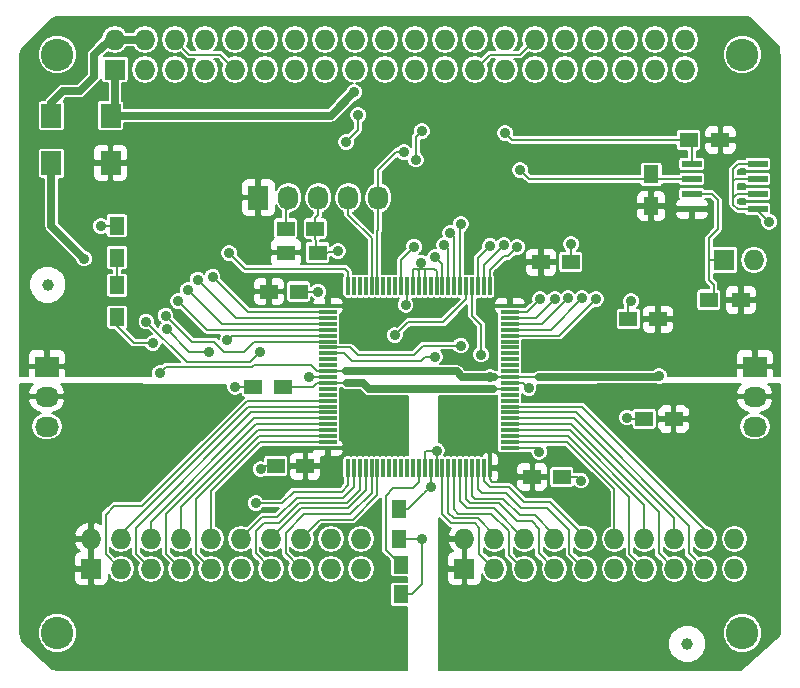
<source format=gtl>
G04 #@! TF.FileFunction,Copper,L1,Top,Signal*
%FSLAX46Y46*%
G04 Gerber Fmt 4.6, Leading zero omitted, Abs format (unit mm)*
G04 Created by KiCad (PCBNEW 4.0.1-stable) date 5/14/2016 10:44:52 PM*
%MOMM*%
G01*
G04 APERTURE LIST*
%ADD10C,0.150000*%
%ADD11R,0.300000X1.500000*%
%ADD12R,1.500000X0.300000*%
%ADD13R,1.727200X2.032000*%
%ADD14O,1.727200X2.032000*%
%ADD15R,1.700000X2.000000*%
%ADD16R,2.032000X1.727200*%
%ADD17O,2.032000X1.727200*%
%ADD18R,1.727200X1.727200*%
%ADD19O,1.727200X1.727200*%
%ADD20R,1.500000X1.250000*%
%ADD21R,1.500000X1.300000*%
%ADD22R,1.300000X1.500000*%
%ADD23R,1.250000X1.500000*%
%ADD24C,1.000000*%
%ADD25C,2.750000*%
%ADD26R,1.651000X0.599440*%
%ADD27C,0.889000*%
%ADD28C,0.254000*%
%ADD29C,0.203200*%
%ADD30C,0.635000*%
G04 APERTURE END LIST*
D10*
D11*
X40098000Y-23105000D03*
X39598000Y-23105000D03*
X39098000Y-23105000D03*
X38598000Y-23105000D03*
X38098000Y-23105000D03*
X37598000Y-23105000D03*
X37098000Y-23105000D03*
X36598000Y-23105000D03*
X36098000Y-23105000D03*
X35598000Y-23105000D03*
X35098000Y-23105000D03*
X34598000Y-23105000D03*
X34098000Y-23105000D03*
X33598000Y-23105000D03*
X33098000Y-23105000D03*
X32598000Y-23105000D03*
X32098000Y-23105000D03*
X31598000Y-23105000D03*
X31098000Y-23105000D03*
X30598000Y-23105000D03*
X30098000Y-23105000D03*
X29598000Y-23105000D03*
X29098000Y-23105000D03*
X28598000Y-23105000D03*
X28098000Y-23105000D03*
D12*
X26398000Y-24805000D03*
X26398000Y-25305000D03*
X26398000Y-25805000D03*
X26398000Y-26305000D03*
X26398000Y-26805000D03*
X26398000Y-27305000D03*
X26398000Y-27805000D03*
X26398000Y-28305000D03*
X26398000Y-28805000D03*
X26398000Y-29305000D03*
X26398000Y-29805000D03*
X26398000Y-30305000D03*
X26398000Y-30805000D03*
X26398000Y-31305000D03*
X26398000Y-31805000D03*
X26398000Y-32305000D03*
X26398000Y-32805000D03*
X26398000Y-33305000D03*
X26398000Y-33805000D03*
X26398000Y-34305000D03*
X26398000Y-34805000D03*
X26398000Y-35305000D03*
X26398000Y-35805000D03*
X26398000Y-36305000D03*
X26398000Y-36805000D03*
D11*
X28098000Y-38505000D03*
X28598000Y-38505000D03*
X29098000Y-38505000D03*
X29598000Y-38505000D03*
X30098000Y-38505000D03*
X30598000Y-38505000D03*
X31098000Y-38505000D03*
X31598000Y-38505000D03*
X32098000Y-38505000D03*
X32598000Y-38505000D03*
X33098000Y-38505000D03*
X33598000Y-38505000D03*
X34098000Y-38505000D03*
X34598000Y-38505000D03*
X35098000Y-38505000D03*
X35598000Y-38505000D03*
X36098000Y-38505000D03*
X36598000Y-38505000D03*
X37098000Y-38505000D03*
X37598000Y-38505000D03*
X38098000Y-38505000D03*
X38598000Y-38505000D03*
X39098000Y-38505000D03*
X39598000Y-38505000D03*
X40098000Y-38505000D03*
D12*
X41798000Y-36805000D03*
X41798000Y-36305000D03*
X41798000Y-35805000D03*
X41798000Y-35305000D03*
X41798000Y-34805000D03*
X41798000Y-34305000D03*
X41798000Y-33805000D03*
X41798000Y-33305000D03*
X41798000Y-32805000D03*
X41798000Y-32305000D03*
X41798000Y-31805000D03*
X41798000Y-31305000D03*
X41798000Y-30805000D03*
X41798000Y-30305000D03*
X41798000Y-29805000D03*
X41798000Y-29305000D03*
X41798000Y-28805000D03*
X41798000Y-28305000D03*
X41798000Y-27805000D03*
X41798000Y-27305000D03*
X41798000Y-26805000D03*
X41798000Y-26305000D03*
X41798000Y-25805000D03*
X41798000Y-25305000D03*
X41798000Y-24805000D03*
D13*
X20509000Y-15615800D03*
D14*
X23049000Y-15615800D03*
X25589000Y-15615800D03*
X28129000Y-15615800D03*
X30669000Y-15615800D03*
D15*
X3000000Y-8700000D03*
X3000000Y-12700000D03*
X8001000Y-8668000D03*
X8001000Y-12668000D03*
D16*
X62546000Y-29916000D03*
D17*
X62546000Y-32456000D03*
X62546000Y-34996000D03*
D16*
X2602000Y-29916000D03*
D17*
X2602000Y-32456000D03*
X2602000Y-34996000D03*
D18*
X6361200Y-47035600D03*
D19*
X6361200Y-44495600D03*
X8901200Y-47035600D03*
X8901200Y-44495600D03*
X11441200Y-47035600D03*
X11441200Y-44495600D03*
X13981200Y-47035600D03*
X13981200Y-44495600D03*
X16521200Y-47035600D03*
X16521200Y-44495600D03*
X19061200Y-47035600D03*
X19061200Y-44495600D03*
X21601200Y-47035600D03*
X21601200Y-44495600D03*
X24141200Y-47035600D03*
X24141200Y-44495600D03*
X26681200Y-47035600D03*
X26681200Y-44495600D03*
X29221200Y-47035600D03*
X29221200Y-44495600D03*
D18*
X37958800Y-47035600D03*
D19*
X37958800Y-44495600D03*
X40498800Y-47035600D03*
X40498800Y-44495600D03*
X43038800Y-47035600D03*
X43038800Y-44495600D03*
X45578800Y-47035600D03*
X45578800Y-44495600D03*
X48118800Y-47035600D03*
X48118800Y-44495600D03*
X50658800Y-47035600D03*
X50658800Y-44495600D03*
X53198800Y-47035600D03*
X53198800Y-44495600D03*
X55738800Y-47035600D03*
X55738800Y-44495600D03*
X58278800Y-47035600D03*
X58278800Y-44495600D03*
X60818800Y-47035600D03*
X60818800Y-44495600D03*
D20*
X25315000Y-18232000D03*
X22815000Y-18232000D03*
X54336000Y-25908000D03*
X51836000Y-25908000D03*
X24491000Y-38354000D03*
X21991000Y-38354000D03*
D21*
X25542000Y-20264000D03*
X22842000Y-20264000D03*
D22*
X8545600Y-25728800D03*
X8545600Y-23028800D03*
X8545600Y-20699600D03*
X8545600Y-17999600D03*
D20*
X43719200Y-39263200D03*
X46219200Y-39263200D03*
X44470000Y-21082000D03*
X46970000Y-21082000D03*
X55668000Y-34361000D03*
X53168000Y-34361000D03*
D23*
X32447000Y-44501000D03*
X32447000Y-42001000D03*
X32574000Y-49200000D03*
X32574000Y-46700000D03*
D20*
X20086000Y-31623000D03*
X22586000Y-31623000D03*
X21418000Y-23566000D03*
X23918000Y-23566000D03*
D24*
X56834000Y-53396000D03*
X2667000Y-22987000D03*
D18*
X59942500Y-20899000D03*
D19*
X62482500Y-20899000D03*
D18*
X8370000Y-4770000D03*
D19*
X8370000Y-2230000D03*
X10910000Y-4770000D03*
X10910000Y-2230000D03*
X13450000Y-4770000D03*
X13450000Y-2230000D03*
X15990000Y-4770000D03*
X15990000Y-2230000D03*
X18530000Y-4770000D03*
X18530000Y-2230000D03*
X21070000Y-4770000D03*
X21070000Y-2230000D03*
X23610000Y-4770000D03*
X23610000Y-2230000D03*
X26150000Y-4770000D03*
X26150000Y-2230000D03*
X28690000Y-4770000D03*
X28690000Y-2230000D03*
X31230000Y-4770000D03*
X31230000Y-2230000D03*
X33770000Y-4770000D03*
X33770000Y-2230000D03*
X36310000Y-4770000D03*
X36310000Y-2230000D03*
X38850000Y-4770000D03*
X38850000Y-2230000D03*
X41390000Y-4770000D03*
X41390000Y-2230000D03*
X43930000Y-4770000D03*
X43930000Y-2230000D03*
X46470000Y-4770000D03*
X46470000Y-2230000D03*
X49010000Y-4770000D03*
X49010000Y-2230000D03*
X51550000Y-4770000D03*
X51550000Y-2230000D03*
X54090000Y-4770000D03*
X54090000Y-2230000D03*
X56630000Y-4770000D03*
X56630000Y-2230000D03*
D25*
X3500000Y-3500000D03*
X61500000Y-3500000D03*
X3500000Y-52500000D03*
X61500000Y-52500000D03*
D21*
X61356000Y-24264500D03*
X58656000Y-24264500D03*
D22*
X53783000Y-16343500D03*
X53783000Y-13643500D03*
D21*
X59641500Y-10739000D03*
X56941500Y-10739000D03*
D26*
X57212000Y-16581000D03*
X62800000Y-16581000D03*
X57212000Y-15311000D03*
X57212000Y-14041000D03*
X57212000Y-12771000D03*
X62800000Y-15311000D03*
X62800000Y-14041000D03*
X62800000Y-12771000D03*
D27*
X42670500Y-13279000D03*
X41400500Y-10167500D03*
X20701000Y-38608000D03*
X18542000Y-31623000D03*
X35622000Y-37028000D03*
X47814000Y-39568000D03*
X43394400Y-31744800D03*
X63752500Y-17660500D03*
X24827000Y-30805000D03*
X7174000Y-18028800D03*
X51751000Y-34234000D03*
X25589000Y-23566000D03*
X34301200Y-21127600D03*
X46990000Y-19558000D03*
X52070000Y-24384000D03*
X34352000Y-44501000D03*
X28637000Y-6675000D03*
X35495000Y-20645000D03*
X36257000Y-19629000D03*
X36765000Y-18613000D03*
X37654000Y-17851000D03*
X15365500Y-22550000D03*
X18034000Y-20320000D03*
X27240000Y-20137000D03*
X32980400Y-24683600D03*
X13716000Y-24384000D03*
X14540000Y-23439000D03*
X16635500Y-22296000D03*
X28956000Y-8636000D03*
X27940000Y-10922000D03*
X32828000Y-11755000D03*
X37654000Y-28138000D03*
X34352000Y-9977000D03*
X33844000Y-12390000D03*
X33717000Y-19756000D03*
X40130500Y-19692500D03*
X35469600Y-29103200D03*
X42416500Y-19819500D03*
X41273500Y-19629000D03*
X44385000Y-24201000D03*
X46734500Y-24137500D03*
X45591500Y-24201000D03*
X47941000Y-24137500D03*
X11034800Y-26106000D03*
X32066000Y-27274400D03*
X20636000Y-28646000D03*
X12762000Y-26766400D03*
X16318000Y-28696800D03*
X39381200Y-28900000D03*
X12660400Y-25598000D03*
X49084000Y-24201000D03*
X5777000Y-20772000D03*
X12152400Y-30474800D03*
X54468800Y-30728800D03*
X40132000Y-30805000D03*
X35098000Y-40092000D03*
X20280400Y-41498400D03*
X44308800Y-37129600D03*
X17892800Y-27680800D03*
X11593600Y-27934800D03*
D28*
X41390000Y-2230000D02*
X41390000Y-2280400D01*
X41390000Y-2230000D02*
X41390000Y-2274000D01*
D29*
X53783000Y-14041000D02*
X57212000Y-14041000D01*
X43432500Y-14041000D02*
X53783000Y-14041000D01*
X42670500Y-13279000D02*
X43432500Y-14041000D01*
D28*
X40981400Y-5178600D02*
X41390000Y-4770000D01*
D29*
X57212000Y-12771000D02*
X57212000Y-10866000D01*
X41400500Y-10167500D02*
X41972000Y-10739000D01*
X57212000Y-10866000D02*
X57339000Y-10739000D01*
X41972000Y-10739000D02*
X57339000Y-10739000D01*
X57212000Y-15311000D02*
X58926500Y-15311000D01*
X58672500Y-19057500D02*
X58672500Y-20899000D01*
X59434500Y-18295500D02*
X58672500Y-19057500D01*
X59434500Y-15819000D02*
X59434500Y-18295500D01*
X58926500Y-15311000D02*
X59434500Y-15819000D01*
X58672500Y-22613500D02*
X58672500Y-20899000D01*
X59053500Y-24264500D02*
X59053500Y-22994500D01*
X59053500Y-22994500D02*
X58672500Y-22613500D01*
X59942500Y-20899000D02*
X58672500Y-20899000D01*
X21991000Y-38354000D02*
X20955000Y-38354000D01*
X20955000Y-38354000D02*
X20701000Y-38608000D01*
X20086000Y-31623000D02*
X18542000Y-31623000D01*
X34352000Y-44501000D02*
X32447000Y-44501000D01*
X33483000Y-49200000D02*
X32574000Y-49200000D01*
X34352000Y-48331000D02*
X33483000Y-49200000D01*
X34352000Y-44501000D02*
X34352000Y-48331000D01*
X38850000Y-4770000D02*
X38860500Y-4770000D01*
X38860500Y-4770000D02*
X40130500Y-3500000D01*
X42660000Y-3500000D02*
X43930000Y-2230000D01*
X40130500Y-3500000D02*
X42660000Y-3500000D01*
X38850000Y-4770000D02*
X38850000Y-4696000D01*
X38850000Y-4770000D02*
X39114500Y-4770000D01*
X13450000Y-2230000D02*
X13450000Y-2283000D01*
X13450000Y-2283000D02*
X14667000Y-3500000D01*
X14667000Y-3500000D02*
X17260000Y-3500000D01*
X17260000Y-3500000D02*
X18530000Y-4770000D01*
X35598000Y-37052000D02*
X35622000Y-37028000D01*
X35598000Y-37052000D02*
X35598000Y-38505000D01*
X34717000Y-37028000D02*
X35622000Y-37028000D01*
X34717000Y-37028000D02*
X35622000Y-37028000D01*
X34598000Y-37147000D02*
X34717000Y-37028000D01*
X22871200Y-18288200D02*
X22815000Y-18232000D01*
X46219200Y-39263200D02*
X47509200Y-39263200D01*
X47509200Y-39263200D02*
X47814000Y-39568000D01*
X34098000Y-21788000D02*
X33971000Y-21661000D01*
X33971000Y-21661000D02*
X33590000Y-21661000D01*
X34098000Y-23105000D02*
X34098000Y-21788000D01*
X33598000Y-21669000D02*
X33598000Y-23105000D01*
X33598000Y-21669000D02*
X33590000Y-21661000D01*
X42954600Y-31305000D02*
X41798000Y-31305000D01*
X42954600Y-31305000D02*
X43394400Y-31744800D01*
X62800000Y-16581000D02*
X62800000Y-16708000D01*
X62800000Y-16708000D02*
X63752500Y-17660500D01*
X62800000Y-15311000D02*
X61022000Y-15311000D01*
X61022000Y-15311000D02*
X60704500Y-15628500D01*
X62800000Y-14041000D02*
X60895000Y-14041000D01*
X60895000Y-14041000D02*
X60704500Y-14231500D01*
X62800000Y-16581000D02*
X61085500Y-16581000D01*
X61149000Y-12771000D02*
X62800000Y-12771000D01*
X60704500Y-13215500D02*
X61149000Y-12771000D01*
X60704500Y-16200000D02*
X60704500Y-15628500D01*
X60704500Y-15628500D02*
X60704500Y-14231500D01*
X60704500Y-14231500D02*
X60704500Y-13215500D01*
X61085500Y-16581000D02*
X60704500Y-16200000D01*
X26398000Y-30805000D02*
X24827000Y-30805000D01*
X23049000Y-16530200D02*
X23049000Y-15615800D01*
X7203200Y-17999600D02*
X7174000Y-18028800D01*
X8545600Y-17999600D02*
X7203200Y-17999600D01*
X51878000Y-34361000D02*
X51751000Y-34234000D01*
X53168000Y-34361000D02*
X51878000Y-34361000D01*
X34598000Y-38505000D02*
X34598000Y-37147000D01*
X23918000Y-23566000D02*
X25589000Y-23566000D01*
X22815000Y-18232000D02*
X22815000Y-17653200D01*
X22815000Y-15849800D02*
X23049000Y-15615800D01*
X22815000Y-18232000D02*
X22815000Y-15849800D01*
X35598000Y-23105000D02*
X35598000Y-21865600D01*
X34598000Y-21729200D02*
X34529800Y-21661000D01*
X34598000Y-23105000D02*
X34598000Y-21729200D01*
X34529800Y-21661000D02*
X34301200Y-21661000D01*
X34301200Y-21661000D02*
X33590000Y-21661000D01*
X34290000Y-21661000D02*
X33590000Y-21661000D01*
X35393400Y-21661000D02*
X34290000Y-21661000D01*
X35598000Y-21865600D02*
X35393400Y-21661000D01*
X34290000Y-21138800D02*
X34301200Y-21127600D01*
X34301200Y-21127600D02*
X34301200Y-21661000D01*
X34290000Y-21661000D02*
X34290000Y-21138800D01*
X46970000Y-19578000D02*
X46990000Y-19558000D01*
X46970000Y-21082000D02*
X46970000Y-19578000D01*
X51836000Y-24618000D02*
X52070000Y-24384000D01*
X51836000Y-25908000D02*
X51836000Y-24618000D01*
X32447000Y-44501000D02*
X34352000Y-44501000D01*
D30*
X8370000Y-2230000D02*
X10910000Y-2230000D01*
X7930000Y-2230000D02*
X6604000Y-3556000D01*
X8370000Y-2230000D02*
X7930000Y-2230000D01*
X5400000Y-6600000D02*
X6604000Y-5396000D01*
X6604000Y-5396000D02*
X6604000Y-3556000D01*
X4000000Y-6600000D02*
X5400000Y-6600000D01*
X3000000Y-7600000D02*
X4000000Y-6600000D01*
X3000000Y-9049000D02*
X3000000Y-7600000D01*
X8001000Y-8668000D02*
X26644000Y-8668000D01*
X26644000Y-8668000D02*
X28637000Y-6675000D01*
X8370000Y-8648000D02*
X8001000Y-9017000D01*
X8370000Y-4770000D02*
X8370000Y-8648000D01*
D29*
X36098000Y-23105000D02*
X36098000Y-21248000D01*
X36098000Y-21248000D02*
X35495000Y-20645000D01*
X36598000Y-23105000D02*
X36598000Y-19970000D01*
X36598000Y-19970000D02*
X36257000Y-19629000D01*
X37098000Y-23105000D02*
X37098000Y-18946000D01*
X37098000Y-18946000D02*
X36765000Y-18613000D01*
X37598000Y-17907000D02*
X37598000Y-23105000D01*
X37654000Y-17851000D02*
X37598000Y-17907000D01*
X26398000Y-25805000D02*
X18620500Y-25805000D01*
X18620500Y-25805000D02*
X15365500Y-22550000D01*
X28098000Y-23105000D02*
X28098000Y-21884000D01*
X28098000Y-21884000D02*
X27849600Y-21635600D01*
X23114000Y-21635600D02*
X27849600Y-21635600D01*
X19349600Y-21635600D02*
X18034000Y-20320000D01*
X23114000Y-21635600D02*
X19349600Y-21635600D01*
X25542000Y-20264000D02*
X25491200Y-20133200D01*
X25589000Y-16174600D02*
X25589000Y-15615800D01*
X25391200Y-20113200D02*
X25542000Y-20264000D01*
X27189200Y-20187800D02*
X27240000Y-20137000D01*
X32980400Y-24683600D02*
X33098000Y-24566000D01*
X33098000Y-24566000D02*
X33098000Y-23105000D01*
X25542000Y-20264000D02*
X27189200Y-20187800D01*
X25411200Y-18328200D02*
X25315000Y-18232000D01*
X25315000Y-18232000D02*
X25391200Y-20113200D01*
X25315000Y-17363000D02*
X25589000Y-17089000D01*
X25589000Y-17089000D02*
X25589000Y-15615800D01*
X25315000Y-18232000D02*
X25315000Y-17363000D01*
X16137000Y-26805000D02*
X13716000Y-24384000D01*
X26398000Y-26805000D02*
X16137000Y-26805000D01*
X26398000Y-26305000D02*
X17406000Y-26305000D01*
X17406000Y-26305000D02*
X14540000Y-23439000D01*
X16635500Y-22296000D02*
X19644500Y-25305000D01*
X19644500Y-25305000D02*
X26398000Y-25305000D01*
X28956000Y-9906000D02*
X28956000Y-8636000D01*
X27940000Y-10922000D02*
X28956000Y-9906000D01*
X30098000Y-23105000D02*
X30098000Y-19058000D01*
X28129000Y-17089000D02*
X28129000Y-15615800D01*
X30098000Y-19058000D02*
X28129000Y-17089000D01*
X30669000Y-15615800D02*
X30669000Y-13273000D01*
X32187000Y-11755000D02*
X32828000Y-11755000D01*
X30669000Y-13273000D02*
X32187000Y-11755000D01*
X30598000Y-23105000D02*
X30598000Y-18430000D01*
X30669000Y-18359000D02*
X30669000Y-15615800D01*
X30598000Y-18430000D02*
X30669000Y-18359000D01*
X26398000Y-28305000D02*
X27813000Y-28305000D01*
X28305000Y-28305000D02*
X28956000Y-28956000D01*
X28956000Y-28956000D02*
X33655000Y-28956000D01*
X33655000Y-28956000D02*
X34473000Y-28138000D01*
X34473000Y-28138000D02*
X37654000Y-28138000D01*
X27813000Y-28305000D02*
X28305000Y-28305000D01*
X34352000Y-9977000D02*
X33844000Y-10485000D01*
X33844000Y-10485000D02*
X33844000Y-12390000D01*
X33717000Y-19756000D02*
X32598000Y-20875000D01*
X32598000Y-20875000D02*
X32598000Y-23105000D01*
X39098000Y-23105000D02*
X39098000Y-20725000D01*
X39098000Y-20725000D02*
X40130500Y-19692500D01*
X27789000Y-28805000D02*
X26398000Y-28805000D01*
X34650800Y-29103200D02*
X34290000Y-29464000D01*
X34290000Y-29464000D02*
X28448000Y-29464000D01*
X28448000Y-29464000D02*
X27789000Y-28805000D01*
X35469600Y-29103200D02*
X34650800Y-29103200D01*
X40098000Y-23105000D02*
X40098000Y-21757000D01*
X41654500Y-20581500D02*
X42416500Y-19819500D01*
X41273500Y-20581500D02*
X41654500Y-20581500D01*
X40098000Y-21757000D02*
X41273500Y-20581500D01*
X39598000Y-23105000D02*
X39598000Y-21304500D01*
X39598000Y-21304500D02*
X41273500Y-19629000D01*
X41798000Y-25305000D02*
X43281000Y-25305000D01*
X43281000Y-25305000D02*
X44385000Y-24201000D01*
X41798000Y-26305000D02*
X44567000Y-26305000D01*
X44567000Y-26305000D02*
X46734500Y-24137500D01*
X41798000Y-25805000D02*
X43987500Y-25805000D01*
X43987500Y-25805000D02*
X45591500Y-24201000D01*
X41798000Y-26805000D02*
X45273500Y-26805000D01*
X45273500Y-26805000D02*
X47941000Y-24137500D01*
X36180800Y-26156800D02*
X33183600Y-26156800D01*
X33183600Y-26156800D02*
X32066000Y-27274400D01*
X14438400Y-29509600D02*
X11034800Y-26106000D01*
X19772400Y-29509600D02*
X20636000Y-28646000D01*
X14438400Y-29509600D02*
X19772400Y-29509600D01*
X38098000Y-24239600D02*
X36180800Y-26156800D01*
X38098000Y-23105000D02*
X38098000Y-24239600D01*
X12762000Y-26766400D02*
X14641600Y-28646000D01*
X14641600Y-28646000D02*
X12762000Y-26766400D01*
X16318000Y-28696800D02*
X16267200Y-28646000D01*
X16267200Y-28646000D02*
X14641600Y-28646000D01*
X39381200Y-26427200D02*
X38598000Y-25644000D01*
X38598000Y-25644000D02*
X38598000Y-23105000D01*
X39381200Y-28900000D02*
X39381200Y-26427200D01*
X12660400Y-25598000D02*
X14867400Y-27805000D01*
X14867400Y-27805000D02*
X16797800Y-27805000D01*
X19264400Y-28646000D02*
X17638800Y-28646000D01*
X17638800Y-28646000D02*
X16797800Y-27805000D01*
X20105400Y-27805000D02*
X19264400Y-28646000D01*
X26398000Y-27805000D02*
X20105400Y-27805000D01*
X41798000Y-27305000D02*
X45980000Y-27305000D01*
X45980000Y-27305000D02*
X49084000Y-24201000D01*
X35098000Y-40092000D02*
X34544000Y-40646000D01*
X33183000Y-42001000D02*
X34544000Y-40640000D01*
X34544000Y-40640000D02*
X34544000Y-40646000D01*
X32447000Y-42001000D02*
X33183000Y-42001000D01*
D30*
X3000000Y-12700000D02*
X3000000Y-17995000D01*
X3048000Y-12399000D02*
X3000000Y-12351000D01*
D28*
X3048000Y-12399000D02*
X3000000Y-12351000D01*
D30*
X3000000Y-17995000D02*
X5777000Y-20772000D01*
D29*
X26398000Y-30305000D02*
X27951200Y-30305000D01*
X40498800Y-30805000D02*
X41798000Y-30805000D01*
X25495400Y-30305000D02*
X25208000Y-30017600D01*
X41798000Y-30805000D02*
X44308800Y-30805000D01*
D30*
X44308800Y-30805000D02*
X54468800Y-30805000D01*
X37298400Y-30322400D02*
X27951200Y-30322400D01*
X27951200Y-30322400D02*
X27951200Y-30305000D01*
X37781000Y-30805000D02*
X37298400Y-30322400D01*
X40498800Y-30805000D02*
X37781000Y-30805000D01*
D29*
X25495400Y-30305000D02*
X25208000Y-30017600D01*
X26398000Y-30305000D02*
X25495400Y-30305000D01*
D30*
X54468800Y-30728800D02*
X54468800Y-30805000D01*
D29*
X20128000Y-29789000D02*
X20000998Y-29916002D01*
X20000998Y-29916002D02*
X12711198Y-29916002D01*
X12711198Y-29916002D02*
X12152400Y-30474800D01*
X24979400Y-29789000D02*
X25208000Y-30017600D01*
X20128000Y-29789000D02*
X24979400Y-29789000D01*
X40132000Y-30734000D02*
X40132000Y-30805000D01*
X35098000Y-38505000D02*
X35098000Y-40092000D01*
X40098000Y-39471998D02*
X40295602Y-39669600D01*
X40295602Y-39669600D02*
X41464000Y-39669600D01*
X40098000Y-38505000D02*
X40098000Y-39471998D01*
X8901200Y-44063800D02*
X8901200Y-44495600D01*
X19660000Y-33305000D02*
X8901200Y-44063800D01*
X26398000Y-33305000D02*
X19660000Y-33305000D01*
X8901200Y-47035600D02*
X8799600Y-47035600D01*
X8799600Y-47035600D02*
X7580400Y-45816400D01*
X7580400Y-45816400D02*
X7580400Y-42463600D01*
X19585260Y-32805000D02*
X10663260Y-41727000D01*
X10663260Y-41727000D02*
X8317000Y-41727000D01*
X8317000Y-41727000D02*
X7580400Y-42463600D01*
X26398000Y-32805000D02*
X19585260Y-32805000D01*
X20184000Y-34305000D02*
X11441200Y-43047800D01*
X11441200Y-43047800D02*
X11441200Y-44495600D01*
X26398000Y-34305000D02*
X20184000Y-34305000D01*
X10171200Y-45765600D02*
X11441200Y-47035600D01*
X19922000Y-33805000D02*
X10171200Y-43555800D01*
X10171200Y-43555800D02*
X10171200Y-45765600D01*
X26398000Y-33805000D02*
X19922000Y-33805000D01*
X20454000Y-35305000D02*
X13981200Y-41777800D01*
X13981200Y-41777800D02*
X13981200Y-44495600D01*
X26398000Y-35305000D02*
X20454000Y-35305000D01*
X12711200Y-45765600D02*
X13981200Y-47035600D01*
X20319000Y-34805000D02*
X12711200Y-42412800D01*
X12711200Y-42412800D02*
X12711200Y-45765600D01*
X26398000Y-34805000D02*
X20319000Y-34805000D01*
X16521200Y-40431600D02*
X16521200Y-44495600D01*
X26398000Y-36305000D02*
X20647800Y-36305000D01*
X20647800Y-36305000D02*
X16521200Y-40431600D01*
X15251200Y-45765600D02*
X16521200Y-47035600D01*
X26398000Y-35805000D02*
X20573060Y-35805000D01*
X15251200Y-41126860D02*
X20573060Y-35805000D01*
X15251200Y-45765600D02*
X15251200Y-41126860D01*
X28098000Y-38505000D02*
X28049000Y-38505000D01*
X22509600Y-41498400D02*
X23495000Y-40513000D01*
X23495000Y-40513000D02*
X27559000Y-40513000D01*
X27559000Y-40513000D02*
X28098000Y-39974000D01*
X28098000Y-39974000D02*
X28098000Y-38505000D01*
X20280400Y-41498400D02*
X22509600Y-41498400D01*
X19061200Y-44292400D02*
X19061200Y-44495600D01*
X19061200Y-44495600D02*
X19061200Y-44140000D01*
X20828000Y-42672000D02*
X22098000Y-42672000D01*
X22098000Y-42672000D02*
X23749000Y-41021000D01*
X23749000Y-41021000D02*
X27686000Y-41021000D01*
X27686000Y-41021000D02*
X28598000Y-40109000D01*
X28598000Y-40109000D02*
X28598000Y-38505000D01*
X19061200Y-44438800D02*
X20828000Y-42672000D01*
X19061200Y-44495600D02*
X19061200Y-44438800D01*
X20280400Y-45714800D02*
X21601200Y-47035600D01*
X20280400Y-45714800D02*
X20280400Y-44450000D01*
X20280400Y-43854600D02*
X20955000Y-43180000D01*
X20955000Y-43180000D02*
X22225000Y-43180000D01*
X22225000Y-43180000D02*
X23957170Y-41447830D01*
X23957170Y-41447830D02*
X27985830Y-41447830D01*
X27985830Y-41447830D02*
X29098000Y-40335660D01*
X29098000Y-40335660D02*
X29098000Y-38505000D01*
X20280400Y-44450000D02*
X20280400Y-43854600D01*
X21601200Y-43632000D02*
X21601200Y-44495600D01*
X29598000Y-38505000D02*
X29598000Y-40410400D01*
X21601200Y-44495600D02*
X21601200Y-44311800D01*
X29598000Y-40410400D02*
X29598000Y-38505000D01*
X24130000Y-41910000D02*
X28098400Y-41910000D01*
X28098400Y-41910000D02*
X29598000Y-40410400D01*
X21601200Y-44438800D02*
X24130000Y-41910000D01*
X21601200Y-44495600D02*
X21601200Y-44438800D01*
X22820400Y-45714800D02*
X24141200Y-47035600D01*
X30098000Y-38505000D02*
X30098000Y-40621600D01*
X22820400Y-44450000D02*
X22820400Y-45714800D01*
X30098000Y-40621600D02*
X30098000Y-38505000D01*
X22820400Y-43981600D02*
X24384000Y-42418000D01*
X24384000Y-42418000D02*
X28301600Y-42418000D01*
X28301600Y-42418000D02*
X30098000Y-40621600D01*
X22820400Y-44450000D02*
X22820400Y-43981600D01*
X30598000Y-40782000D02*
X28510000Y-42870000D01*
X28510000Y-42870000D02*
X25766800Y-42870000D01*
X25766800Y-42870000D02*
X24141200Y-44495600D01*
X30598000Y-38505000D02*
X30598000Y-40782000D01*
X36098000Y-38505000D02*
X36098000Y-42431600D01*
X36098000Y-42431600D02*
X36841200Y-43174800D01*
X36841200Y-43174800D02*
X38822400Y-43174800D01*
X38822400Y-43174800D02*
X39228800Y-43581200D01*
X40498800Y-47035600D02*
X40498800Y-46680000D01*
X39228800Y-45765600D02*
X39228800Y-43581200D01*
X40498800Y-47035600D02*
X39228800Y-45765600D01*
X36598000Y-38505000D02*
X36598000Y-42321998D01*
X36598000Y-42321998D02*
X37044400Y-42768398D01*
X40498800Y-44495600D02*
X40498800Y-44089200D01*
X40498800Y-44140000D02*
X40498800Y-44495600D01*
X37044400Y-42768398D02*
X39127198Y-42768398D01*
X39127198Y-42768398D02*
X40498800Y-44140000D01*
X42429200Y-43022400D02*
X43648400Y-43022400D01*
X40905198Y-41498398D02*
X42429200Y-43022400D01*
X38098000Y-41129600D02*
X38466798Y-41498398D01*
X38466798Y-41498398D02*
X40905198Y-41498398D01*
X38098000Y-38505000D02*
X38098000Y-41129600D01*
X44258000Y-43632000D02*
X44258000Y-45714800D01*
X44258000Y-45714800D02*
X45578800Y-47035600D01*
X44258000Y-43632000D02*
X44258000Y-45714800D01*
X43648400Y-43022400D02*
X44258000Y-43632000D01*
X38598000Y-38505000D02*
X38598000Y-40867600D01*
X38598000Y-40867600D02*
X38822396Y-41091996D01*
X38822396Y-41091996D02*
X41209996Y-41091996D01*
X41209996Y-41091996D02*
X42632400Y-42514400D01*
X42632400Y-42514400D02*
X43953200Y-42514400D01*
X45578800Y-44495600D02*
X45578800Y-44378060D01*
X45578800Y-44140000D02*
X45578800Y-44495600D01*
X43953200Y-42514400D02*
X45578800Y-44140000D01*
X39098000Y-38505000D02*
X39098000Y-40250000D01*
X39098000Y-40250000D02*
X39482800Y-40634800D01*
X39482800Y-40634800D02*
X41514800Y-40634800D01*
X41514800Y-40634800D02*
X42741970Y-41861970D01*
X42741970Y-41861970D02*
X44977170Y-41861970D01*
X44977170Y-41861970D02*
X46848800Y-43733600D01*
X46848800Y-43733600D02*
X46848800Y-45765600D01*
X46848800Y-45765600D02*
X48118800Y-47035600D01*
X39598000Y-38505000D02*
X39598000Y-39632400D01*
X39598000Y-39632400D02*
X40092400Y-40126800D01*
X40092400Y-40126800D02*
X41768800Y-40126800D01*
X41768800Y-40126800D02*
X42988000Y-41346000D01*
X42988000Y-41346000D02*
X45172400Y-41346000D01*
X48118800Y-44292400D02*
X48118800Y-44495600D01*
X45172400Y-41346000D02*
X48118800Y-44292400D01*
X41798000Y-36805000D02*
X43984200Y-36805000D01*
X43984200Y-36805000D02*
X44308800Y-37129600D01*
X50658800Y-47035600D02*
X50608000Y-47035600D01*
X41798000Y-36305000D02*
X46668660Y-36305000D01*
X46668660Y-36305000D02*
X50658800Y-40295140D01*
X50658800Y-40295140D02*
X50658800Y-44495600D01*
X50658800Y-44495600D02*
X50658800Y-44190800D01*
X50658800Y-43936800D02*
X50658800Y-44495600D01*
X37098000Y-38505000D02*
X37098000Y-42009196D01*
X37098000Y-42009196D02*
X37450800Y-42361996D01*
X37450800Y-42361996D02*
X40244796Y-42361996D01*
X40244796Y-42361996D02*
X41718000Y-43835200D01*
X43038800Y-47035600D02*
X43038800Y-46984800D01*
X41718000Y-45867200D02*
X41718000Y-43835200D01*
X42886400Y-47035600D02*
X41718000Y-45867200D01*
X43038800Y-47035600D02*
X42886400Y-47035600D01*
X37598000Y-38505000D02*
X37598000Y-41290000D01*
X37598000Y-41290000D02*
X38212800Y-41904800D01*
X43038800Y-44495600D02*
X42988000Y-44495600D01*
X38212800Y-41904800D02*
X40448000Y-41904800D01*
X40448000Y-41904800D02*
X43038800Y-44495600D01*
X41798000Y-35805000D02*
X46743400Y-35805000D01*
X46743400Y-35805000D02*
X51928800Y-40990400D01*
X51928800Y-40990400D02*
X51928800Y-45765600D01*
X53198800Y-47035600D02*
X53198800Y-46984800D01*
X51928800Y-45765600D02*
X53198800Y-47035600D01*
X41798000Y-35305000D02*
X46887860Y-35305000D01*
X46887860Y-35305000D02*
X53198800Y-41615940D01*
X53198800Y-41615940D02*
X53198800Y-44495600D01*
X41798000Y-34805000D02*
X46962600Y-34805000D01*
X46962600Y-34805000D02*
X54418000Y-42260400D01*
X55738800Y-47035600D02*
X55688000Y-47035600D01*
X54418000Y-42260400D02*
X54418000Y-45714800D01*
X54418000Y-45714800D02*
X55738800Y-47035600D01*
X41798000Y-34305000D02*
X47275400Y-34305000D01*
X47275400Y-34305000D02*
X55738800Y-42768400D01*
X55738800Y-42768400D02*
X55738800Y-44495600D01*
X55738800Y-44495600D02*
X55637200Y-44495600D01*
X55738800Y-43682800D02*
X55738800Y-44495600D01*
X41798000Y-33805000D02*
X47385000Y-33805000D01*
X47385000Y-33805000D02*
X56958000Y-43378000D01*
X58278800Y-47035600D02*
X58228000Y-47035600D01*
X56958000Y-43378000D02*
X56958000Y-45714800D01*
X56958000Y-45714800D02*
X58278800Y-47035600D01*
X47901000Y-33305000D02*
X41798000Y-33305000D01*
X58278800Y-44495600D02*
X58126400Y-44495600D01*
X58278800Y-43682800D02*
X47901000Y-33305000D01*
X58278800Y-44495600D02*
X58278800Y-43682800D01*
X8545600Y-23028800D02*
X8545600Y-20699600D01*
X31939000Y-40203000D02*
X31304000Y-40838000D01*
X31304000Y-40838000D02*
X31304000Y-45430000D01*
X31304000Y-45430000D02*
X32574000Y-46700000D01*
X33590000Y-40203000D02*
X31939000Y-40203000D01*
X34098000Y-39695000D02*
X33590000Y-40203000D01*
X34098000Y-38505000D02*
X34098000Y-39695000D01*
X8545600Y-26461600D02*
X8545600Y-25728800D01*
X18268600Y-27305000D02*
X17892800Y-27680800D01*
X11593600Y-27934800D02*
X11542800Y-27884000D01*
X11542800Y-27884000D02*
X9968000Y-27884000D01*
X9968000Y-27884000D02*
X8545600Y-26461600D01*
X26398000Y-27305000D02*
X18268600Y-27305000D01*
X26398000Y-31305000D02*
X25464000Y-31305000D01*
X25146000Y-31623000D02*
X22586000Y-31623000D01*
X25464000Y-31305000D02*
X25146000Y-31623000D01*
X41798000Y-31805000D02*
X40397200Y-31805000D01*
X28002000Y-31305000D02*
X26398000Y-31305000D01*
X29391000Y-31305000D02*
X28002000Y-31305000D01*
D30*
X29881600Y-31795600D02*
X40397200Y-31795600D01*
X40397200Y-31795600D02*
X40397200Y-31805000D01*
X29391000Y-31305000D02*
X29881600Y-31795600D01*
X28002000Y-31305000D02*
X29391000Y-31305000D01*
D29*
G36*
X62111729Y-415413D02*
X64584048Y-2887732D01*
X64645200Y-4009661D01*
X64645200Y-30703400D01*
X64171600Y-30703400D01*
X64171600Y-30220800D01*
X64019200Y-30068400D01*
X62698400Y-30068400D01*
X62698400Y-30088400D01*
X62393600Y-30088400D01*
X62393600Y-30068400D01*
X61072800Y-30068400D01*
X60920400Y-30220800D01*
X60920400Y-30703400D01*
X55218123Y-30703400D01*
X55218230Y-30580409D01*
X55104396Y-30304910D01*
X54893799Y-30093944D01*
X54618499Y-29979630D01*
X54320409Y-29979370D01*
X54044910Y-30093204D01*
X53955257Y-30182700D01*
X44308800Y-30182700D01*
X44070656Y-30230070D01*
X43868767Y-30364967D01*
X43846294Y-30398600D01*
X42858771Y-30398600D01*
X42858771Y-30155000D01*
X42839264Y-30051328D01*
X42858771Y-29955000D01*
X42858771Y-29655000D01*
X42839264Y-29551328D01*
X42858771Y-29455000D01*
X42858771Y-29155000D01*
X42839264Y-29051328D01*
X42858771Y-28955000D01*
X42858771Y-28931143D01*
X60920400Y-28931143D01*
X60920400Y-29611200D01*
X61072800Y-29763600D01*
X62393600Y-29763600D01*
X62393600Y-28595200D01*
X62698400Y-28595200D01*
X62698400Y-29763600D01*
X64019200Y-29763600D01*
X64171600Y-29611200D01*
X64171600Y-28931143D01*
X64078794Y-28707089D01*
X63907311Y-28535606D01*
X63683257Y-28442800D01*
X62850800Y-28442800D01*
X62698400Y-28595200D01*
X62393600Y-28595200D01*
X62241200Y-28442800D01*
X61408743Y-28442800D01*
X61184689Y-28535606D01*
X61013206Y-28707089D01*
X60920400Y-28931143D01*
X42858771Y-28931143D01*
X42858771Y-28655000D01*
X42839264Y-28551328D01*
X42858771Y-28455000D01*
X42858771Y-28155000D01*
X42839264Y-28051328D01*
X42858771Y-27955000D01*
X42858771Y-27711400D01*
X45980000Y-27711400D01*
X46135523Y-27680465D01*
X46267368Y-27592368D01*
X48576736Y-25283000D01*
X50775229Y-25283000D01*
X50775229Y-26533000D01*
X50796482Y-26645952D01*
X50863237Y-26749692D01*
X50965093Y-26819287D01*
X51086000Y-26843771D01*
X52586000Y-26843771D01*
X52698952Y-26822518D01*
X52802692Y-26755763D01*
X52872287Y-26653907D01*
X52896771Y-26533000D01*
X52896771Y-26212800D01*
X52976400Y-26212800D01*
X52976400Y-26654257D01*
X53069206Y-26878311D01*
X53240689Y-27049794D01*
X53464743Y-27142600D01*
X54031200Y-27142600D01*
X54183600Y-26990200D01*
X54183600Y-26060400D01*
X54488400Y-26060400D01*
X54488400Y-26990200D01*
X54640800Y-27142600D01*
X55207257Y-27142600D01*
X55431311Y-27049794D01*
X55602794Y-26878311D01*
X55695600Y-26654257D01*
X55695600Y-26212800D01*
X55543200Y-26060400D01*
X54488400Y-26060400D01*
X54183600Y-26060400D01*
X53128800Y-26060400D01*
X52976400Y-26212800D01*
X52896771Y-26212800D01*
X52896771Y-25283000D01*
X52875518Y-25170048D01*
X52870174Y-25161743D01*
X52976400Y-25161743D01*
X52976400Y-25603200D01*
X53128800Y-25755600D01*
X54183600Y-25755600D01*
X54183600Y-24825800D01*
X54488400Y-24825800D01*
X54488400Y-25755600D01*
X55543200Y-25755600D01*
X55695600Y-25603200D01*
X55695600Y-25161743D01*
X55602794Y-24937689D01*
X55431311Y-24766206D01*
X55207257Y-24673400D01*
X54640800Y-24673400D01*
X54488400Y-24825800D01*
X54183600Y-24825800D01*
X54031200Y-24673400D01*
X53464743Y-24673400D01*
X53240689Y-24766206D01*
X53069206Y-24937689D01*
X52976400Y-25161743D01*
X52870174Y-25161743D01*
X52808763Y-25066308D01*
X52706907Y-24996713D01*
X52586000Y-24972229D01*
X52541340Y-24972229D01*
X52704856Y-24808999D01*
X52819170Y-24533699D01*
X52819430Y-24235609D01*
X52705596Y-23960110D01*
X52494999Y-23749144D01*
X52219699Y-23634830D01*
X51921609Y-23634570D01*
X51646110Y-23748404D01*
X51435144Y-23959001D01*
X51320830Y-24234301D01*
X51320570Y-24532391D01*
X51429600Y-24796263D01*
X51429600Y-24972229D01*
X51086000Y-24972229D01*
X50973048Y-24993482D01*
X50869308Y-25060237D01*
X50799713Y-25162093D01*
X50775229Y-25283000D01*
X48576736Y-25283000D01*
X48916823Y-24942913D01*
X48934301Y-24950170D01*
X49232391Y-24950430D01*
X49507890Y-24836596D01*
X49718856Y-24625999D01*
X49833170Y-24350699D01*
X49833430Y-24052609D01*
X49719596Y-23777110D01*
X49508999Y-23566144D01*
X49233699Y-23451830D01*
X48935609Y-23451570D01*
X48660110Y-23565404D01*
X48544177Y-23681134D01*
X48365999Y-23502644D01*
X48090699Y-23388330D01*
X47792609Y-23388070D01*
X47517110Y-23501904D01*
X47337621Y-23681079D01*
X47159499Y-23502644D01*
X46884199Y-23388330D01*
X46586109Y-23388070D01*
X46310610Y-23501904D01*
X46131177Y-23681023D01*
X46016499Y-23566144D01*
X45741199Y-23451830D01*
X45443109Y-23451570D01*
X45167610Y-23565404D01*
X44988121Y-23744579D01*
X44809999Y-23566144D01*
X44534699Y-23451830D01*
X44236609Y-23451570D01*
X43961110Y-23565404D01*
X43750144Y-23776001D01*
X43635830Y-24051301D01*
X43635570Y-24349391D01*
X43643261Y-24368003D01*
X43112664Y-24898600D01*
X43023800Y-24898600D01*
X43005200Y-24880000D01*
X42685426Y-24880000D01*
X42668907Y-24868713D01*
X42548000Y-24844229D01*
X41048000Y-24844229D01*
X40935048Y-24865482D01*
X40912486Y-24880000D01*
X40590800Y-24880000D01*
X40438400Y-25032400D01*
X40438400Y-25076257D01*
X40531206Y-25300311D01*
X40702689Y-25471794D01*
X40743576Y-25488730D01*
X40756736Y-25558672D01*
X40737229Y-25655000D01*
X40737229Y-25955000D01*
X40756736Y-26058672D01*
X40737229Y-26155000D01*
X40737229Y-26455000D01*
X40756736Y-26558672D01*
X40737229Y-26655000D01*
X40737229Y-26955000D01*
X40756736Y-27058672D01*
X40737229Y-27155000D01*
X40737229Y-27455000D01*
X40756736Y-27558672D01*
X40737229Y-27655000D01*
X40737229Y-27955000D01*
X40756736Y-28058672D01*
X40737229Y-28155000D01*
X40737229Y-28455000D01*
X40756736Y-28558672D01*
X40737229Y-28655000D01*
X40737229Y-28955000D01*
X40756736Y-29058672D01*
X40737229Y-29155000D01*
X40737229Y-29455000D01*
X40756736Y-29558672D01*
X40737229Y-29655000D01*
X40737229Y-29955000D01*
X40756736Y-30058672D01*
X40737229Y-30155000D01*
X40737229Y-30230260D01*
X40736944Y-30230070D01*
X40587058Y-30200256D01*
X40556999Y-30170144D01*
X40281699Y-30055830D01*
X39983609Y-30055570D01*
X39708110Y-30169404D01*
X39694791Y-30182700D01*
X38038765Y-30182700D01*
X37738433Y-29882367D01*
X37536544Y-29747470D01*
X37298400Y-29700099D01*
X37298395Y-29700100D01*
X35932254Y-29700100D01*
X36104456Y-29528199D01*
X36218770Y-29252899D01*
X36219030Y-28954809D01*
X36105196Y-28679310D01*
X35970522Y-28544400D01*
X37011177Y-28544400D01*
X37018404Y-28561890D01*
X37229001Y-28772856D01*
X37504301Y-28887170D01*
X37802391Y-28887430D01*
X38077890Y-28773596D01*
X38288856Y-28562999D01*
X38403170Y-28287699D01*
X38403430Y-27989609D01*
X38289596Y-27714110D01*
X38078999Y-27503144D01*
X37803699Y-27388830D01*
X37505609Y-27388570D01*
X37230110Y-27502404D01*
X37019144Y-27713001D01*
X37011421Y-27731600D01*
X34473000Y-27731600D01*
X34317477Y-27762535D01*
X34215763Y-27830499D01*
X34185632Y-27850632D01*
X33486664Y-28549600D01*
X29124336Y-28549600D01*
X28592368Y-28017632D01*
X28550429Y-27989609D01*
X28460523Y-27929535D01*
X28305000Y-27898600D01*
X27458771Y-27898600D01*
X27458771Y-27655000D01*
X27439264Y-27551328D01*
X27458771Y-27455000D01*
X27458771Y-27155000D01*
X27439264Y-27051328D01*
X27458771Y-26955000D01*
X27458771Y-26655000D01*
X27439264Y-26551328D01*
X27458771Y-26455000D01*
X27458771Y-26155000D01*
X27439264Y-26051328D01*
X27458771Y-25955000D01*
X27458771Y-25655000D01*
X27439264Y-25551328D01*
X27451896Y-25488948D01*
X27493311Y-25471794D01*
X27664794Y-25300311D01*
X27757600Y-25076257D01*
X27757600Y-25032400D01*
X27605200Y-24880000D01*
X27285426Y-24880000D01*
X27268907Y-24868713D01*
X27148000Y-24844229D01*
X25648000Y-24844229D01*
X25535048Y-24865482D01*
X25512486Y-24880000D01*
X25190800Y-24880000D01*
X25172200Y-24898600D01*
X19812836Y-24898600D01*
X18785036Y-23870800D01*
X20058400Y-23870800D01*
X20058400Y-24312257D01*
X20151206Y-24536311D01*
X20322689Y-24707794D01*
X20546743Y-24800600D01*
X21113200Y-24800600D01*
X21265600Y-24648200D01*
X21265600Y-23718400D01*
X21570400Y-23718400D01*
X21570400Y-24648200D01*
X21722800Y-24800600D01*
X22289257Y-24800600D01*
X22513311Y-24707794D01*
X22684794Y-24536311D01*
X22777600Y-24312257D01*
X22777600Y-23870800D01*
X22625200Y-23718400D01*
X21570400Y-23718400D01*
X21265600Y-23718400D01*
X20210800Y-23718400D01*
X20058400Y-23870800D01*
X18785036Y-23870800D01*
X17733979Y-22819743D01*
X20058400Y-22819743D01*
X20058400Y-23261200D01*
X20210800Y-23413600D01*
X21265600Y-23413600D01*
X21265600Y-22483800D01*
X21570400Y-22483800D01*
X21570400Y-23413600D01*
X22625200Y-23413600D01*
X22777600Y-23261200D01*
X22777600Y-22941000D01*
X22857229Y-22941000D01*
X22857229Y-24191000D01*
X22878482Y-24303952D01*
X22945237Y-24407692D01*
X23047093Y-24477287D01*
X23168000Y-24501771D01*
X24668000Y-24501771D01*
X24780952Y-24480518D01*
X24884692Y-24413763D01*
X24954287Y-24311907D01*
X24978771Y-24191000D01*
X24978771Y-24015301D01*
X25164001Y-24200856D01*
X25217729Y-24223166D01*
X25131206Y-24309689D01*
X25038400Y-24533743D01*
X25038400Y-24577600D01*
X25190800Y-24730000D01*
X26245600Y-24730000D01*
X26245600Y-24197800D01*
X26550400Y-24197800D01*
X26550400Y-24730000D01*
X27605200Y-24730000D01*
X27757600Y-24577600D01*
X27757600Y-24533743D01*
X27664794Y-24309689D01*
X27493311Y-24138206D01*
X27269257Y-24045400D01*
X26702800Y-24045400D01*
X26550400Y-24197800D01*
X26245600Y-24197800D01*
X26131247Y-24083447D01*
X26223856Y-23990999D01*
X26338170Y-23715699D01*
X26338430Y-23417609D01*
X26224596Y-23142110D01*
X26013999Y-22931144D01*
X25738699Y-22816830D01*
X25440609Y-22816570D01*
X25165110Y-22930404D01*
X24978771Y-23116417D01*
X24978771Y-22941000D01*
X24957518Y-22828048D01*
X24890763Y-22724308D01*
X24788907Y-22654713D01*
X24668000Y-22630229D01*
X23168000Y-22630229D01*
X23055048Y-22651482D01*
X22951308Y-22718237D01*
X22881713Y-22820093D01*
X22857229Y-22941000D01*
X22777600Y-22941000D01*
X22777600Y-22819743D01*
X22684794Y-22595689D01*
X22513311Y-22424206D01*
X22289257Y-22331400D01*
X21722800Y-22331400D01*
X21570400Y-22483800D01*
X21265600Y-22483800D01*
X21113200Y-22331400D01*
X20546743Y-22331400D01*
X20322689Y-22424206D01*
X20151206Y-22595689D01*
X20058400Y-22819743D01*
X17733979Y-22819743D01*
X17377413Y-22463177D01*
X17384670Y-22445699D01*
X17384930Y-22147609D01*
X17271096Y-21872110D01*
X17060499Y-21661144D01*
X16785199Y-21546830D01*
X16487109Y-21546570D01*
X16211610Y-21660404D01*
X16000644Y-21871001D01*
X15925965Y-22050848D01*
X15790499Y-21915144D01*
X15515199Y-21800830D01*
X15217109Y-21800570D01*
X14941610Y-21914404D01*
X14730644Y-22125001D01*
X14616330Y-22400301D01*
X14616078Y-22689766D01*
X14391609Y-22689570D01*
X14116110Y-22803404D01*
X13905144Y-23014001D01*
X13790830Y-23289301D01*
X13790570Y-23587391D01*
X13810151Y-23634782D01*
X13567609Y-23634570D01*
X13292110Y-23748404D01*
X13081144Y-23959001D01*
X12966830Y-24234301D01*
X12966570Y-24532391D01*
X13080404Y-24807890D01*
X13291001Y-25018856D01*
X13566301Y-25133170D01*
X13864391Y-25133430D01*
X13883003Y-25125739D01*
X15849632Y-27092368D01*
X15981477Y-27180465D01*
X16137000Y-27211400D01*
X17302423Y-27211400D01*
X17257944Y-27255801D01*
X17143630Y-27531101D01*
X17143591Y-27576055D01*
X17085168Y-27517632D01*
X17073448Y-27509801D01*
X16953323Y-27429535D01*
X16797800Y-27398600D01*
X15035736Y-27398600D01*
X13402313Y-25765177D01*
X13409570Y-25747699D01*
X13409830Y-25449609D01*
X13295996Y-25174110D01*
X13085399Y-24963144D01*
X12810099Y-24848830D01*
X12512009Y-24848570D01*
X12236510Y-24962404D01*
X12025544Y-25173001D01*
X11911230Y-25448301D01*
X11910970Y-25746391D01*
X12024804Y-26021890D01*
X12235401Y-26232856D01*
X12235739Y-26232996D01*
X12127144Y-26341401D01*
X12044344Y-26540808D01*
X11776713Y-26273177D01*
X11783970Y-26255699D01*
X11784230Y-25957609D01*
X11670396Y-25682110D01*
X11459799Y-25471144D01*
X11184499Y-25356830D01*
X10886409Y-25356570D01*
X10610910Y-25470404D01*
X10399944Y-25681001D01*
X10285630Y-25956301D01*
X10285370Y-26254391D01*
X10399204Y-26529890D01*
X10609801Y-26740856D01*
X10885101Y-26855170D01*
X11183191Y-26855430D01*
X11201803Y-26847739D01*
X11539516Y-27185452D01*
X11445209Y-27185370D01*
X11169710Y-27299204D01*
X10991001Y-27477600D01*
X10136336Y-27477600D01*
X9380656Y-26721920D01*
X9412292Y-26701563D01*
X9481887Y-26599707D01*
X9506371Y-26478800D01*
X9506371Y-24978800D01*
X9485118Y-24865848D01*
X9418363Y-24762108D01*
X9316507Y-24692513D01*
X9195600Y-24668029D01*
X7895600Y-24668029D01*
X7782648Y-24689282D01*
X7678908Y-24756037D01*
X7609313Y-24857893D01*
X7584829Y-24978800D01*
X7584829Y-26478800D01*
X7606082Y-26591752D01*
X7672837Y-26695492D01*
X7774693Y-26765087D01*
X7895600Y-26789571D01*
X8298835Y-26789571D01*
X9680632Y-28171368D01*
X9812477Y-28259465D01*
X9968000Y-28290400D01*
X10929787Y-28290400D01*
X10958004Y-28358690D01*
X11168601Y-28569656D01*
X11443901Y-28683970D01*
X11741991Y-28684230D01*
X12017490Y-28570396D01*
X12228456Y-28359799D01*
X12342770Y-28084499D01*
X12342853Y-27988789D01*
X13863666Y-29509602D01*
X12711198Y-29509602D01*
X12555675Y-29540537D01*
X12423830Y-29628634D01*
X12319577Y-29732887D01*
X12302099Y-29725630D01*
X12004009Y-29725370D01*
X11728510Y-29839204D01*
X11517544Y-30049801D01*
X11403230Y-30325101D01*
X11402970Y-30623191D01*
X11436112Y-30703400D01*
X4227600Y-30703400D01*
X4227600Y-30220800D01*
X4075200Y-30068400D01*
X2754400Y-30068400D01*
X2754400Y-30088400D01*
X2449600Y-30088400D01*
X2449600Y-30068400D01*
X1128800Y-30068400D01*
X976400Y-30220800D01*
X976400Y-30703400D01*
X354800Y-30703400D01*
X354800Y-28931143D01*
X976400Y-28931143D01*
X976400Y-29611200D01*
X1128800Y-29763600D01*
X2449600Y-29763600D01*
X2449600Y-28595200D01*
X2754400Y-28595200D01*
X2754400Y-29763600D01*
X4075200Y-29763600D01*
X4227600Y-29611200D01*
X4227600Y-28931143D01*
X4134794Y-28707089D01*
X3963311Y-28535606D01*
X3739257Y-28442800D01*
X2906800Y-28442800D01*
X2754400Y-28595200D01*
X2449600Y-28595200D01*
X2297200Y-28442800D01*
X1464743Y-28442800D01*
X1240689Y-28535606D01*
X1069206Y-28707089D01*
X976400Y-28931143D01*
X354800Y-28931143D01*
X354800Y-23304180D01*
X1065123Y-23304180D01*
X1308438Y-23893048D01*
X1758582Y-24343979D01*
X2347024Y-24588321D01*
X2984180Y-24588877D01*
X3573048Y-24345562D01*
X4023979Y-23895418D01*
X4268321Y-23306976D01*
X4268877Y-22669820D01*
X4025562Y-22080952D01*
X3575418Y-21630021D01*
X2986976Y-21385679D01*
X2349820Y-21385123D01*
X1760952Y-21628438D01*
X1310021Y-22078582D01*
X1065679Y-22667024D01*
X1065123Y-23304180D01*
X354800Y-23304180D01*
X354800Y-11700000D01*
X1839229Y-11700000D01*
X1839229Y-13700000D01*
X1860482Y-13812952D01*
X1927237Y-13916692D01*
X2029093Y-13986287D01*
X2150000Y-14010771D01*
X2377700Y-14010771D01*
X2377700Y-17994995D01*
X2377699Y-17995000D01*
X2425070Y-18233144D01*
X2559967Y-18435033D01*
X5027585Y-20902651D01*
X5027570Y-20920391D01*
X5141404Y-21195890D01*
X5352001Y-21406856D01*
X5627301Y-21521170D01*
X5925391Y-21521430D01*
X6200890Y-21407596D01*
X6411856Y-21196999D01*
X6526170Y-20921699D01*
X6526430Y-20623609D01*
X6412596Y-20348110D01*
X6201999Y-20137144D01*
X5926699Y-20022830D01*
X5907880Y-20022814D01*
X5834666Y-19949600D01*
X7584829Y-19949600D01*
X7584829Y-21449600D01*
X7606082Y-21562552D01*
X7672837Y-21666292D01*
X7774693Y-21735887D01*
X7895600Y-21760371D01*
X8139200Y-21760371D01*
X8139200Y-21968029D01*
X7895600Y-21968029D01*
X7782648Y-21989282D01*
X7678908Y-22056037D01*
X7609313Y-22157893D01*
X7584829Y-22278800D01*
X7584829Y-23778800D01*
X7606082Y-23891752D01*
X7672837Y-23995492D01*
X7774693Y-24065087D01*
X7895600Y-24089571D01*
X9195600Y-24089571D01*
X9308552Y-24068318D01*
X9412292Y-24001563D01*
X9481887Y-23899707D01*
X9506371Y-23778800D01*
X9506371Y-22278800D01*
X9485118Y-22165848D01*
X9418363Y-22062108D01*
X9316507Y-21992513D01*
X9195600Y-21968029D01*
X8952000Y-21968029D01*
X8952000Y-21760371D01*
X9195600Y-21760371D01*
X9308552Y-21739118D01*
X9412292Y-21672363D01*
X9481887Y-21570507D01*
X9506371Y-21449600D01*
X9506371Y-20468391D01*
X17284570Y-20468391D01*
X17398404Y-20743890D01*
X17609001Y-20954856D01*
X17884301Y-21069170D01*
X18182391Y-21069430D01*
X18201003Y-21061739D01*
X19062232Y-21922968D01*
X19194077Y-22011065D01*
X19349600Y-22042000D01*
X27681264Y-22042000D01*
X27691600Y-22052336D01*
X27691600Y-22190352D01*
X27661713Y-22234093D01*
X27637229Y-22355000D01*
X27637229Y-23855000D01*
X27658482Y-23967952D01*
X27725237Y-24071692D01*
X27827093Y-24141287D01*
X27948000Y-24165771D01*
X28248000Y-24165771D01*
X28351672Y-24146264D01*
X28448000Y-24165771D01*
X28748000Y-24165771D01*
X28851672Y-24146264D01*
X28948000Y-24165771D01*
X29248000Y-24165771D01*
X29351672Y-24146264D01*
X29448000Y-24165771D01*
X29748000Y-24165771D01*
X29851672Y-24146264D01*
X29948000Y-24165771D01*
X30248000Y-24165771D01*
X30351672Y-24146264D01*
X30448000Y-24165771D01*
X30748000Y-24165771D01*
X30851672Y-24146264D01*
X30948000Y-24165771D01*
X31248000Y-24165771D01*
X31351672Y-24146264D01*
X31448000Y-24165771D01*
X31748000Y-24165771D01*
X31851672Y-24146264D01*
X31948000Y-24165771D01*
X32248000Y-24165771D01*
X32351672Y-24146264D01*
X32440133Y-24164178D01*
X32345544Y-24258601D01*
X32231230Y-24533901D01*
X32230970Y-24831991D01*
X32344804Y-25107490D01*
X32555401Y-25318456D01*
X32830701Y-25432770D01*
X33128791Y-25433030D01*
X33404290Y-25319196D01*
X33615256Y-25108599D01*
X33729570Y-24833299D01*
X33729830Y-24535209D01*
X33615996Y-24259710D01*
X33522221Y-24165771D01*
X33748000Y-24165771D01*
X33851672Y-24146264D01*
X33948000Y-24165771D01*
X34248000Y-24165771D01*
X34351672Y-24146264D01*
X34448000Y-24165771D01*
X34748000Y-24165771D01*
X34851672Y-24146264D01*
X34948000Y-24165771D01*
X35248000Y-24165771D01*
X35351672Y-24146264D01*
X35448000Y-24165771D01*
X35748000Y-24165771D01*
X35851672Y-24146264D01*
X35948000Y-24165771D01*
X36248000Y-24165771D01*
X36351672Y-24146264D01*
X36448000Y-24165771D01*
X36748000Y-24165771D01*
X36851672Y-24146264D01*
X36948000Y-24165771D01*
X37248000Y-24165771D01*
X37351672Y-24146264D01*
X37448000Y-24165771D01*
X37597093Y-24165771D01*
X36012464Y-25750400D01*
X33183600Y-25750400D01*
X33028077Y-25781335D01*
X32896232Y-25869432D01*
X32233177Y-26532487D01*
X32215699Y-26525230D01*
X31917609Y-26524970D01*
X31642110Y-26638804D01*
X31431144Y-26849401D01*
X31316830Y-27124701D01*
X31316570Y-27422791D01*
X31430404Y-27698290D01*
X31641001Y-27909256D01*
X31916301Y-28023570D01*
X32214391Y-28023830D01*
X32489890Y-27909996D01*
X32700856Y-27699399D01*
X32815170Y-27424099D01*
X32815430Y-27126009D01*
X32807739Y-27107397D01*
X33351936Y-26563200D01*
X36180800Y-26563200D01*
X36336323Y-26532265D01*
X36468168Y-26444168D01*
X38191600Y-24720736D01*
X38191600Y-25644000D01*
X38222535Y-25799523D01*
X38288737Y-25898600D01*
X38310632Y-25931368D01*
X38974800Y-26595536D01*
X38974800Y-28257177D01*
X38957310Y-28264404D01*
X38746344Y-28475001D01*
X38632030Y-28750301D01*
X38631770Y-29048391D01*
X38745604Y-29323890D01*
X38956201Y-29534856D01*
X39231501Y-29649170D01*
X39529591Y-29649430D01*
X39805090Y-29535596D01*
X40016056Y-29324999D01*
X40130370Y-29049699D01*
X40130630Y-28751609D01*
X40016796Y-28476110D01*
X39806199Y-28265144D01*
X39787600Y-28257421D01*
X39787600Y-26427200D01*
X39756665Y-26271677D01*
X39668568Y-26139832D01*
X39004400Y-25475664D01*
X39004400Y-24533743D01*
X40438400Y-24533743D01*
X40438400Y-24577600D01*
X40590800Y-24730000D01*
X41645600Y-24730000D01*
X41645600Y-24197800D01*
X41950400Y-24197800D01*
X41950400Y-24730000D01*
X43005200Y-24730000D01*
X43157600Y-24577600D01*
X43157600Y-24533743D01*
X43064794Y-24309689D01*
X42893311Y-24138206D01*
X42669257Y-24045400D01*
X42102800Y-24045400D01*
X41950400Y-24197800D01*
X41645600Y-24197800D01*
X41493200Y-24045400D01*
X40926743Y-24045400D01*
X40702689Y-24138206D01*
X40531206Y-24309689D01*
X40438400Y-24533743D01*
X39004400Y-24533743D01*
X39004400Y-24165771D01*
X39248000Y-24165771D01*
X39351672Y-24146264D01*
X39448000Y-24165771D01*
X39748000Y-24165771D01*
X39851672Y-24146264D01*
X39948000Y-24165771D01*
X40248000Y-24165771D01*
X40360952Y-24144518D01*
X40464692Y-24077763D01*
X40534287Y-23975907D01*
X40558771Y-23855000D01*
X40558771Y-22355000D01*
X40537518Y-22242048D01*
X40504400Y-22190581D01*
X40504400Y-21925336D01*
X41042936Y-21386800D01*
X43110400Y-21386800D01*
X43110400Y-21828257D01*
X43203206Y-22052311D01*
X43374689Y-22223794D01*
X43598743Y-22316600D01*
X44165200Y-22316600D01*
X44317600Y-22164200D01*
X44317600Y-21234400D01*
X44622400Y-21234400D01*
X44622400Y-22164200D01*
X44774800Y-22316600D01*
X45341257Y-22316600D01*
X45565311Y-22223794D01*
X45736794Y-22052311D01*
X45829600Y-21828257D01*
X45829600Y-21386800D01*
X45677200Y-21234400D01*
X44622400Y-21234400D01*
X44317600Y-21234400D01*
X43262800Y-21234400D01*
X43110400Y-21386800D01*
X41042936Y-21386800D01*
X41441836Y-20987900D01*
X41654500Y-20987900D01*
X41810023Y-20956965D01*
X41941868Y-20868868D01*
X42249323Y-20561413D01*
X42266801Y-20568670D01*
X42564891Y-20568930D01*
X42840390Y-20455096D01*
X42959952Y-20335743D01*
X43110400Y-20335743D01*
X43110400Y-20777200D01*
X43262800Y-20929600D01*
X44317600Y-20929600D01*
X44317600Y-19999800D01*
X44622400Y-19999800D01*
X44622400Y-20929600D01*
X45677200Y-20929600D01*
X45829600Y-20777200D01*
X45829600Y-20457000D01*
X45909229Y-20457000D01*
X45909229Y-21707000D01*
X45930482Y-21819952D01*
X45997237Y-21923692D01*
X46099093Y-21993287D01*
X46220000Y-22017771D01*
X47720000Y-22017771D01*
X47832952Y-21996518D01*
X47936692Y-21929763D01*
X48006287Y-21827907D01*
X48030771Y-21707000D01*
X48030771Y-20457000D01*
X48009518Y-20344048D01*
X47942763Y-20240308D01*
X47840907Y-20170713D01*
X47720000Y-20146229D01*
X47461340Y-20146229D01*
X47624856Y-19982999D01*
X47739170Y-19707699D01*
X47739430Y-19409609D01*
X47625596Y-19134110D01*
X47414999Y-18923144D01*
X47139699Y-18808830D01*
X46841609Y-18808570D01*
X46566110Y-18922404D01*
X46355144Y-19133001D01*
X46240830Y-19408301D01*
X46240570Y-19706391D01*
X46354404Y-19981890D01*
X46518456Y-20146229D01*
X46220000Y-20146229D01*
X46107048Y-20167482D01*
X46003308Y-20234237D01*
X45933713Y-20336093D01*
X45909229Y-20457000D01*
X45829600Y-20457000D01*
X45829600Y-20335743D01*
X45736794Y-20111689D01*
X45565311Y-19940206D01*
X45341257Y-19847400D01*
X44774800Y-19847400D01*
X44622400Y-19999800D01*
X44317600Y-19999800D01*
X44165200Y-19847400D01*
X43598743Y-19847400D01*
X43374689Y-19940206D01*
X43203206Y-20111689D01*
X43110400Y-20335743D01*
X42959952Y-20335743D01*
X43051356Y-20244499D01*
X43165670Y-19969199D01*
X43165930Y-19671109D01*
X43052096Y-19395610D01*
X42841499Y-19184644D01*
X42566199Y-19070330D01*
X42268109Y-19070070D01*
X41992610Y-19183904D01*
X41927280Y-19249119D01*
X41909096Y-19205110D01*
X41698499Y-18994144D01*
X41423199Y-18879830D01*
X41125109Y-18879570D01*
X40849610Y-18993404D01*
X40670177Y-19172523D01*
X40555499Y-19057644D01*
X40280199Y-18943330D01*
X39982109Y-18943070D01*
X39706610Y-19056904D01*
X39495644Y-19267501D01*
X39381330Y-19542801D01*
X39381070Y-19840891D01*
X39388760Y-19859503D01*
X38810632Y-20437632D01*
X38722535Y-20569477D01*
X38691600Y-20725000D01*
X38691600Y-22044229D01*
X38448000Y-22044229D01*
X38344328Y-22063736D01*
X38248000Y-22044229D01*
X38004400Y-22044229D01*
X38004400Y-18516961D01*
X38077890Y-18486596D01*
X38288856Y-18275999D01*
X38403170Y-18000699D01*
X38403430Y-17702609D01*
X38289596Y-17427110D01*
X38078999Y-17216144D01*
X37803699Y-17101830D01*
X37505609Y-17101570D01*
X37230110Y-17215404D01*
X37019144Y-17426001D01*
X36904830Y-17701301D01*
X36904688Y-17863821D01*
X36616609Y-17863570D01*
X36341110Y-17977404D01*
X36130144Y-18188001D01*
X36015830Y-18463301D01*
X36015570Y-18761391D01*
X36070848Y-18895173D01*
X35833110Y-18993404D01*
X35622144Y-19204001D01*
X35507830Y-19479301D01*
X35507570Y-19777391D01*
X35556476Y-19895753D01*
X35346609Y-19895570D01*
X35071110Y-20009404D01*
X34860144Y-20220001D01*
X34745830Y-20495301D01*
X34745815Y-20512394D01*
X34726199Y-20492744D01*
X34450899Y-20378430D01*
X34154338Y-20378171D01*
X34351856Y-20180999D01*
X34466170Y-19905699D01*
X34466430Y-19607609D01*
X34352596Y-19332110D01*
X34141999Y-19121144D01*
X33866699Y-19006830D01*
X33568609Y-19006570D01*
X33293110Y-19120404D01*
X33082144Y-19331001D01*
X32967830Y-19606301D01*
X32967570Y-19904391D01*
X32975261Y-19923003D01*
X32310632Y-20587632D01*
X32222535Y-20719477D01*
X32191600Y-20875000D01*
X32191600Y-22044229D01*
X31948000Y-22044229D01*
X31844328Y-22063736D01*
X31748000Y-22044229D01*
X31448000Y-22044229D01*
X31344328Y-22063736D01*
X31248000Y-22044229D01*
X31004400Y-22044229D01*
X31004400Y-18574484D01*
X31044465Y-18514523D01*
X31075400Y-18359000D01*
X31075400Y-16881638D01*
X31116127Y-16873537D01*
X31453219Y-16648300D01*
X52523400Y-16648300D01*
X52523400Y-17214757D01*
X52616206Y-17438811D01*
X52787689Y-17610294D01*
X53011743Y-17703100D01*
X53478200Y-17703100D01*
X53630600Y-17550700D01*
X53630600Y-16495900D01*
X53935400Y-16495900D01*
X53935400Y-17550700D01*
X54087800Y-17703100D01*
X54554257Y-17703100D01*
X54778311Y-17610294D01*
X54949794Y-17438811D01*
X55042600Y-17214757D01*
X55042600Y-16883260D01*
X55776900Y-16883260D01*
X55776900Y-17001977D01*
X55869706Y-17226031D01*
X56041189Y-17397514D01*
X56265243Y-17490320D01*
X56907200Y-17490320D01*
X57059600Y-17337920D01*
X57059600Y-16730860D01*
X57364400Y-16730860D01*
X57364400Y-17337920D01*
X57516800Y-17490320D01*
X58158757Y-17490320D01*
X58382811Y-17397514D01*
X58554294Y-17226031D01*
X58647100Y-17001977D01*
X58647100Y-16883260D01*
X58494700Y-16730860D01*
X57364400Y-16730860D01*
X57059600Y-16730860D01*
X55929300Y-16730860D01*
X55776900Y-16883260D01*
X55042600Y-16883260D01*
X55042600Y-16648300D01*
X54890200Y-16495900D01*
X53935400Y-16495900D01*
X53630600Y-16495900D01*
X52675800Y-16495900D01*
X52523400Y-16648300D01*
X31453219Y-16648300D01*
X31495184Y-16620260D01*
X31748461Y-16241203D01*
X31837400Y-15794076D01*
X31837400Y-15472243D01*
X52523400Y-15472243D01*
X52523400Y-16038700D01*
X52675800Y-16191100D01*
X53630600Y-16191100D01*
X53630600Y-15136300D01*
X53935400Y-15136300D01*
X53935400Y-16191100D01*
X54890200Y-16191100D01*
X54921277Y-16160023D01*
X55776900Y-16160023D01*
X55776900Y-16278740D01*
X55929300Y-16431140D01*
X57059600Y-16431140D01*
X57059600Y-16408600D01*
X57364400Y-16408600D01*
X57364400Y-16431140D01*
X58494700Y-16431140D01*
X58647100Y-16278740D01*
X58647100Y-16160023D01*
X58554294Y-15935969D01*
X58382811Y-15764486D01*
X58319308Y-15738182D01*
X58323787Y-15731627D01*
X58326668Y-15717400D01*
X58758164Y-15717400D01*
X59028100Y-15987337D01*
X59028100Y-18127164D01*
X58385132Y-18770132D01*
X58297035Y-18901977D01*
X58266100Y-19057500D01*
X58266100Y-22613500D01*
X58297035Y-22769023D01*
X58385132Y-22900868D01*
X58647100Y-23162836D01*
X58647100Y-23303729D01*
X57906000Y-23303729D01*
X57793048Y-23324982D01*
X57689308Y-23391737D01*
X57619713Y-23493593D01*
X57595229Y-23614500D01*
X57595229Y-24914500D01*
X57616482Y-25027452D01*
X57683237Y-25131192D01*
X57785093Y-25200787D01*
X57906000Y-25225271D01*
X59406000Y-25225271D01*
X59518952Y-25204018D01*
X59622692Y-25137263D01*
X59692287Y-25035407D01*
X59716771Y-24914500D01*
X59716771Y-24569300D01*
X59996400Y-24569300D01*
X59996400Y-25035757D01*
X60089206Y-25259811D01*
X60260689Y-25431294D01*
X60484743Y-25524100D01*
X61051200Y-25524100D01*
X61203600Y-25371700D01*
X61203600Y-24416900D01*
X61508400Y-24416900D01*
X61508400Y-25371700D01*
X61660800Y-25524100D01*
X62227257Y-25524100D01*
X62451311Y-25431294D01*
X62622794Y-25259811D01*
X62715600Y-25035757D01*
X62715600Y-24569300D01*
X62563200Y-24416900D01*
X61508400Y-24416900D01*
X61203600Y-24416900D01*
X60148800Y-24416900D01*
X59996400Y-24569300D01*
X59716771Y-24569300D01*
X59716771Y-23614500D01*
X59695518Y-23501548D01*
X59690174Y-23493243D01*
X59996400Y-23493243D01*
X59996400Y-23959700D01*
X60148800Y-24112100D01*
X61203600Y-24112100D01*
X61203600Y-23157300D01*
X61508400Y-23157300D01*
X61508400Y-24112100D01*
X62563200Y-24112100D01*
X62715600Y-23959700D01*
X62715600Y-23493243D01*
X62622794Y-23269189D01*
X62451311Y-23097706D01*
X62227257Y-23004900D01*
X61660800Y-23004900D01*
X61508400Y-23157300D01*
X61203600Y-23157300D01*
X61051200Y-23004900D01*
X60484743Y-23004900D01*
X60260689Y-23097706D01*
X60089206Y-23269189D01*
X59996400Y-23493243D01*
X59690174Y-23493243D01*
X59628763Y-23397808D01*
X59526907Y-23328213D01*
X59459900Y-23314644D01*
X59459900Y-22994500D01*
X59428965Y-22838977D01*
X59340868Y-22707132D01*
X59078900Y-22445164D01*
X59078900Y-22073371D01*
X60806100Y-22073371D01*
X60919052Y-22052118D01*
X61022792Y-21985363D01*
X61092387Y-21883507D01*
X61116871Y-21762600D01*
X61116871Y-20899000D01*
X61291210Y-20899000D01*
X61380149Y-21346127D01*
X61633426Y-21725184D01*
X62012483Y-21978461D01*
X62459610Y-22067400D01*
X62505390Y-22067400D01*
X62952517Y-21978461D01*
X63331574Y-21725184D01*
X63584851Y-21346127D01*
X63673790Y-20899000D01*
X63584851Y-20451873D01*
X63331574Y-20072816D01*
X62952517Y-19819539D01*
X62505390Y-19730600D01*
X62459610Y-19730600D01*
X62012483Y-19819539D01*
X61633426Y-20072816D01*
X61380149Y-20451873D01*
X61291210Y-20899000D01*
X61116871Y-20899000D01*
X61116871Y-20035400D01*
X61095618Y-19922448D01*
X61028863Y-19818708D01*
X60927007Y-19749113D01*
X60806100Y-19724629D01*
X59078900Y-19724629D01*
X59078900Y-19225836D01*
X59721868Y-18582868D01*
X59750779Y-18539600D01*
X59809965Y-18451023D01*
X59840900Y-18295500D01*
X59840900Y-15819000D01*
X59809965Y-15663477D01*
X59766460Y-15598368D01*
X59721868Y-15531631D01*
X59213868Y-15023632D01*
X59195382Y-15011280D01*
X59082023Y-14935535D01*
X58926500Y-14904600D01*
X58328198Y-14904600D01*
X58327018Y-14898328D01*
X58260263Y-14794588D01*
X58158407Y-14724993D01*
X58037500Y-14700509D01*
X56386500Y-14700509D01*
X56273548Y-14721762D01*
X56169808Y-14788517D01*
X56100213Y-14890373D01*
X56075729Y-15011280D01*
X56075729Y-15610720D01*
X56096982Y-15723672D01*
X56105977Y-15737650D01*
X56041189Y-15764486D01*
X55869706Y-15935969D01*
X55776900Y-16160023D01*
X54921277Y-16160023D01*
X55042600Y-16038700D01*
X55042600Y-15472243D01*
X54949794Y-15248189D01*
X54778311Y-15076706D01*
X54554257Y-14983900D01*
X54087800Y-14983900D01*
X53935400Y-15136300D01*
X53630600Y-15136300D01*
X53478200Y-14983900D01*
X53011743Y-14983900D01*
X52787689Y-15076706D01*
X52616206Y-15248189D01*
X52523400Y-15472243D01*
X31837400Y-15472243D01*
X31837400Y-15437524D01*
X31748461Y-14990397D01*
X31495184Y-14611340D01*
X31116127Y-14358063D01*
X31075400Y-14349962D01*
X31075400Y-13441336D01*
X31089345Y-13427391D01*
X41921070Y-13427391D01*
X42034904Y-13702890D01*
X42245501Y-13913856D01*
X42520801Y-14028170D01*
X42818891Y-14028430D01*
X42837503Y-14020739D01*
X43145132Y-14328368D01*
X43276977Y-14416465D01*
X43432500Y-14447400D01*
X52832371Y-14447400D01*
X52843482Y-14506452D01*
X52910237Y-14610192D01*
X53012093Y-14679787D01*
X53133000Y-14704271D01*
X54433000Y-14704271D01*
X54545952Y-14683018D01*
X54649692Y-14616263D01*
X54719287Y-14514407D01*
X54732856Y-14447400D01*
X56095802Y-14447400D01*
X56096982Y-14453672D01*
X56163737Y-14557412D01*
X56265593Y-14627007D01*
X56386500Y-14651491D01*
X58037500Y-14651491D01*
X58150452Y-14630238D01*
X58254192Y-14563483D01*
X58323787Y-14461627D01*
X58348271Y-14340720D01*
X58348271Y-13741280D01*
X58327018Y-13628328D01*
X58260263Y-13524588D01*
X58158407Y-13454993D01*
X58037500Y-13430509D01*
X56386500Y-13430509D01*
X56273548Y-13451762D01*
X56169808Y-13518517D01*
X56100213Y-13620373D01*
X56097332Y-13634600D01*
X54743771Y-13634600D01*
X54743771Y-12893500D01*
X54722518Y-12780548D01*
X54655763Y-12676808D01*
X54553907Y-12607213D01*
X54433000Y-12582729D01*
X53133000Y-12582729D01*
X53020048Y-12603982D01*
X52916308Y-12670737D01*
X52846713Y-12772593D01*
X52822229Y-12893500D01*
X52822229Y-13634600D01*
X43600836Y-13634600D01*
X43412413Y-13446177D01*
X43419670Y-13428699D01*
X43419930Y-13130609D01*
X43306096Y-12855110D01*
X43095499Y-12644144D01*
X42820199Y-12529830D01*
X42522109Y-12529570D01*
X42246610Y-12643404D01*
X42035644Y-12854001D01*
X41921330Y-13129301D01*
X41921070Y-13427391D01*
X31089345Y-13427391D01*
X32265061Y-12251675D01*
X32403001Y-12389856D01*
X32678301Y-12504170D01*
X32976391Y-12504430D01*
X33094642Y-12455570D01*
X33094570Y-12538391D01*
X33208404Y-12813890D01*
X33419001Y-13024856D01*
X33694301Y-13139170D01*
X33992391Y-13139430D01*
X34267890Y-13025596D01*
X34478856Y-12814999D01*
X34593170Y-12539699D01*
X34593430Y-12241609D01*
X34479596Y-11966110D01*
X34268999Y-11755144D01*
X34250400Y-11747421D01*
X34250400Y-10726212D01*
X34500391Y-10726430D01*
X34775890Y-10612596D01*
X34986856Y-10401999D01*
X35022610Y-10315891D01*
X40651070Y-10315891D01*
X40764904Y-10591390D01*
X40975501Y-10802356D01*
X41250801Y-10916670D01*
X41548891Y-10916930D01*
X41567503Y-10909239D01*
X41684632Y-11026368D01*
X41816477Y-11114465D01*
X41972000Y-11145400D01*
X55880729Y-11145400D01*
X55880729Y-11389000D01*
X55901982Y-11501952D01*
X55968737Y-11605692D01*
X56070593Y-11675287D01*
X56191500Y-11699771D01*
X56805600Y-11699771D01*
X56805600Y-12160509D01*
X56386500Y-12160509D01*
X56273548Y-12181762D01*
X56169808Y-12248517D01*
X56100213Y-12350373D01*
X56075729Y-12471280D01*
X56075729Y-13070720D01*
X56096982Y-13183672D01*
X56163737Y-13287412D01*
X56265593Y-13357007D01*
X56386500Y-13381491D01*
X58037500Y-13381491D01*
X58150452Y-13360238D01*
X58254192Y-13293483D01*
X58307475Y-13215500D01*
X60298100Y-13215500D01*
X60298100Y-16200000D01*
X60329035Y-16355523D01*
X60400160Y-16461968D01*
X60417132Y-16487368D01*
X60798132Y-16868368D01*
X60929977Y-16956465D01*
X61085500Y-16987400D01*
X61683802Y-16987400D01*
X61684982Y-16993672D01*
X61751737Y-17097412D01*
X61853593Y-17167007D01*
X61974500Y-17191491D01*
X62708755Y-17191491D01*
X63010587Y-17493323D01*
X63003330Y-17510801D01*
X63003070Y-17808891D01*
X63116904Y-18084390D01*
X63327501Y-18295356D01*
X63602801Y-18409670D01*
X63900891Y-18409930D01*
X64176390Y-18296096D01*
X64387356Y-18085499D01*
X64501670Y-17810199D01*
X64501930Y-17512109D01*
X64388096Y-17236610D01*
X64177499Y-17025644D01*
X63927910Y-16922006D01*
X63936271Y-16880720D01*
X63936271Y-16281280D01*
X63915018Y-16168328D01*
X63848263Y-16064588D01*
X63746407Y-15994993D01*
X63625500Y-15970509D01*
X61974500Y-15970509D01*
X61861548Y-15991762D01*
X61757808Y-16058517D01*
X61688213Y-16160373D01*
X61685332Y-16174600D01*
X61253836Y-16174600D01*
X61110900Y-16031664D01*
X61110900Y-15796836D01*
X61190336Y-15717400D01*
X61683802Y-15717400D01*
X61684982Y-15723672D01*
X61751737Y-15827412D01*
X61853593Y-15897007D01*
X61974500Y-15921491D01*
X63625500Y-15921491D01*
X63738452Y-15900238D01*
X63842192Y-15833483D01*
X63911787Y-15731627D01*
X63936271Y-15610720D01*
X63936271Y-15011280D01*
X63915018Y-14898328D01*
X63848263Y-14794588D01*
X63746407Y-14724993D01*
X63625500Y-14700509D01*
X61974500Y-14700509D01*
X61861548Y-14721762D01*
X61757808Y-14788517D01*
X61688213Y-14890373D01*
X61685332Y-14904600D01*
X61110900Y-14904600D01*
X61110900Y-14447400D01*
X61683802Y-14447400D01*
X61684982Y-14453672D01*
X61751737Y-14557412D01*
X61853593Y-14627007D01*
X61974500Y-14651491D01*
X63625500Y-14651491D01*
X63738452Y-14630238D01*
X63842192Y-14563483D01*
X63911787Y-14461627D01*
X63936271Y-14340720D01*
X63936271Y-13741280D01*
X63915018Y-13628328D01*
X63848263Y-13524588D01*
X63746407Y-13454993D01*
X63625500Y-13430509D01*
X61974500Y-13430509D01*
X61861548Y-13451762D01*
X61757808Y-13518517D01*
X61688213Y-13620373D01*
X61685332Y-13634600D01*
X61110900Y-13634600D01*
X61110900Y-13383836D01*
X61317336Y-13177400D01*
X61683802Y-13177400D01*
X61684982Y-13183672D01*
X61751737Y-13287412D01*
X61853593Y-13357007D01*
X61974500Y-13381491D01*
X63625500Y-13381491D01*
X63738452Y-13360238D01*
X63842192Y-13293483D01*
X63911787Y-13191627D01*
X63936271Y-13070720D01*
X63936271Y-12471280D01*
X63915018Y-12358328D01*
X63848263Y-12254588D01*
X63746407Y-12184993D01*
X63625500Y-12160509D01*
X61974500Y-12160509D01*
X61861548Y-12181762D01*
X61757808Y-12248517D01*
X61688213Y-12350373D01*
X61685332Y-12364600D01*
X61149000Y-12364600D01*
X60993477Y-12395535D01*
X60894222Y-12461856D01*
X60861632Y-12483632D01*
X60417132Y-12928132D01*
X60329035Y-13059977D01*
X60298100Y-13215500D01*
X58307475Y-13215500D01*
X58323787Y-13191627D01*
X58348271Y-13070720D01*
X58348271Y-12471280D01*
X58327018Y-12358328D01*
X58260263Y-12254588D01*
X58158407Y-12184993D01*
X58037500Y-12160509D01*
X57618400Y-12160509D01*
X57618400Y-11699771D01*
X57691500Y-11699771D01*
X57804452Y-11678518D01*
X57908192Y-11611763D01*
X57977787Y-11509907D01*
X58002271Y-11389000D01*
X58002271Y-11043800D01*
X58281900Y-11043800D01*
X58281900Y-11510257D01*
X58374706Y-11734311D01*
X58546189Y-11905794D01*
X58770243Y-11998600D01*
X59336700Y-11998600D01*
X59489100Y-11846200D01*
X59489100Y-10891400D01*
X59793900Y-10891400D01*
X59793900Y-11846200D01*
X59946300Y-11998600D01*
X60512757Y-11998600D01*
X60736811Y-11905794D01*
X60908294Y-11734311D01*
X61001100Y-11510257D01*
X61001100Y-11043800D01*
X60848700Y-10891400D01*
X59793900Y-10891400D01*
X59489100Y-10891400D01*
X58434300Y-10891400D01*
X58281900Y-11043800D01*
X58002271Y-11043800D01*
X58002271Y-10089000D01*
X57981018Y-9976048D01*
X57975674Y-9967743D01*
X58281900Y-9967743D01*
X58281900Y-10434200D01*
X58434300Y-10586600D01*
X59489100Y-10586600D01*
X59489100Y-9631800D01*
X59793900Y-9631800D01*
X59793900Y-10586600D01*
X60848700Y-10586600D01*
X61001100Y-10434200D01*
X61001100Y-9967743D01*
X60908294Y-9743689D01*
X60736811Y-9572206D01*
X60512757Y-9479400D01*
X59946300Y-9479400D01*
X59793900Y-9631800D01*
X59489100Y-9631800D01*
X59336700Y-9479400D01*
X58770243Y-9479400D01*
X58546189Y-9572206D01*
X58374706Y-9743689D01*
X58281900Y-9967743D01*
X57975674Y-9967743D01*
X57914263Y-9872308D01*
X57812407Y-9802713D01*
X57691500Y-9778229D01*
X56191500Y-9778229D01*
X56078548Y-9799482D01*
X55974808Y-9866237D01*
X55905213Y-9968093D01*
X55880729Y-10089000D01*
X55880729Y-10332600D01*
X42143275Y-10332600D01*
X42149670Y-10317199D01*
X42149930Y-10019109D01*
X42036096Y-9743610D01*
X41825499Y-9532644D01*
X41550199Y-9418330D01*
X41252109Y-9418070D01*
X40976610Y-9531904D01*
X40765644Y-9742501D01*
X40651330Y-10017801D01*
X40651070Y-10315891D01*
X35022610Y-10315891D01*
X35101170Y-10126699D01*
X35101430Y-9828609D01*
X34987596Y-9553110D01*
X34776999Y-9342144D01*
X34501699Y-9227830D01*
X34203609Y-9227570D01*
X33928110Y-9341404D01*
X33717144Y-9552001D01*
X33602830Y-9827301D01*
X33602570Y-10125391D01*
X33610260Y-10144003D01*
X33556632Y-10197632D01*
X33468535Y-10329477D01*
X33437600Y-10485000D01*
X33437600Y-11305068D01*
X33252999Y-11120144D01*
X32977699Y-11005830D01*
X32679609Y-11005570D01*
X32404110Y-11119404D01*
X32193144Y-11330001D01*
X32185279Y-11348942D01*
X32031477Y-11379535D01*
X31899632Y-11467632D01*
X30381632Y-12985632D01*
X30293535Y-13117477D01*
X30262600Y-13273000D01*
X30262600Y-14349962D01*
X30221873Y-14358063D01*
X29842816Y-14611340D01*
X29589539Y-14990397D01*
X29500600Y-15437524D01*
X29500600Y-15794076D01*
X29589539Y-16241203D01*
X29842816Y-16620260D01*
X30221873Y-16873537D01*
X30262600Y-16881638D01*
X30262600Y-18214516D01*
X30222535Y-18274477D01*
X30191600Y-18430000D01*
X30191600Y-18576863D01*
X28535400Y-16920664D01*
X28535400Y-16881638D01*
X28576127Y-16873537D01*
X28955184Y-16620260D01*
X29208461Y-16241203D01*
X29297400Y-15794076D01*
X29297400Y-15437524D01*
X29208461Y-14990397D01*
X28955184Y-14611340D01*
X28576127Y-14358063D01*
X28129000Y-14269124D01*
X27681873Y-14358063D01*
X27302816Y-14611340D01*
X27049539Y-14990397D01*
X26960600Y-15437524D01*
X26960600Y-15794076D01*
X27049539Y-16241203D01*
X27302816Y-16620260D01*
X27681873Y-16873537D01*
X27722600Y-16881638D01*
X27722600Y-17089000D01*
X27753535Y-17244523D01*
X27802285Y-17317482D01*
X27841632Y-17376368D01*
X29691600Y-19226337D01*
X29691600Y-22044229D01*
X29448000Y-22044229D01*
X29344328Y-22063736D01*
X29248000Y-22044229D01*
X28948000Y-22044229D01*
X28844328Y-22063736D01*
X28748000Y-22044229D01*
X28504400Y-22044229D01*
X28504400Y-21884000D01*
X28473465Y-21728477D01*
X28385368Y-21596632D01*
X28136968Y-21348232D01*
X28133818Y-21346127D01*
X28005123Y-21260135D01*
X27849600Y-21229200D01*
X24121266Y-21229200D01*
X24201600Y-21035257D01*
X24201600Y-20568800D01*
X24049200Y-20416400D01*
X22994400Y-20416400D01*
X22994400Y-20436400D01*
X22689600Y-20436400D01*
X22689600Y-20416400D01*
X21634800Y-20416400D01*
X21482400Y-20568800D01*
X21482400Y-21035257D01*
X21562734Y-21229200D01*
X19517936Y-21229200D01*
X18775913Y-20487177D01*
X18783170Y-20469699D01*
X18783430Y-20171609D01*
X18669596Y-19896110D01*
X18458999Y-19685144D01*
X18183699Y-19570830D01*
X17885609Y-19570570D01*
X17610110Y-19684404D01*
X17399144Y-19895001D01*
X17284830Y-20170301D01*
X17284570Y-20468391D01*
X9506371Y-20468391D01*
X9506371Y-19949600D01*
X9485118Y-19836648D01*
X9418363Y-19732908D01*
X9316507Y-19663313D01*
X9195600Y-19638829D01*
X7895600Y-19638829D01*
X7782648Y-19660082D01*
X7678908Y-19726837D01*
X7609313Y-19828693D01*
X7584829Y-19949600D01*
X5834666Y-19949600D01*
X4062257Y-18177191D01*
X6424570Y-18177191D01*
X6538404Y-18452690D01*
X6749001Y-18663656D01*
X7024301Y-18777970D01*
X7322391Y-18778230D01*
X7584829Y-18669793D01*
X7584829Y-18749600D01*
X7606082Y-18862552D01*
X7672837Y-18966292D01*
X7774693Y-19035887D01*
X7895600Y-19060371D01*
X9195600Y-19060371D01*
X9308552Y-19039118D01*
X9412292Y-18972363D01*
X9481887Y-18870507D01*
X9506371Y-18749600D01*
X9506371Y-17249600D01*
X9485118Y-17136648D01*
X9418363Y-17032908D01*
X9316507Y-16963313D01*
X9195600Y-16938829D01*
X7895600Y-16938829D01*
X7782648Y-16960082D01*
X7678908Y-17026837D01*
X7609313Y-17128693D01*
X7584829Y-17249600D01*
X7584829Y-17388060D01*
X7323699Y-17279630D01*
X7025609Y-17279370D01*
X6750110Y-17393204D01*
X6539144Y-17603801D01*
X6424830Y-17879101D01*
X6424570Y-18177191D01*
X4062257Y-18177191D01*
X3622300Y-17737234D01*
X3622300Y-15920600D01*
X19035800Y-15920600D01*
X19035800Y-16753057D01*
X19128606Y-16977111D01*
X19300089Y-17148594D01*
X19524143Y-17241400D01*
X20204200Y-17241400D01*
X20356600Y-17089000D01*
X20356600Y-15768200D01*
X19188200Y-15768200D01*
X19035800Y-15920600D01*
X3622300Y-15920600D01*
X3622300Y-14478543D01*
X19035800Y-14478543D01*
X19035800Y-15311000D01*
X19188200Y-15463400D01*
X20356600Y-15463400D01*
X20356600Y-14142600D01*
X20661400Y-14142600D01*
X20661400Y-15463400D01*
X20681400Y-15463400D01*
X20681400Y-15768200D01*
X20661400Y-15768200D01*
X20661400Y-17089000D01*
X20813800Y-17241400D01*
X21493857Y-17241400D01*
X21717911Y-17148594D01*
X21889394Y-16977111D01*
X21982200Y-16753057D01*
X21982200Y-16260152D01*
X22222816Y-16620260D01*
X22408600Y-16744397D01*
X22408600Y-17296229D01*
X22065000Y-17296229D01*
X21952048Y-17317482D01*
X21848308Y-17384237D01*
X21778713Y-17486093D01*
X21754229Y-17607000D01*
X21754229Y-18857000D01*
X21775482Y-18969952D01*
X21834076Y-19061009D01*
X21746689Y-19097206D01*
X21575206Y-19268689D01*
X21482400Y-19492743D01*
X21482400Y-19959200D01*
X21634800Y-20111600D01*
X22689600Y-20111600D01*
X22689600Y-20091600D01*
X22994400Y-20091600D01*
X22994400Y-20111600D01*
X24049200Y-20111600D01*
X24201600Y-19959200D01*
X24201600Y-19492743D01*
X24108794Y-19268689D01*
X23937311Y-19097206D01*
X23806730Y-19043118D01*
X23851287Y-18977907D01*
X23875771Y-18857000D01*
X23875771Y-17607000D01*
X24254229Y-17607000D01*
X24254229Y-18857000D01*
X24275482Y-18969952D01*
X24342237Y-19073692D01*
X24444093Y-19143287D01*
X24565000Y-19167771D01*
X24946171Y-19167771D01*
X24951658Y-19303229D01*
X24792000Y-19303229D01*
X24679048Y-19324482D01*
X24575308Y-19391237D01*
X24505713Y-19493093D01*
X24481229Y-19614000D01*
X24481229Y-20914000D01*
X24502482Y-21026952D01*
X24569237Y-21130692D01*
X24671093Y-21200287D01*
X24792000Y-21224771D01*
X26292000Y-21224771D01*
X26404952Y-21203518D01*
X26508692Y-21136763D01*
X26578287Y-21034907D01*
X26602771Y-20914000D01*
X26602771Y-20621763D01*
X26662416Y-20619004D01*
X26815001Y-20771856D01*
X27090301Y-20886170D01*
X27388391Y-20886430D01*
X27663890Y-20772596D01*
X27874856Y-20561999D01*
X27989170Y-20286699D01*
X27989430Y-19988609D01*
X27875596Y-19713110D01*
X27664999Y-19502144D01*
X27389699Y-19387830D01*
X27091609Y-19387570D01*
X26816110Y-19501404D01*
X26605144Y-19712001D01*
X26602771Y-19717716D01*
X26602771Y-19614000D01*
X26581518Y-19501048D01*
X26514763Y-19397308D01*
X26412907Y-19327713D01*
X26292000Y-19303229D01*
X25765125Y-19303229D01*
X25759638Y-19167771D01*
X26065000Y-19167771D01*
X26177952Y-19146518D01*
X26281692Y-19079763D01*
X26351287Y-18977907D01*
X26375771Y-18857000D01*
X26375771Y-17607000D01*
X26354518Y-17494048D01*
X26287763Y-17390308D01*
X26185907Y-17320713D01*
X26065000Y-17296229D01*
X25929916Y-17296229D01*
X25964466Y-17244522D01*
X25995400Y-17089000D01*
X25995400Y-16881638D01*
X26036127Y-16873537D01*
X26415184Y-16620260D01*
X26668461Y-16241203D01*
X26757400Y-15794076D01*
X26757400Y-15437524D01*
X26668461Y-14990397D01*
X26415184Y-14611340D01*
X26036127Y-14358063D01*
X25589000Y-14269124D01*
X25141873Y-14358063D01*
X24762816Y-14611340D01*
X24509539Y-14990397D01*
X24420600Y-15437524D01*
X24420600Y-15794076D01*
X24509539Y-16241203D01*
X24762816Y-16620260D01*
X25141873Y-16873537D01*
X25182600Y-16881638D01*
X25182600Y-16920663D01*
X25027632Y-17075632D01*
X24939535Y-17207477D01*
X24921881Y-17296229D01*
X24565000Y-17296229D01*
X24452048Y-17317482D01*
X24348308Y-17384237D01*
X24278713Y-17486093D01*
X24254229Y-17607000D01*
X23875771Y-17607000D01*
X23854518Y-17494048D01*
X23787763Y-17390308D01*
X23685907Y-17320713D01*
X23565000Y-17296229D01*
X23221400Y-17296229D01*
X23221400Y-16928184D01*
X23496127Y-16873537D01*
X23875184Y-16620260D01*
X24128461Y-16241203D01*
X24217400Y-15794076D01*
X24217400Y-15437524D01*
X24128461Y-14990397D01*
X23875184Y-14611340D01*
X23496127Y-14358063D01*
X23049000Y-14269124D01*
X22601873Y-14358063D01*
X22222816Y-14611340D01*
X21982200Y-14971448D01*
X21982200Y-14478543D01*
X21889394Y-14254489D01*
X21717911Y-14083006D01*
X21493857Y-13990200D01*
X20813800Y-13990200D01*
X20661400Y-14142600D01*
X20356600Y-14142600D01*
X20204200Y-13990200D01*
X19524143Y-13990200D01*
X19300089Y-14083006D01*
X19128606Y-14254489D01*
X19035800Y-14478543D01*
X3622300Y-14478543D01*
X3622300Y-14010771D01*
X3850000Y-14010771D01*
X3962952Y-13989518D01*
X4066692Y-13922763D01*
X4136287Y-13820907D01*
X4160771Y-13700000D01*
X4160771Y-12972800D01*
X6541400Y-12972800D01*
X6541400Y-13789257D01*
X6634206Y-14013311D01*
X6805689Y-14184794D01*
X7029743Y-14277600D01*
X7696200Y-14277600D01*
X7848600Y-14125200D01*
X7848600Y-12820400D01*
X8153400Y-12820400D01*
X8153400Y-14125200D01*
X8305800Y-14277600D01*
X8972257Y-14277600D01*
X9196311Y-14184794D01*
X9367794Y-14013311D01*
X9460600Y-13789257D01*
X9460600Y-12972800D01*
X9308200Y-12820400D01*
X8153400Y-12820400D01*
X7848600Y-12820400D01*
X6693800Y-12820400D01*
X6541400Y-12972800D01*
X4160771Y-12972800D01*
X4160771Y-11700000D01*
X4139518Y-11587048D01*
X4113583Y-11546743D01*
X6541400Y-11546743D01*
X6541400Y-12363200D01*
X6693800Y-12515600D01*
X7848600Y-12515600D01*
X7848600Y-11210800D01*
X8153400Y-11210800D01*
X8153400Y-12515600D01*
X9308200Y-12515600D01*
X9460600Y-12363200D01*
X9460600Y-11546743D01*
X9367794Y-11322689D01*
X9196311Y-11151206D01*
X9001206Y-11070391D01*
X27190570Y-11070391D01*
X27304404Y-11345890D01*
X27515001Y-11556856D01*
X27790301Y-11671170D01*
X28088391Y-11671430D01*
X28363890Y-11557596D01*
X28574856Y-11346999D01*
X28689170Y-11071699D01*
X28689430Y-10773609D01*
X28681739Y-10754997D01*
X29243368Y-10193368D01*
X29260653Y-10167500D01*
X29331465Y-10061523D01*
X29362400Y-9906000D01*
X29362400Y-9278823D01*
X29379890Y-9271596D01*
X29590856Y-9060999D01*
X29705170Y-8785699D01*
X29705430Y-8487609D01*
X29591596Y-8212110D01*
X29380999Y-8001144D01*
X29105699Y-7886830D01*
X28807609Y-7886570D01*
X28532110Y-8000404D01*
X28321144Y-8211001D01*
X28206830Y-8486301D01*
X28206570Y-8784391D01*
X28320404Y-9059890D01*
X28531001Y-9270856D01*
X28549600Y-9278579D01*
X28549600Y-9737664D01*
X28107177Y-10180087D01*
X28089699Y-10172830D01*
X27791609Y-10172570D01*
X27516110Y-10286404D01*
X27305144Y-10497001D01*
X27190830Y-10772301D01*
X27190570Y-11070391D01*
X9001206Y-11070391D01*
X8972257Y-11058400D01*
X8305800Y-11058400D01*
X8153400Y-11210800D01*
X7848600Y-11210800D01*
X7696200Y-11058400D01*
X7029743Y-11058400D01*
X6805689Y-11151206D01*
X6634206Y-11322689D01*
X6541400Y-11546743D01*
X4113583Y-11546743D01*
X4072763Y-11483308D01*
X3970907Y-11413713D01*
X3850000Y-11389229D01*
X2150000Y-11389229D01*
X2037048Y-11410482D01*
X1933308Y-11477237D01*
X1863713Y-11579093D01*
X1839229Y-11700000D01*
X354800Y-11700000D01*
X354800Y-7700000D01*
X1839229Y-7700000D01*
X1839229Y-9700000D01*
X1860482Y-9812952D01*
X1927237Y-9916692D01*
X2029093Y-9986287D01*
X2150000Y-10010771D01*
X3850000Y-10010771D01*
X3962952Y-9989518D01*
X4066692Y-9922763D01*
X4136287Y-9820907D01*
X4160771Y-9700000D01*
X4160771Y-7700000D01*
X4139518Y-7587048D01*
X4072763Y-7483308D01*
X4027609Y-7452456D01*
X4257765Y-7222300D01*
X5399995Y-7222300D01*
X5400000Y-7222301D01*
X5638144Y-7174930D01*
X5840033Y-7040033D01*
X7044030Y-5836035D01*
X7044033Y-5836033D01*
X7178930Y-5634144D01*
X7195629Y-5550193D01*
X7195629Y-5633600D01*
X7216882Y-5746552D01*
X7283637Y-5850292D01*
X7385493Y-5919887D01*
X7506400Y-5944371D01*
X7747700Y-5944371D01*
X7747700Y-7357229D01*
X7151000Y-7357229D01*
X7038048Y-7378482D01*
X6934308Y-7445237D01*
X6864713Y-7547093D01*
X6840229Y-7668000D01*
X6840229Y-9668000D01*
X6861482Y-9780952D01*
X6928237Y-9884692D01*
X7030093Y-9954287D01*
X7151000Y-9978771D01*
X8851000Y-9978771D01*
X8963952Y-9957518D01*
X9067692Y-9890763D01*
X9137287Y-9788907D01*
X9161771Y-9668000D01*
X9161771Y-9290300D01*
X26643995Y-9290300D01*
X26644000Y-9290301D01*
X26882144Y-9242930D01*
X27084033Y-9108033D01*
X28767651Y-7424415D01*
X28785391Y-7424430D01*
X29060890Y-7310596D01*
X29271856Y-7099999D01*
X29386170Y-6824699D01*
X29386430Y-6526609D01*
X29272596Y-6251110D01*
X29061999Y-6040144D01*
X28813118Y-5936800D01*
X29137127Y-5872351D01*
X29516184Y-5619074D01*
X29769461Y-5240017D01*
X29858400Y-4792890D01*
X29858400Y-4747110D01*
X30061600Y-4747110D01*
X30061600Y-4792890D01*
X30150539Y-5240017D01*
X30403816Y-5619074D01*
X30782873Y-5872351D01*
X31230000Y-5961290D01*
X31677127Y-5872351D01*
X32056184Y-5619074D01*
X32309461Y-5240017D01*
X32398400Y-4792890D01*
X32398400Y-4747110D01*
X32601600Y-4747110D01*
X32601600Y-4792890D01*
X32690539Y-5240017D01*
X32943816Y-5619074D01*
X33322873Y-5872351D01*
X33770000Y-5961290D01*
X34217127Y-5872351D01*
X34596184Y-5619074D01*
X34849461Y-5240017D01*
X34938400Y-4792890D01*
X34938400Y-4747110D01*
X35141600Y-4747110D01*
X35141600Y-4792890D01*
X35230539Y-5240017D01*
X35483816Y-5619074D01*
X35862873Y-5872351D01*
X36310000Y-5961290D01*
X36757127Y-5872351D01*
X37136184Y-5619074D01*
X37389461Y-5240017D01*
X37478400Y-4792890D01*
X37478400Y-4747110D01*
X37681600Y-4747110D01*
X37681600Y-4792890D01*
X37770539Y-5240017D01*
X38023816Y-5619074D01*
X38402873Y-5872351D01*
X38850000Y-5961290D01*
X39297127Y-5872351D01*
X39676184Y-5619074D01*
X39929461Y-5240017D01*
X40018400Y-4792890D01*
X40018400Y-4747110D01*
X39929461Y-4299983D01*
X39919765Y-4285471D01*
X40298836Y-3906400D01*
X40585556Y-3906400D01*
X40563816Y-3920926D01*
X40310539Y-4299983D01*
X40221600Y-4747110D01*
X40221600Y-4792890D01*
X40310539Y-5240017D01*
X40563816Y-5619074D01*
X40942873Y-5872351D01*
X41390000Y-5961290D01*
X41837127Y-5872351D01*
X42216184Y-5619074D01*
X42469461Y-5240017D01*
X42558400Y-4792890D01*
X42558400Y-4747110D01*
X42761600Y-4747110D01*
X42761600Y-4792890D01*
X42850539Y-5240017D01*
X43103816Y-5619074D01*
X43482873Y-5872351D01*
X43930000Y-5961290D01*
X44377127Y-5872351D01*
X44756184Y-5619074D01*
X45009461Y-5240017D01*
X45098400Y-4792890D01*
X45098400Y-4747110D01*
X45301600Y-4747110D01*
X45301600Y-4792890D01*
X45390539Y-5240017D01*
X45643816Y-5619074D01*
X46022873Y-5872351D01*
X46470000Y-5961290D01*
X46917127Y-5872351D01*
X47296184Y-5619074D01*
X47549461Y-5240017D01*
X47638400Y-4792890D01*
X47638400Y-4747110D01*
X47841600Y-4747110D01*
X47841600Y-4792890D01*
X47930539Y-5240017D01*
X48183816Y-5619074D01*
X48562873Y-5872351D01*
X49010000Y-5961290D01*
X49457127Y-5872351D01*
X49836184Y-5619074D01*
X50089461Y-5240017D01*
X50178400Y-4792890D01*
X50178400Y-4747110D01*
X50381600Y-4747110D01*
X50381600Y-4792890D01*
X50470539Y-5240017D01*
X50723816Y-5619074D01*
X51102873Y-5872351D01*
X51550000Y-5961290D01*
X51997127Y-5872351D01*
X52376184Y-5619074D01*
X52629461Y-5240017D01*
X52718400Y-4792890D01*
X52718400Y-4747110D01*
X52921600Y-4747110D01*
X52921600Y-4792890D01*
X53010539Y-5240017D01*
X53263816Y-5619074D01*
X53642873Y-5872351D01*
X54090000Y-5961290D01*
X54537127Y-5872351D01*
X54916184Y-5619074D01*
X55169461Y-5240017D01*
X55258400Y-4792890D01*
X55258400Y-4747110D01*
X55461600Y-4747110D01*
X55461600Y-4792890D01*
X55550539Y-5240017D01*
X55803816Y-5619074D01*
X56182873Y-5872351D01*
X56630000Y-5961290D01*
X57077127Y-5872351D01*
X57456184Y-5619074D01*
X57709461Y-5240017D01*
X57798400Y-4792890D01*
X57798400Y-4747110D01*
X57709461Y-4299983D01*
X57456184Y-3920926D01*
X57324095Y-3832667D01*
X59819909Y-3832667D01*
X60075105Y-4450287D01*
X60547227Y-4923235D01*
X61164401Y-5179508D01*
X61832667Y-5180091D01*
X62450287Y-4924895D01*
X62923235Y-4452773D01*
X63179508Y-3835599D01*
X63180091Y-3167333D01*
X62924895Y-2549713D01*
X62452773Y-2076765D01*
X61835599Y-1820492D01*
X61167333Y-1819909D01*
X60549713Y-2075105D01*
X60076765Y-2547227D01*
X59820492Y-3164401D01*
X59819909Y-3832667D01*
X57324095Y-3832667D01*
X57077127Y-3667649D01*
X56630000Y-3578710D01*
X56182873Y-3667649D01*
X55803816Y-3920926D01*
X55550539Y-4299983D01*
X55461600Y-4747110D01*
X55258400Y-4747110D01*
X55169461Y-4299983D01*
X54916184Y-3920926D01*
X54537127Y-3667649D01*
X54090000Y-3578710D01*
X53642873Y-3667649D01*
X53263816Y-3920926D01*
X53010539Y-4299983D01*
X52921600Y-4747110D01*
X52718400Y-4747110D01*
X52629461Y-4299983D01*
X52376184Y-3920926D01*
X51997127Y-3667649D01*
X51550000Y-3578710D01*
X51102873Y-3667649D01*
X50723816Y-3920926D01*
X50470539Y-4299983D01*
X50381600Y-4747110D01*
X50178400Y-4747110D01*
X50089461Y-4299983D01*
X49836184Y-3920926D01*
X49457127Y-3667649D01*
X49010000Y-3578710D01*
X48562873Y-3667649D01*
X48183816Y-3920926D01*
X47930539Y-4299983D01*
X47841600Y-4747110D01*
X47638400Y-4747110D01*
X47549461Y-4299983D01*
X47296184Y-3920926D01*
X46917127Y-3667649D01*
X46470000Y-3578710D01*
X46022873Y-3667649D01*
X45643816Y-3920926D01*
X45390539Y-4299983D01*
X45301600Y-4747110D01*
X45098400Y-4747110D01*
X45009461Y-4299983D01*
X44756184Y-3920926D01*
X44377127Y-3667649D01*
X43930000Y-3578710D01*
X43482873Y-3667649D01*
X43103816Y-3920926D01*
X42850539Y-4299983D01*
X42761600Y-4747110D01*
X42558400Y-4747110D01*
X42469461Y-4299983D01*
X42216184Y-3920926D01*
X42194444Y-3906400D01*
X42660000Y-3906400D01*
X42815523Y-3875465D01*
X42947368Y-3787368D01*
X43434624Y-3300112D01*
X43482873Y-3332351D01*
X43930000Y-3421290D01*
X44377127Y-3332351D01*
X44756184Y-3079074D01*
X45009461Y-2700017D01*
X45098400Y-2252890D01*
X45098400Y-2207110D01*
X45301600Y-2207110D01*
X45301600Y-2252890D01*
X45390539Y-2700017D01*
X45643816Y-3079074D01*
X46022873Y-3332351D01*
X46470000Y-3421290D01*
X46917127Y-3332351D01*
X47296184Y-3079074D01*
X47549461Y-2700017D01*
X47638400Y-2252890D01*
X47638400Y-2207110D01*
X47841600Y-2207110D01*
X47841600Y-2252890D01*
X47930539Y-2700017D01*
X48183816Y-3079074D01*
X48562873Y-3332351D01*
X49010000Y-3421290D01*
X49457127Y-3332351D01*
X49836184Y-3079074D01*
X50089461Y-2700017D01*
X50178400Y-2252890D01*
X50178400Y-2207110D01*
X50381600Y-2207110D01*
X50381600Y-2252890D01*
X50470539Y-2700017D01*
X50723816Y-3079074D01*
X51102873Y-3332351D01*
X51550000Y-3421290D01*
X51997127Y-3332351D01*
X52376184Y-3079074D01*
X52629461Y-2700017D01*
X52718400Y-2252890D01*
X52718400Y-2207110D01*
X52921600Y-2207110D01*
X52921600Y-2252890D01*
X53010539Y-2700017D01*
X53263816Y-3079074D01*
X53642873Y-3332351D01*
X54090000Y-3421290D01*
X54537127Y-3332351D01*
X54916184Y-3079074D01*
X55169461Y-2700017D01*
X55258400Y-2252890D01*
X55258400Y-2207110D01*
X55461600Y-2207110D01*
X55461600Y-2252890D01*
X55550539Y-2700017D01*
X55803816Y-3079074D01*
X56182873Y-3332351D01*
X56630000Y-3421290D01*
X57077127Y-3332351D01*
X57456184Y-3079074D01*
X57709461Y-2700017D01*
X57798400Y-2252890D01*
X57798400Y-2207110D01*
X57709461Y-1759983D01*
X57456184Y-1380926D01*
X57077127Y-1127649D01*
X56630000Y-1038710D01*
X56182873Y-1127649D01*
X55803816Y-1380926D01*
X55550539Y-1759983D01*
X55461600Y-2207110D01*
X55258400Y-2207110D01*
X55169461Y-1759983D01*
X54916184Y-1380926D01*
X54537127Y-1127649D01*
X54090000Y-1038710D01*
X53642873Y-1127649D01*
X53263816Y-1380926D01*
X53010539Y-1759983D01*
X52921600Y-2207110D01*
X52718400Y-2207110D01*
X52629461Y-1759983D01*
X52376184Y-1380926D01*
X51997127Y-1127649D01*
X51550000Y-1038710D01*
X51102873Y-1127649D01*
X50723816Y-1380926D01*
X50470539Y-1759983D01*
X50381600Y-2207110D01*
X50178400Y-2207110D01*
X50089461Y-1759983D01*
X49836184Y-1380926D01*
X49457127Y-1127649D01*
X49010000Y-1038710D01*
X48562873Y-1127649D01*
X48183816Y-1380926D01*
X47930539Y-1759983D01*
X47841600Y-2207110D01*
X47638400Y-2207110D01*
X47549461Y-1759983D01*
X47296184Y-1380926D01*
X46917127Y-1127649D01*
X46470000Y-1038710D01*
X46022873Y-1127649D01*
X45643816Y-1380926D01*
X45390539Y-1759983D01*
X45301600Y-2207110D01*
X45098400Y-2207110D01*
X45009461Y-1759983D01*
X44756184Y-1380926D01*
X44377127Y-1127649D01*
X43930000Y-1038710D01*
X43482873Y-1127649D01*
X43103816Y-1380926D01*
X42850539Y-1759983D01*
X42761600Y-2207110D01*
X42761600Y-2252890D01*
X42850539Y-2700017D01*
X42864441Y-2720823D01*
X42491664Y-3093600D01*
X42194444Y-3093600D01*
X42216184Y-3079074D01*
X42469461Y-2700017D01*
X42558400Y-2252890D01*
X42558400Y-2207110D01*
X42469461Y-1759983D01*
X42216184Y-1380926D01*
X41837127Y-1127649D01*
X41390000Y-1038710D01*
X40942873Y-1127649D01*
X40563816Y-1380926D01*
X40310539Y-1759983D01*
X40221600Y-2207110D01*
X40221600Y-2252890D01*
X40310539Y-2700017D01*
X40563816Y-3079074D01*
X40585556Y-3093600D01*
X40130500Y-3093600D01*
X39974977Y-3124535D01*
X39843132Y-3212632D01*
X39351670Y-3704094D01*
X39297127Y-3667649D01*
X38850000Y-3578710D01*
X38402873Y-3667649D01*
X38023816Y-3920926D01*
X37770539Y-4299983D01*
X37681600Y-4747110D01*
X37478400Y-4747110D01*
X37389461Y-4299983D01*
X37136184Y-3920926D01*
X36757127Y-3667649D01*
X36310000Y-3578710D01*
X35862873Y-3667649D01*
X35483816Y-3920926D01*
X35230539Y-4299983D01*
X35141600Y-4747110D01*
X34938400Y-4747110D01*
X34849461Y-4299983D01*
X34596184Y-3920926D01*
X34217127Y-3667649D01*
X33770000Y-3578710D01*
X33322873Y-3667649D01*
X32943816Y-3920926D01*
X32690539Y-4299983D01*
X32601600Y-4747110D01*
X32398400Y-4747110D01*
X32309461Y-4299983D01*
X32056184Y-3920926D01*
X31677127Y-3667649D01*
X31230000Y-3578710D01*
X30782873Y-3667649D01*
X30403816Y-3920926D01*
X30150539Y-4299983D01*
X30061600Y-4747110D01*
X29858400Y-4747110D01*
X29769461Y-4299983D01*
X29516184Y-3920926D01*
X29137127Y-3667649D01*
X28690000Y-3578710D01*
X28242873Y-3667649D01*
X27863816Y-3920926D01*
X27610539Y-4299983D01*
X27521600Y-4747110D01*
X27521600Y-4792890D01*
X27610539Y-5240017D01*
X27863816Y-5619074D01*
X28242873Y-5872351D01*
X28510519Y-5925589D01*
X28488609Y-5925570D01*
X28213110Y-6039404D01*
X28002144Y-6250001D01*
X27887830Y-6525301D01*
X27887814Y-6544121D01*
X26386234Y-8045700D01*
X9161771Y-8045700D01*
X9161771Y-7668000D01*
X9140518Y-7555048D01*
X9073763Y-7451308D01*
X8992300Y-7395647D01*
X8992300Y-5944371D01*
X9233600Y-5944371D01*
X9346552Y-5923118D01*
X9450292Y-5856363D01*
X9519887Y-5754507D01*
X9544371Y-5633600D01*
X9544371Y-4747110D01*
X9741600Y-4747110D01*
X9741600Y-4792890D01*
X9830539Y-5240017D01*
X10083816Y-5619074D01*
X10462873Y-5872351D01*
X10910000Y-5961290D01*
X11357127Y-5872351D01*
X11736184Y-5619074D01*
X11989461Y-5240017D01*
X12078400Y-4792890D01*
X12078400Y-4747110D01*
X12281600Y-4747110D01*
X12281600Y-4792890D01*
X12370539Y-5240017D01*
X12623816Y-5619074D01*
X13002873Y-5872351D01*
X13450000Y-5961290D01*
X13897127Y-5872351D01*
X14276184Y-5619074D01*
X14529461Y-5240017D01*
X14618400Y-4792890D01*
X14618400Y-4747110D01*
X14529461Y-4299983D01*
X14276184Y-3920926D01*
X13897127Y-3667649D01*
X13450000Y-3578710D01*
X13002873Y-3667649D01*
X12623816Y-3920926D01*
X12370539Y-4299983D01*
X12281600Y-4747110D01*
X12078400Y-4747110D01*
X11989461Y-4299983D01*
X11736184Y-3920926D01*
X11357127Y-3667649D01*
X10910000Y-3578710D01*
X10462873Y-3667649D01*
X10083816Y-3920926D01*
X9830539Y-4299983D01*
X9741600Y-4747110D01*
X9544371Y-4747110D01*
X9544371Y-3906400D01*
X9523118Y-3793448D01*
X9456363Y-3689708D01*
X9354507Y-3620113D01*
X9233600Y-3595629D01*
X7506400Y-3595629D01*
X7430076Y-3609990D01*
X7793895Y-3246171D01*
X7922873Y-3332351D01*
X8370000Y-3421290D01*
X8817127Y-3332351D01*
X9196184Y-3079074D01*
X9347709Y-2852300D01*
X9932291Y-2852300D01*
X10083816Y-3079074D01*
X10462873Y-3332351D01*
X10910000Y-3421290D01*
X11357127Y-3332351D01*
X11736184Y-3079074D01*
X11989461Y-2700017D01*
X12078400Y-2252890D01*
X12078400Y-2207110D01*
X12281600Y-2207110D01*
X12281600Y-2252890D01*
X12370539Y-2700017D01*
X12623816Y-3079074D01*
X13002873Y-3332351D01*
X13450000Y-3421290D01*
X13897127Y-3332351D01*
X13913605Y-3321341D01*
X14379632Y-3787368D01*
X14511477Y-3875465D01*
X14667000Y-3906400D01*
X15185556Y-3906400D01*
X15163816Y-3920926D01*
X14910539Y-4299983D01*
X14821600Y-4747110D01*
X14821600Y-4792890D01*
X14910539Y-5240017D01*
X15163816Y-5619074D01*
X15542873Y-5872351D01*
X15990000Y-5961290D01*
X16437127Y-5872351D01*
X16816184Y-5619074D01*
X17069461Y-5240017D01*
X17158400Y-4792890D01*
X17158400Y-4747110D01*
X17069461Y-4299983D01*
X16816184Y-3920926D01*
X16794444Y-3906400D01*
X17091664Y-3906400D01*
X17464441Y-4279177D01*
X17450539Y-4299983D01*
X17361600Y-4747110D01*
X17361600Y-4792890D01*
X17450539Y-5240017D01*
X17703816Y-5619074D01*
X18082873Y-5872351D01*
X18530000Y-5961290D01*
X18977127Y-5872351D01*
X19356184Y-5619074D01*
X19609461Y-5240017D01*
X19698400Y-4792890D01*
X19698400Y-4747110D01*
X19901600Y-4747110D01*
X19901600Y-4792890D01*
X19990539Y-5240017D01*
X20243816Y-5619074D01*
X20622873Y-5872351D01*
X21070000Y-5961290D01*
X21517127Y-5872351D01*
X21896184Y-5619074D01*
X22149461Y-5240017D01*
X22238400Y-4792890D01*
X22238400Y-4747110D01*
X22441600Y-4747110D01*
X22441600Y-4792890D01*
X22530539Y-5240017D01*
X22783816Y-5619074D01*
X23162873Y-5872351D01*
X23610000Y-5961290D01*
X24057127Y-5872351D01*
X24436184Y-5619074D01*
X24689461Y-5240017D01*
X24778400Y-4792890D01*
X24778400Y-4747110D01*
X24981600Y-4747110D01*
X24981600Y-4792890D01*
X25070539Y-5240017D01*
X25323816Y-5619074D01*
X25702873Y-5872351D01*
X26150000Y-5961290D01*
X26597127Y-5872351D01*
X26976184Y-5619074D01*
X27229461Y-5240017D01*
X27318400Y-4792890D01*
X27318400Y-4747110D01*
X27229461Y-4299983D01*
X26976184Y-3920926D01*
X26597127Y-3667649D01*
X26150000Y-3578710D01*
X25702873Y-3667649D01*
X25323816Y-3920926D01*
X25070539Y-4299983D01*
X24981600Y-4747110D01*
X24778400Y-4747110D01*
X24689461Y-4299983D01*
X24436184Y-3920926D01*
X24057127Y-3667649D01*
X23610000Y-3578710D01*
X23162873Y-3667649D01*
X22783816Y-3920926D01*
X22530539Y-4299983D01*
X22441600Y-4747110D01*
X22238400Y-4747110D01*
X22149461Y-4299983D01*
X21896184Y-3920926D01*
X21517127Y-3667649D01*
X21070000Y-3578710D01*
X20622873Y-3667649D01*
X20243816Y-3920926D01*
X19990539Y-4299983D01*
X19901600Y-4747110D01*
X19698400Y-4747110D01*
X19609461Y-4299983D01*
X19356184Y-3920926D01*
X18977127Y-3667649D01*
X18530000Y-3578710D01*
X18082873Y-3667649D01*
X18034624Y-3699888D01*
X17547368Y-3212632D01*
X17415523Y-3124535D01*
X17260000Y-3093600D01*
X16794444Y-3093600D01*
X16816184Y-3079074D01*
X17069461Y-2700017D01*
X17158400Y-2252890D01*
X17158400Y-2207110D01*
X17361600Y-2207110D01*
X17361600Y-2252890D01*
X17450539Y-2700017D01*
X17703816Y-3079074D01*
X18082873Y-3332351D01*
X18530000Y-3421290D01*
X18977127Y-3332351D01*
X19356184Y-3079074D01*
X19609461Y-2700017D01*
X19698400Y-2252890D01*
X19698400Y-2207110D01*
X19901600Y-2207110D01*
X19901600Y-2252890D01*
X19990539Y-2700017D01*
X20243816Y-3079074D01*
X20622873Y-3332351D01*
X21070000Y-3421290D01*
X21517127Y-3332351D01*
X21896184Y-3079074D01*
X22149461Y-2700017D01*
X22238400Y-2252890D01*
X22238400Y-2207110D01*
X22441600Y-2207110D01*
X22441600Y-2252890D01*
X22530539Y-2700017D01*
X22783816Y-3079074D01*
X23162873Y-3332351D01*
X23610000Y-3421290D01*
X24057127Y-3332351D01*
X24436184Y-3079074D01*
X24689461Y-2700017D01*
X24778400Y-2252890D01*
X24778400Y-2207110D01*
X24981600Y-2207110D01*
X24981600Y-2252890D01*
X25070539Y-2700017D01*
X25323816Y-3079074D01*
X25702873Y-3332351D01*
X26150000Y-3421290D01*
X26597127Y-3332351D01*
X26976184Y-3079074D01*
X27229461Y-2700017D01*
X27318400Y-2252890D01*
X27318400Y-2207110D01*
X27521600Y-2207110D01*
X27521600Y-2252890D01*
X27610539Y-2700017D01*
X27863816Y-3079074D01*
X28242873Y-3332351D01*
X28690000Y-3421290D01*
X29137127Y-3332351D01*
X29516184Y-3079074D01*
X29769461Y-2700017D01*
X29858400Y-2252890D01*
X29858400Y-2207110D01*
X30061600Y-2207110D01*
X30061600Y-2252890D01*
X30150539Y-2700017D01*
X30403816Y-3079074D01*
X30782873Y-3332351D01*
X31230000Y-3421290D01*
X31677127Y-3332351D01*
X32056184Y-3079074D01*
X32309461Y-2700017D01*
X32398400Y-2252890D01*
X32398400Y-2207110D01*
X32601600Y-2207110D01*
X32601600Y-2252890D01*
X32690539Y-2700017D01*
X32943816Y-3079074D01*
X33322873Y-3332351D01*
X33770000Y-3421290D01*
X34217127Y-3332351D01*
X34596184Y-3079074D01*
X34849461Y-2700017D01*
X34938400Y-2252890D01*
X34938400Y-2207110D01*
X35141600Y-2207110D01*
X35141600Y-2252890D01*
X35230539Y-2700017D01*
X35483816Y-3079074D01*
X35862873Y-3332351D01*
X36310000Y-3421290D01*
X36757127Y-3332351D01*
X37136184Y-3079074D01*
X37389461Y-2700017D01*
X37478400Y-2252890D01*
X37478400Y-2207110D01*
X37681600Y-2207110D01*
X37681600Y-2252890D01*
X37770539Y-2700017D01*
X38023816Y-3079074D01*
X38402873Y-3332351D01*
X38850000Y-3421290D01*
X39297127Y-3332351D01*
X39676184Y-3079074D01*
X39929461Y-2700017D01*
X40018400Y-2252890D01*
X40018400Y-2207110D01*
X39929461Y-1759983D01*
X39676184Y-1380926D01*
X39297127Y-1127649D01*
X38850000Y-1038710D01*
X38402873Y-1127649D01*
X38023816Y-1380926D01*
X37770539Y-1759983D01*
X37681600Y-2207110D01*
X37478400Y-2207110D01*
X37389461Y-1759983D01*
X37136184Y-1380926D01*
X36757127Y-1127649D01*
X36310000Y-1038710D01*
X35862873Y-1127649D01*
X35483816Y-1380926D01*
X35230539Y-1759983D01*
X35141600Y-2207110D01*
X34938400Y-2207110D01*
X34849461Y-1759983D01*
X34596184Y-1380926D01*
X34217127Y-1127649D01*
X33770000Y-1038710D01*
X33322873Y-1127649D01*
X32943816Y-1380926D01*
X32690539Y-1759983D01*
X32601600Y-2207110D01*
X32398400Y-2207110D01*
X32309461Y-1759983D01*
X32056184Y-1380926D01*
X31677127Y-1127649D01*
X31230000Y-1038710D01*
X30782873Y-1127649D01*
X30403816Y-1380926D01*
X30150539Y-1759983D01*
X30061600Y-2207110D01*
X29858400Y-2207110D01*
X29769461Y-1759983D01*
X29516184Y-1380926D01*
X29137127Y-1127649D01*
X28690000Y-1038710D01*
X28242873Y-1127649D01*
X27863816Y-1380926D01*
X27610539Y-1759983D01*
X27521600Y-2207110D01*
X27318400Y-2207110D01*
X27229461Y-1759983D01*
X26976184Y-1380926D01*
X26597127Y-1127649D01*
X26150000Y-1038710D01*
X25702873Y-1127649D01*
X25323816Y-1380926D01*
X25070539Y-1759983D01*
X24981600Y-2207110D01*
X24778400Y-2207110D01*
X24689461Y-1759983D01*
X24436184Y-1380926D01*
X24057127Y-1127649D01*
X23610000Y-1038710D01*
X23162873Y-1127649D01*
X22783816Y-1380926D01*
X22530539Y-1759983D01*
X22441600Y-2207110D01*
X22238400Y-2207110D01*
X22149461Y-1759983D01*
X21896184Y-1380926D01*
X21517127Y-1127649D01*
X21070000Y-1038710D01*
X20622873Y-1127649D01*
X20243816Y-1380926D01*
X19990539Y-1759983D01*
X19901600Y-2207110D01*
X19698400Y-2207110D01*
X19609461Y-1759983D01*
X19356184Y-1380926D01*
X18977127Y-1127649D01*
X18530000Y-1038710D01*
X18082873Y-1127649D01*
X17703816Y-1380926D01*
X17450539Y-1759983D01*
X17361600Y-2207110D01*
X17158400Y-2207110D01*
X17069461Y-1759983D01*
X16816184Y-1380926D01*
X16437127Y-1127649D01*
X15990000Y-1038710D01*
X15542873Y-1127649D01*
X15163816Y-1380926D01*
X14910539Y-1759983D01*
X14821600Y-2207110D01*
X14821600Y-2252890D01*
X14910539Y-2700017D01*
X15163816Y-3079074D01*
X15185556Y-3093600D01*
X14835336Y-3093600D01*
X14494330Y-2752594D01*
X14529461Y-2700017D01*
X14618400Y-2252890D01*
X14618400Y-2207110D01*
X14529461Y-1759983D01*
X14276184Y-1380926D01*
X13897127Y-1127649D01*
X13450000Y-1038710D01*
X13002873Y-1127649D01*
X12623816Y-1380926D01*
X12370539Y-1759983D01*
X12281600Y-2207110D01*
X12078400Y-2207110D01*
X11989461Y-1759983D01*
X11736184Y-1380926D01*
X11357127Y-1127649D01*
X10910000Y-1038710D01*
X10462873Y-1127649D01*
X10083816Y-1380926D01*
X9932291Y-1607700D01*
X9347709Y-1607700D01*
X9196184Y-1380926D01*
X8817127Y-1127649D01*
X8370000Y-1038710D01*
X7922873Y-1127649D01*
X7543816Y-1380926D01*
X7290539Y-1759983D01*
X7233575Y-2046360D01*
X6163967Y-3115967D01*
X6029070Y-3317856D01*
X5981699Y-3556000D01*
X5981700Y-3556005D01*
X5981700Y-5138235D01*
X5142234Y-5977700D01*
X4000005Y-5977700D01*
X4000000Y-5977699D01*
X3801368Y-6017211D01*
X3761856Y-6025070D01*
X3559967Y-6159967D01*
X3559965Y-6159970D01*
X2559967Y-7159967D01*
X2425070Y-7361856D01*
X2419625Y-7389229D01*
X2150000Y-7389229D01*
X2037048Y-7410482D01*
X1933308Y-7477237D01*
X1863713Y-7579093D01*
X1839229Y-7700000D01*
X354800Y-7700000D01*
X354800Y-3832667D01*
X1819909Y-3832667D01*
X2075105Y-4450287D01*
X2547227Y-4923235D01*
X3164401Y-5179508D01*
X3832667Y-5180091D01*
X4450287Y-4924895D01*
X4923235Y-4452773D01*
X5179508Y-3835599D01*
X5180091Y-3167333D01*
X4924895Y-2549713D01*
X4452773Y-2076765D01*
X3835599Y-1820492D01*
X3167333Y-1819909D01*
X2549713Y-2075105D01*
X2076765Y-2547227D01*
X1820492Y-3164401D01*
X1819909Y-3832667D01*
X354800Y-3832667D01*
X354800Y-3534947D01*
X460562Y-3003249D01*
X3126504Y-436045D01*
X3534947Y-354800D01*
X61939418Y-354800D01*
X62111729Y-415413D01*
X62111729Y-415413D01*
G37*
X62111729Y-415413D02*
X64584048Y-2887732D01*
X64645200Y-4009661D01*
X64645200Y-30703400D01*
X64171600Y-30703400D01*
X64171600Y-30220800D01*
X64019200Y-30068400D01*
X62698400Y-30068400D01*
X62698400Y-30088400D01*
X62393600Y-30088400D01*
X62393600Y-30068400D01*
X61072800Y-30068400D01*
X60920400Y-30220800D01*
X60920400Y-30703400D01*
X55218123Y-30703400D01*
X55218230Y-30580409D01*
X55104396Y-30304910D01*
X54893799Y-30093944D01*
X54618499Y-29979630D01*
X54320409Y-29979370D01*
X54044910Y-30093204D01*
X53955257Y-30182700D01*
X44308800Y-30182700D01*
X44070656Y-30230070D01*
X43868767Y-30364967D01*
X43846294Y-30398600D01*
X42858771Y-30398600D01*
X42858771Y-30155000D01*
X42839264Y-30051328D01*
X42858771Y-29955000D01*
X42858771Y-29655000D01*
X42839264Y-29551328D01*
X42858771Y-29455000D01*
X42858771Y-29155000D01*
X42839264Y-29051328D01*
X42858771Y-28955000D01*
X42858771Y-28931143D01*
X60920400Y-28931143D01*
X60920400Y-29611200D01*
X61072800Y-29763600D01*
X62393600Y-29763600D01*
X62393600Y-28595200D01*
X62698400Y-28595200D01*
X62698400Y-29763600D01*
X64019200Y-29763600D01*
X64171600Y-29611200D01*
X64171600Y-28931143D01*
X64078794Y-28707089D01*
X63907311Y-28535606D01*
X63683257Y-28442800D01*
X62850800Y-28442800D01*
X62698400Y-28595200D01*
X62393600Y-28595200D01*
X62241200Y-28442800D01*
X61408743Y-28442800D01*
X61184689Y-28535606D01*
X61013206Y-28707089D01*
X60920400Y-28931143D01*
X42858771Y-28931143D01*
X42858771Y-28655000D01*
X42839264Y-28551328D01*
X42858771Y-28455000D01*
X42858771Y-28155000D01*
X42839264Y-28051328D01*
X42858771Y-27955000D01*
X42858771Y-27711400D01*
X45980000Y-27711400D01*
X46135523Y-27680465D01*
X46267368Y-27592368D01*
X48576736Y-25283000D01*
X50775229Y-25283000D01*
X50775229Y-26533000D01*
X50796482Y-26645952D01*
X50863237Y-26749692D01*
X50965093Y-26819287D01*
X51086000Y-26843771D01*
X52586000Y-26843771D01*
X52698952Y-26822518D01*
X52802692Y-26755763D01*
X52872287Y-26653907D01*
X52896771Y-26533000D01*
X52896771Y-26212800D01*
X52976400Y-26212800D01*
X52976400Y-26654257D01*
X53069206Y-26878311D01*
X53240689Y-27049794D01*
X53464743Y-27142600D01*
X54031200Y-27142600D01*
X54183600Y-26990200D01*
X54183600Y-26060400D01*
X54488400Y-26060400D01*
X54488400Y-26990200D01*
X54640800Y-27142600D01*
X55207257Y-27142600D01*
X55431311Y-27049794D01*
X55602794Y-26878311D01*
X55695600Y-26654257D01*
X55695600Y-26212800D01*
X55543200Y-26060400D01*
X54488400Y-26060400D01*
X54183600Y-26060400D01*
X53128800Y-26060400D01*
X52976400Y-26212800D01*
X52896771Y-26212800D01*
X52896771Y-25283000D01*
X52875518Y-25170048D01*
X52870174Y-25161743D01*
X52976400Y-25161743D01*
X52976400Y-25603200D01*
X53128800Y-25755600D01*
X54183600Y-25755600D01*
X54183600Y-24825800D01*
X54488400Y-24825800D01*
X54488400Y-25755600D01*
X55543200Y-25755600D01*
X55695600Y-25603200D01*
X55695600Y-25161743D01*
X55602794Y-24937689D01*
X55431311Y-24766206D01*
X55207257Y-24673400D01*
X54640800Y-24673400D01*
X54488400Y-24825800D01*
X54183600Y-24825800D01*
X54031200Y-24673400D01*
X53464743Y-24673400D01*
X53240689Y-24766206D01*
X53069206Y-24937689D01*
X52976400Y-25161743D01*
X52870174Y-25161743D01*
X52808763Y-25066308D01*
X52706907Y-24996713D01*
X52586000Y-24972229D01*
X52541340Y-24972229D01*
X52704856Y-24808999D01*
X52819170Y-24533699D01*
X52819430Y-24235609D01*
X52705596Y-23960110D01*
X52494999Y-23749144D01*
X52219699Y-23634830D01*
X51921609Y-23634570D01*
X51646110Y-23748404D01*
X51435144Y-23959001D01*
X51320830Y-24234301D01*
X51320570Y-24532391D01*
X51429600Y-24796263D01*
X51429600Y-24972229D01*
X51086000Y-24972229D01*
X50973048Y-24993482D01*
X50869308Y-25060237D01*
X50799713Y-25162093D01*
X50775229Y-25283000D01*
X48576736Y-25283000D01*
X48916823Y-24942913D01*
X48934301Y-24950170D01*
X49232391Y-24950430D01*
X49507890Y-24836596D01*
X49718856Y-24625999D01*
X49833170Y-24350699D01*
X49833430Y-24052609D01*
X49719596Y-23777110D01*
X49508999Y-23566144D01*
X49233699Y-23451830D01*
X48935609Y-23451570D01*
X48660110Y-23565404D01*
X48544177Y-23681134D01*
X48365999Y-23502644D01*
X48090699Y-23388330D01*
X47792609Y-23388070D01*
X47517110Y-23501904D01*
X47337621Y-23681079D01*
X47159499Y-23502644D01*
X46884199Y-23388330D01*
X46586109Y-23388070D01*
X46310610Y-23501904D01*
X46131177Y-23681023D01*
X46016499Y-23566144D01*
X45741199Y-23451830D01*
X45443109Y-23451570D01*
X45167610Y-23565404D01*
X44988121Y-23744579D01*
X44809999Y-23566144D01*
X44534699Y-23451830D01*
X44236609Y-23451570D01*
X43961110Y-23565404D01*
X43750144Y-23776001D01*
X43635830Y-24051301D01*
X43635570Y-24349391D01*
X43643261Y-24368003D01*
X43112664Y-24898600D01*
X43023800Y-24898600D01*
X43005200Y-24880000D01*
X42685426Y-24880000D01*
X42668907Y-24868713D01*
X42548000Y-24844229D01*
X41048000Y-24844229D01*
X40935048Y-24865482D01*
X40912486Y-24880000D01*
X40590800Y-24880000D01*
X40438400Y-25032400D01*
X40438400Y-25076257D01*
X40531206Y-25300311D01*
X40702689Y-25471794D01*
X40743576Y-25488730D01*
X40756736Y-25558672D01*
X40737229Y-25655000D01*
X40737229Y-25955000D01*
X40756736Y-26058672D01*
X40737229Y-26155000D01*
X40737229Y-26455000D01*
X40756736Y-26558672D01*
X40737229Y-26655000D01*
X40737229Y-26955000D01*
X40756736Y-27058672D01*
X40737229Y-27155000D01*
X40737229Y-27455000D01*
X40756736Y-27558672D01*
X40737229Y-27655000D01*
X40737229Y-27955000D01*
X40756736Y-28058672D01*
X40737229Y-28155000D01*
X40737229Y-28455000D01*
X40756736Y-28558672D01*
X40737229Y-28655000D01*
X40737229Y-28955000D01*
X40756736Y-29058672D01*
X40737229Y-29155000D01*
X40737229Y-29455000D01*
X40756736Y-29558672D01*
X40737229Y-29655000D01*
X40737229Y-29955000D01*
X40756736Y-30058672D01*
X40737229Y-30155000D01*
X40737229Y-30230260D01*
X40736944Y-30230070D01*
X40587058Y-30200256D01*
X40556999Y-30170144D01*
X40281699Y-30055830D01*
X39983609Y-30055570D01*
X39708110Y-30169404D01*
X39694791Y-30182700D01*
X38038765Y-30182700D01*
X37738433Y-29882367D01*
X37536544Y-29747470D01*
X37298400Y-29700099D01*
X37298395Y-29700100D01*
X35932254Y-29700100D01*
X36104456Y-29528199D01*
X36218770Y-29252899D01*
X36219030Y-28954809D01*
X36105196Y-28679310D01*
X35970522Y-28544400D01*
X37011177Y-28544400D01*
X37018404Y-28561890D01*
X37229001Y-28772856D01*
X37504301Y-28887170D01*
X37802391Y-28887430D01*
X38077890Y-28773596D01*
X38288856Y-28562999D01*
X38403170Y-28287699D01*
X38403430Y-27989609D01*
X38289596Y-27714110D01*
X38078999Y-27503144D01*
X37803699Y-27388830D01*
X37505609Y-27388570D01*
X37230110Y-27502404D01*
X37019144Y-27713001D01*
X37011421Y-27731600D01*
X34473000Y-27731600D01*
X34317477Y-27762535D01*
X34215763Y-27830499D01*
X34185632Y-27850632D01*
X33486664Y-28549600D01*
X29124336Y-28549600D01*
X28592368Y-28017632D01*
X28550429Y-27989609D01*
X28460523Y-27929535D01*
X28305000Y-27898600D01*
X27458771Y-27898600D01*
X27458771Y-27655000D01*
X27439264Y-27551328D01*
X27458771Y-27455000D01*
X27458771Y-27155000D01*
X27439264Y-27051328D01*
X27458771Y-26955000D01*
X27458771Y-26655000D01*
X27439264Y-26551328D01*
X27458771Y-26455000D01*
X27458771Y-26155000D01*
X27439264Y-26051328D01*
X27458771Y-25955000D01*
X27458771Y-25655000D01*
X27439264Y-25551328D01*
X27451896Y-25488948D01*
X27493311Y-25471794D01*
X27664794Y-25300311D01*
X27757600Y-25076257D01*
X27757600Y-25032400D01*
X27605200Y-24880000D01*
X27285426Y-24880000D01*
X27268907Y-24868713D01*
X27148000Y-24844229D01*
X25648000Y-24844229D01*
X25535048Y-24865482D01*
X25512486Y-24880000D01*
X25190800Y-24880000D01*
X25172200Y-24898600D01*
X19812836Y-24898600D01*
X18785036Y-23870800D01*
X20058400Y-23870800D01*
X20058400Y-24312257D01*
X20151206Y-24536311D01*
X20322689Y-24707794D01*
X20546743Y-24800600D01*
X21113200Y-24800600D01*
X21265600Y-24648200D01*
X21265600Y-23718400D01*
X21570400Y-23718400D01*
X21570400Y-24648200D01*
X21722800Y-24800600D01*
X22289257Y-24800600D01*
X22513311Y-24707794D01*
X22684794Y-24536311D01*
X22777600Y-24312257D01*
X22777600Y-23870800D01*
X22625200Y-23718400D01*
X21570400Y-23718400D01*
X21265600Y-23718400D01*
X20210800Y-23718400D01*
X20058400Y-23870800D01*
X18785036Y-23870800D01*
X17733979Y-22819743D01*
X20058400Y-22819743D01*
X20058400Y-23261200D01*
X20210800Y-23413600D01*
X21265600Y-23413600D01*
X21265600Y-22483800D01*
X21570400Y-22483800D01*
X21570400Y-23413600D01*
X22625200Y-23413600D01*
X22777600Y-23261200D01*
X22777600Y-22941000D01*
X22857229Y-22941000D01*
X22857229Y-24191000D01*
X22878482Y-24303952D01*
X22945237Y-24407692D01*
X23047093Y-24477287D01*
X23168000Y-24501771D01*
X24668000Y-24501771D01*
X24780952Y-24480518D01*
X24884692Y-24413763D01*
X24954287Y-24311907D01*
X24978771Y-24191000D01*
X24978771Y-24015301D01*
X25164001Y-24200856D01*
X25217729Y-24223166D01*
X25131206Y-24309689D01*
X25038400Y-24533743D01*
X25038400Y-24577600D01*
X25190800Y-24730000D01*
X26245600Y-24730000D01*
X26245600Y-24197800D01*
X26550400Y-24197800D01*
X26550400Y-24730000D01*
X27605200Y-24730000D01*
X27757600Y-24577600D01*
X27757600Y-24533743D01*
X27664794Y-24309689D01*
X27493311Y-24138206D01*
X27269257Y-24045400D01*
X26702800Y-24045400D01*
X26550400Y-24197800D01*
X26245600Y-24197800D01*
X26131247Y-24083447D01*
X26223856Y-23990999D01*
X26338170Y-23715699D01*
X26338430Y-23417609D01*
X26224596Y-23142110D01*
X26013999Y-22931144D01*
X25738699Y-22816830D01*
X25440609Y-22816570D01*
X25165110Y-22930404D01*
X24978771Y-23116417D01*
X24978771Y-22941000D01*
X24957518Y-22828048D01*
X24890763Y-22724308D01*
X24788907Y-22654713D01*
X24668000Y-22630229D01*
X23168000Y-22630229D01*
X23055048Y-22651482D01*
X22951308Y-22718237D01*
X22881713Y-22820093D01*
X22857229Y-22941000D01*
X22777600Y-22941000D01*
X22777600Y-22819743D01*
X22684794Y-22595689D01*
X22513311Y-22424206D01*
X22289257Y-22331400D01*
X21722800Y-22331400D01*
X21570400Y-22483800D01*
X21265600Y-22483800D01*
X21113200Y-22331400D01*
X20546743Y-22331400D01*
X20322689Y-22424206D01*
X20151206Y-22595689D01*
X20058400Y-22819743D01*
X17733979Y-22819743D01*
X17377413Y-22463177D01*
X17384670Y-22445699D01*
X17384930Y-22147609D01*
X17271096Y-21872110D01*
X17060499Y-21661144D01*
X16785199Y-21546830D01*
X16487109Y-21546570D01*
X16211610Y-21660404D01*
X16000644Y-21871001D01*
X15925965Y-22050848D01*
X15790499Y-21915144D01*
X15515199Y-21800830D01*
X15217109Y-21800570D01*
X14941610Y-21914404D01*
X14730644Y-22125001D01*
X14616330Y-22400301D01*
X14616078Y-22689766D01*
X14391609Y-22689570D01*
X14116110Y-22803404D01*
X13905144Y-23014001D01*
X13790830Y-23289301D01*
X13790570Y-23587391D01*
X13810151Y-23634782D01*
X13567609Y-23634570D01*
X13292110Y-23748404D01*
X13081144Y-23959001D01*
X12966830Y-24234301D01*
X12966570Y-24532391D01*
X13080404Y-24807890D01*
X13291001Y-25018856D01*
X13566301Y-25133170D01*
X13864391Y-25133430D01*
X13883003Y-25125739D01*
X15849632Y-27092368D01*
X15981477Y-27180465D01*
X16137000Y-27211400D01*
X17302423Y-27211400D01*
X17257944Y-27255801D01*
X17143630Y-27531101D01*
X17143591Y-27576055D01*
X17085168Y-27517632D01*
X17073448Y-27509801D01*
X16953323Y-27429535D01*
X16797800Y-27398600D01*
X15035736Y-27398600D01*
X13402313Y-25765177D01*
X13409570Y-25747699D01*
X13409830Y-25449609D01*
X13295996Y-25174110D01*
X13085399Y-24963144D01*
X12810099Y-24848830D01*
X12512009Y-24848570D01*
X12236510Y-24962404D01*
X12025544Y-25173001D01*
X11911230Y-25448301D01*
X11910970Y-25746391D01*
X12024804Y-26021890D01*
X12235401Y-26232856D01*
X12235739Y-26232996D01*
X12127144Y-26341401D01*
X12044344Y-26540808D01*
X11776713Y-26273177D01*
X11783970Y-26255699D01*
X11784230Y-25957609D01*
X11670396Y-25682110D01*
X11459799Y-25471144D01*
X11184499Y-25356830D01*
X10886409Y-25356570D01*
X10610910Y-25470404D01*
X10399944Y-25681001D01*
X10285630Y-25956301D01*
X10285370Y-26254391D01*
X10399204Y-26529890D01*
X10609801Y-26740856D01*
X10885101Y-26855170D01*
X11183191Y-26855430D01*
X11201803Y-26847739D01*
X11539516Y-27185452D01*
X11445209Y-27185370D01*
X11169710Y-27299204D01*
X10991001Y-27477600D01*
X10136336Y-27477600D01*
X9380656Y-26721920D01*
X9412292Y-26701563D01*
X9481887Y-26599707D01*
X9506371Y-26478800D01*
X9506371Y-24978800D01*
X9485118Y-24865848D01*
X9418363Y-24762108D01*
X9316507Y-24692513D01*
X9195600Y-24668029D01*
X7895600Y-24668029D01*
X7782648Y-24689282D01*
X7678908Y-24756037D01*
X7609313Y-24857893D01*
X7584829Y-24978800D01*
X7584829Y-26478800D01*
X7606082Y-26591752D01*
X7672837Y-26695492D01*
X7774693Y-26765087D01*
X7895600Y-26789571D01*
X8298835Y-26789571D01*
X9680632Y-28171368D01*
X9812477Y-28259465D01*
X9968000Y-28290400D01*
X10929787Y-28290400D01*
X10958004Y-28358690D01*
X11168601Y-28569656D01*
X11443901Y-28683970D01*
X11741991Y-28684230D01*
X12017490Y-28570396D01*
X12228456Y-28359799D01*
X12342770Y-28084499D01*
X12342853Y-27988789D01*
X13863666Y-29509602D01*
X12711198Y-29509602D01*
X12555675Y-29540537D01*
X12423830Y-29628634D01*
X12319577Y-29732887D01*
X12302099Y-29725630D01*
X12004009Y-29725370D01*
X11728510Y-29839204D01*
X11517544Y-30049801D01*
X11403230Y-30325101D01*
X11402970Y-30623191D01*
X11436112Y-30703400D01*
X4227600Y-30703400D01*
X4227600Y-30220800D01*
X4075200Y-30068400D01*
X2754400Y-30068400D01*
X2754400Y-30088400D01*
X2449600Y-30088400D01*
X2449600Y-30068400D01*
X1128800Y-30068400D01*
X976400Y-30220800D01*
X976400Y-30703400D01*
X354800Y-30703400D01*
X354800Y-28931143D01*
X976400Y-28931143D01*
X976400Y-29611200D01*
X1128800Y-29763600D01*
X2449600Y-29763600D01*
X2449600Y-28595200D01*
X2754400Y-28595200D01*
X2754400Y-29763600D01*
X4075200Y-29763600D01*
X4227600Y-29611200D01*
X4227600Y-28931143D01*
X4134794Y-28707089D01*
X3963311Y-28535606D01*
X3739257Y-28442800D01*
X2906800Y-28442800D01*
X2754400Y-28595200D01*
X2449600Y-28595200D01*
X2297200Y-28442800D01*
X1464743Y-28442800D01*
X1240689Y-28535606D01*
X1069206Y-28707089D01*
X976400Y-28931143D01*
X354800Y-28931143D01*
X354800Y-23304180D01*
X1065123Y-23304180D01*
X1308438Y-23893048D01*
X1758582Y-24343979D01*
X2347024Y-24588321D01*
X2984180Y-24588877D01*
X3573048Y-24345562D01*
X4023979Y-23895418D01*
X4268321Y-23306976D01*
X4268877Y-22669820D01*
X4025562Y-22080952D01*
X3575418Y-21630021D01*
X2986976Y-21385679D01*
X2349820Y-21385123D01*
X1760952Y-21628438D01*
X1310021Y-22078582D01*
X1065679Y-22667024D01*
X1065123Y-23304180D01*
X354800Y-23304180D01*
X354800Y-11700000D01*
X1839229Y-11700000D01*
X1839229Y-13700000D01*
X1860482Y-13812952D01*
X1927237Y-13916692D01*
X2029093Y-13986287D01*
X2150000Y-14010771D01*
X2377700Y-14010771D01*
X2377700Y-17994995D01*
X2377699Y-17995000D01*
X2425070Y-18233144D01*
X2559967Y-18435033D01*
X5027585Y-20902651D01*
X5027570Y-20920391D01*
X5141404Y-21195890D01*
X5352001Y-21406856D01*
X5627301Y-21521170D01*
X5925391Y-21521430D01*
X6200890Y-21407596D01*
X6411856Y-21196999D01*
X6526170Y-20921699D01*
X6526430Y-20623609D01*
X6412596Y-20348110D01*
X6201999Y-20137144D01*
X5926699Y-20022830D01*
X5907880Y-20022814D01*
X5834666Y-19949600D01*
X7584829Y-19949600D01*
X7584829Y-21449600D01*
X7606082Y-21562552D01*
X7672837Y-21666292D01*
X7774693Y-21735887D01*
X7895600Y-21760371D01*
X8139200Y-21760371D01*
X8139200Y-21968029D01*
X7895600Y-21968029D01*
X7782648Y-21989282D01*
X7678908Y-22056037D01*
X7609313Y-22157893D01*
X7584829Y-22278800D01*
X7584829Y-23778800D01*
X7606082Y-23891752D01*
X7672837Y-23995492D01*
X7774693Y-24065087D01*
X7895600Y-24089571D01*
X9195600Y-24089571D01*
X9308552Y-24068318D01*
X9412292Y-24001563D01*
X9481887Y-23899707D01*
X9506371Y-23778800D01*
X9506371Y-22278800D01*
X9485118Y-22165848D01*
X9418363Y-22062108D01*
X9316507Y-21992513D01*
X9195600Y-21968029D01*
X8952000Y-21968029D01*
X8952000Y-21760371D01*
X9195600Y-21760371D01*
X9308552Y-21739118D01*
X9412292Y-21672363D01*
X9481887Y-21570507D01*
X9506371Y-21449600D01*
X9506371Y-20468391D01*
X17284570Y-20468391D01*
X17398404Y-20743890D01*
X17609001Y-20954856D01*
X17884301Y-21069170D01*
X18182391Y-21069430D01*
X18201003Y-21061739D01*
X19062232Y-21922968D01*
X19194077Y-22011065D01*
X19349600Y-22042000D01*
X27681264Y-22042000D01*
X27691600Y-22052336D01*
X27691600Y-22190352D01*
X27661713Y-22234093D01*
X27637229Y-22355000D01*
X27637229Y-23855000D01*
X27658482Y-23967952D01*
X27725237Y-24071692D01*
X27827093Y-24141287D01*
X27948000Y-24165771D01*
X28248000Y-24165771D01*
X28351672Y-24146264D01*
X28448000Y-24165771D01*
X28748000Y-24165771D01*
X28851672Y-24146264D01*
X28948000Y-24165771D01*
X29248000Y-24165771D01*
X29351672Y-24146264D01*
X29448000Y-24165771D01*
X29748000Y-24165771D01*
X29851672Y-24146264D01*
X29948000Y-24165771D01*
X30248000Y-24165771D01*
X30351672Y-24146264D01*
X30448000Y-24165771D01*
X30748000Y-24165771D01*
X30851672Y-24146264D01*
X30948000Y-24165771D01*
X31248000Y-24165771D01*
X31351672Y-24146264D01*
X31448000Y-24165771D01*
X31748000Y-24165771D01*
X31851672Y-24146264D01*
X31948000Y-24165771D01*
X32248000Y-24165771D01*
X32351672Y-24146264D01*
X32440133Y-24164178D01*
X32345544Y-24258601D01*
X32231230Y-24533901D01*
X32230970Y-24831991D01*
X32344804Y-25107490D01*
X32555401Y-25318456D01*
X32830701Y-25432770D01*
X33128791Y-25433030D01*
X33404290Y-25319196D01*
X33615256Y-25108599D01*
X33729570Y-24833299D01*
X33729830Y-24535209D01*
X33615996Y-24259710D01*
X33522221Y-24165771D01*
X33748000Y-24165771D01*
X33851672Y-24146264D01*
X33948000Y-24165771D01*
X34248000Y-24165771D01*
X34351672Y-24146264D01*
X34448000Y-24165771D01*
X34748000Y-24165771D01*
X34851672Y-24146264D01*
X34948000Y-24165771D01*
X35248000Y-24165771D01*
X35351672Y-24146264D01*
X35448000Y-24165771D01*
X35748000Y-24165771D01*
X35851672Y-24146264D01*
X35948000Y-24165771D01*
X36248000Y-24165771D01*
X36351672Y-24146264D01*
X36448000Y-24165771D01*
X36748000Y-24165771D01*
X36851672Y-24146264D01*
X36948000Y-24165771D01*
X37248000Y-24165771D01*
X37351672Y-24146264D01*
X37448000Y-24165771D01*
X37597093Y-24165771D01*
X36012464Y-25750400D01*
X33183600Y-25750400D01*
X33028077Y-25781335D01*
X32896232Y-25869432D01*
X32233177Y-26532487D01*
X32215699Y-26525230D01*
X31917609Y-26524970D01*
X31642110Y-26638804D01*
X31431144Y-26849401D01*
X31316830Y-27124701D01*
X31316570Y-27422791D01*
X31430404Y-27698290D01*
X31641001Y-27909256D01*
X31916301Y-28023570D01*
X32214391Y-28023830D01*
X32489890Y-27909996D01*
X32700856Y-27699399D01*
X32815170Y-27424099D01*
X32815430Y-27126009D01*
X32807739Y-27107397D01*
X33351936Y-26563200D01*
X36180800Y-26563200D01*
X36336323Y-26532265D01*
X36468168Y-26444168D01*
X38191600Y-24720736D01*
X38191600Y-25644000D01*
X38222535Y-25799523D01*
X38288737Y-25898600D01*
X38310632Y-25931368D01*
X38974800Y-26595536D01*
X38974800Y-28257177D01*
X38957310Y-28264404D01*
X38746344Y-28475001D01*
X38632030Y-28750301D01*
X38631770Y-29048391D01*
X38745604Y-29323890D01*
X38956201Y-29534856D01*
X39231501Y-29649170D01*
X39529591Y-29649430D01*
X39805090Y-29535596D01*
X40016056Y-29324999D01*
X40130370Y-29049699D01*
X40130630Y-28751609D01*
X40016796Y-28476110D01*
X39806199Y-28265144D01*
X39787600Y-28257421D01*
X39787600Y-26427200D01*
X39756665Y-26271677D01*
X39668568Y-26139832D01*
X39004400Y-25475664D01*
X39004400Y-24533743D01*
X40438400Y-24533743D01*
X40438400Y-24577600D01*
X40590800Y-24730000D01*
X41645600Y-24730000D01*
X41645600Y-24197800D01*
X41950400Y-24197800D01*
X41950400Y-24730000D01*
X43005200Y-24730000D01*
X43157600Y-24577600D01*
X43157600Y-24533743D01*
X43064794Y-24309689D01*
X42893311Y-24138206D01*
X42669257Y-24045400D01*
X42102800Y-24045400D01*
X41950400Y-24197800D01*
X41645600Y-24197800D01*
X41493200Y-24045400D01*
X40926743Y-24045400D01*
X40702689Y-24138206D01*
X40531206Y-24309689D01*
X40438400Y-24533743D01*
X39004400Y-24533743D01*
X39004400Y-24165771D01*
X39248000Y-24165771D01*
X39351672Y-24146264D01*
X39448000Y-24165771D01*
X39748000Y-24165771D01*
X39851672Y-24146264D01*
X39948000Y-24165771D01*
X40248000Y-24165771D01*
X40360952Y-24144518D01*
X40464692Y-24077763D01*
X40534287Y-23975907D01*
X40558771Y-23855000D01*
X40558771Y-22355000D01*
X40537518Y-22242048D01*
X40504400Y-22190581D01*
X40504400Y-21925336D01*
X41042936Y-21386800D01*
X43110400Y-21386800D01*
X43110400Y-21828257D01*
X43203206Y-22052311D01*
X43374689Y-22223794D01*
X43598743Y-22316600D01*
X44165200Y-22316600D01*
X44317600Y-22164200D01*
X44317600Y-21234400D01*
X44622400Y-21234400D01*
X44622400Y-22164200D01*
X44774800Y-22316600D01*
X45341257Y-22316600D01*
X45565311Y-22223794D01*
X45736794Y-22052311D01*
X45829600Y-21828257D01*
X45829600Y-21386800D01*
X45677200Y-21234400D01*
X44622400Y-21234400D01*
X44317600Y-21234400D01*
X43262800Y-21234400D01*
X43110400Y-21386800D01*
X41042936Y-21386800D01*
X41441836Y-20987900D01*
X41654500Y-20987900D01*
X41810023Y-20956965D01*
X41941868Y-20868868D01*
X42249323Y-20561413D01*
X42266801Y-20568670D01*
X42564891Y-20568930D01*
X42840390Y-20455096D01*
X42959952Y-20335743D01*
X43110400Y-20335743D01*
X43110400Y-20777200D01*
X43262800Y-20929600D01*
X44317600Y-20929600D01*
X44317600Y-19999800D01*
X44622400Y-19999800D01*
X44622400Y-20929600D01*
X45677200Y-20929600D01*
X45829600Y-20777200D01*
X45829600Y-20457000D01*
X45909229Y-20457000D01*
X45909229Y-21707000D01*
X45930482Y-21819952D01*
X45997237Y-21923692D01*
X46099093Y-21993287D01*
X46220000Y-22017771D01*
X47720000Y-22017771D01*
X47832952Y-21996518D01*
X47936692Y-21929763D01*
X48006287Y-21827907D01*
X48030771Y-21707000D01*
X48030771Y-20457000D01*
X48009518Y-20344048D01*
X47942763Y-20240308D01*
X47840907Y-20170713D01*
X47720000Y-20146229D01*
X47461340Y-20146229D01*
X47624856Y-19982999D01*
X47739170Y-19707699D01*
X47739430Y-19409609D01*
X47625596Y-19134110D01*
X47414999Y-18923144D01*
X47139699Y-18808830D01*
X46841609Y-18808570D01*
X46566110Y-18922404D01*
X46355144Y-19133001D01*
X46240830Y-19408301D01*
X46240570Y-19706391D01*
X46354404Y-19981890D01*
X46518456Y-20146229D01*
X46220000Y-20146229D01*
X46107048Y-20167482D01*
X46003308Y-20234237D01*
X45933713Y-20336093D01*
X45909229Y-20457000D01*
X45829600Y-20457000D01*
X45829600Y-20335743D01*
X45736794Y-20111689D01*
X45565311Y-19940206D01*
X45341257Y-19847400D01*
X44774800Y-19847400D01*
X44622400Y-19999800D01*
X44317600Y-19999800D01*
X44165200Y-19847400D01*
X43598743Y-19847400D01*
X43374689Y-19940206D01*
X43203206Y-20111689D01*
X43110400Y-20335743D01*
X42959952Y-20335743D01*
X43051356Y-20244499D01*
X43165670Y-19969199D01*
X43165930Y-19671109D01*
X43052096Y-19395610D01*
X42841499Y-19184644D01*
X42566199Y-19070330D01*
X42268109Y-19070070D01*
X41992610Y-19183904D01*
X41927280Y-19249119D01*
X41909096Y-19205110D01*
X41698499Y-18994144D01*
X41423199Y-18879830D01*
X41125109Y-18879570D01*
X40849610Y-18993404D01*
X40670177Y-19172523D01*
X40555499Y-19057644D01*
X40280199Y-18943330D01*
X39982109Y-18943070D01*
X39706610Y-19056904D01*
X39495644Y-19267501D01*
X39381330Y-19542801D01*
X39381070Y-19840891D01*
X39388760Y-19859503D01*
X38810632Y-20437632D01*
X38722535Y-20569477D01*
X38691600Y-20725000D01*
X38691600Y-22044229D01*
X38448000Y-22044229D01*
X38344328Y-22063736D01*
X38248000Y-22044229D01*
X38004400Y-22044229D01*
X38004400Y-18516961D01*
X38077890Y-18486596D01*
X38288856Y-18275999D01*
X38403170Y-18000699D01*
X38403430Y-17702609D01*
X38289596Y-17427110D01*
X38078999Y-17216144D01*
X37803699Y-17101830D01*
X37505609Y-17101570D01*
X37230110Y-17215404D01*
X37019144Y-17426001D01*
X36904830Y-17701301D01*
X36904688Y-17863821D01*
X36616609Y-17863570D01*
X36341110Y-17977404D01*
X36130144Y-18188001D01*
X36015830Y-18463301D01*
X36015570Y-18761391D01*
X36070848Y-18895173D01*
X35833110Y-18993404D01*
X35622144Y-19204001D01*
X35507830Y-19479301D01*
X35507570Y-19777391D01*
X35556476Y-19895753D01*
X35346609Y-19895570D01*
X35071110Y-20009404D01*
X34860144Y-20220001D01*
X34745830Y-20495301D01*
X34745815Y-20512394D01*
X34726199Y-20492744D01*
X34450899Y-20378430D01*
X34154338Y-20378171D01*
X34351856Y-20180999D01*
X34466170Y-19905699D01*
X34466430Y-19607609D01*
X34352596Y-19332110D01*
X34141999Y-19121144D01*
X33866699Y-19006830D01*
X33568609Y-19006570D01*
X33293110Y-19120404D01*
X33082144Y-19331001D01*
X32967830Y-19606301D01*
X32967570Y-19904391D01*
X32975261Y-19923003D01*
X32310632Y-20587632D01*
X32222535Y-20719477D01*
X32191600Y-20875000D01*
X32191600Y-22044229D01*
X31948000Y-22044229D01*
X31844328Y-22063736D01*
X31748000Y-22044229D01*
X31448000Y-22044229D01*
X31344328Y-22063736D01*
X31248000Y-22044229D01*
X31004400Y-22044229D01*
X31004400Y-18574484D01*
X31044465Y-18514523D01*
X31075400Y-18359000D01*
X31075400Y-16881638D01*
X31116127Y-16873537D01*
X31453219Y-16648300D01*
X52523400Y-16648300D01*
X52523400Y-17214757D01*
X52616206Y-17438811D01*
X52787689Y-17610294D01*
X53011743Y-17703100D01*
X53478200Y-17703100D01*
X53630600Y-17550700D01*
X53630600Y-16495900D01*
X53935400Y-16495900D01*
X53935400Y-17550700D01*
X54087800Y-17703100D01*
X54554257Y-17703100D01*
X54778311Y-17610294D01*
X54949794Y-17438811D01*
X55042600Y-17214757D01*
X55042600Y-16883260D01*
X55776900Y-16883260D01*
X55776900Y-17001977D01*
X55869706Y-17226031D01*
X56041189Y-17397514D01*
X56265243Y-17490320D01*
X56907200Y-17490320D01*
X57059600Y-17337920D01*
X57059600Y-16730860D01*
X57364400Y-16730860D01*
X57364400Y-17337920D01*
X57516800Y-17490320D01*
X58158757Y-17490320D01*
X58382811Y-17397514D01*
X58554294Y-17226031D01*
X58647100Y-17001977D01*
X58647100Y-16883260D01*
X58494700Y-16730860D01*
X57364400Y-16730860D01*
X57059600Y-16730860D01*
X55929300Y-16730860D01*
X55776900Y-16883260D01*
X55042600Y-16883260D01*
X55042600Y-16648300D01*
X54890200Y-16495900D01*
X53935400Y-16495900D01*
X53630600Y-16495900D01*
X52675800Y-16495900D01*
X52523400Y-16648300D01*
X31453219Y-16648300D01*
X31495184Y-16620260D01*
X31748461Y-16241203D01*
X31837400Y-15794076D01*
X31837400Y-15472243D01*
X52523400Y-15472243D01*
X52523400Y-16038700D01*
X52675800Y-16191100D01*
X53630600Y-16191100D01*
X53630600Y-15136300D01*
X53935400Y-15136300D01*
X53935400Y-16191100D01*
X54890200Y-16191100D01*
X54921277Y-16160023D01*
X55776900Y-16160023D01*
X55776900Y-16278740D01*
X55929300Y-16431140D01*
X57059600Y-16431140D01*
X57059600Y-16408600D01*
X57364400Y-16408600D01*
X57364400Y-16431140D01*
X58494700Y-16431140D01*
X58647100Y-16278740D01*
X58647100Y-16160023D01*
X58554294Y-15935969D01*
X58382811Y-15764486D01*
X58319308Y-15738182D01*
X58323787Y-15731627D01*
X58326668Y-15717400D01*
X58758164Y-15717400D01*
X59028100Y-15987337D01*
X59028100Y-18127164D01*
X58385132Y-18770132D01*
X58297035Y-18901977D01*
X58266100Y-19057500D01*
X58266100Y-22613500D01*
X58297035Y-22769023D01*
X58385132Y-22900868D01*
X58647100Y-23162836D01*
X58647100Y-23303729D01*
X57906000Y-23303729D01*
X57793048Y-23324982D01*
X57689308Y-23391737D01*
X57619713Y-23493593D01*
X57595229Y-23614500D01*
X57595229Y-24914500D01*
X57616482Y-25027452D01*
X57683237Y-25131192D01*
X57785093Y-25200787D01*
X57906000Y-25225271D01*
X59406000Y-25225271D01*
X59518952Y-25204018D01*
X59622692Y-25137263D01*
X59692287Y-25035407D01*
X59716771Y-24914500D01*
X59716771Y-24569300D01*
X59996400Y-24569300D01*
X59996400Y-25035757D01*
X60089206Y-25259811D01*
X60260689Y-25431294D01*
X60484743Y-25524100D01*
X61051200Y-25524100D01*
X61203600Y-25371700D01*
X61203600Y-24416900D01*
X61508400Y-24416900D01*
X61508400Y-25371700D01*
X61660800Y-25524100D01*
X62227257Y-25524100D01*
X62451311Y-25431294D01*
X62622794Y-25259811D01*
X62715600Y-25035757D01*
X62715600Y-24569300D01*
X62563200Y-24416900D01*
X61508400Y-24416900D01*
X61203600Y-24416900D01*
X60148800Y-24416900D01*
X59996400Y-24569300D01*
X59716771Y-24569300D01*
X59716771Y-23614500D01*
X59695518Y-23501548D01*
X59690174Y-23493243D01*
X59996400Y-23493243D01*
X59996400Y-23959700D01*
X60148800Y-24112100D01*
X61203600Y-24112100D01*
X61203600Y-23157300D01*
X61508400Y-23157300D01*
X61508400Y-24112100D01*
X62563200Y-24112100D01*
X62715600Y-23959700D01*
X62715600Y-23493243D01*
X62622794Y-23269189D01*
X62451311Y-23097706D01*
X62227257Y-23004900D01*
X61660800Y-23004900D01*
X61508400Y-23157300D01*
X61203600Y-23157300D01*
X61051200Y-23004900D01*
X60484743Y-23004900D01*
X60260689Y-23097706D01*
X60089206Y-23269189D01*
X59996400Y-23493243D01*
X59690174Y-23493243D01*
X59628763Y-23397808D01*
X59526907Y-23328213D01*
X59459900Y-23314644D01*
X59459900Y-22994500D01*
X59428965Y-22838977D01*
X59340868Y-22707132D01*
X59078900Y-22445164D01*
X59078900Y-22073371D01*
X60806100Y-22073371D01*
X60919052Y-22052118D01*
X61022792Y-21985363D01*
X61092387Y-21883507D01*
X61116871Y-21762600D01*
X61116871Y-20899000D01*
X61291210Y-20899000D01*
X61380149Y-21346127D01*
X61633426Y-21725184D01*
X62012483Y-21978461D01*
X62459610Y-22067400D01*
X62505390Y-22067400D01*
X62952517Y-21978461D01*
X63331574Y-21725184D01*
X63584851Y-21346127D01*
X63673790Y-20899000D01*
X63584851Y-20451873D01*
X63331574Y-20072816D01*
X62952517Y-19819539D01*
X62505390Y-19730600D01*
X62459610Y-19730600D01*
X62012483Y-19819539D01*
X61633426Y-20072816D01*
X61380149Y-20451873D01*
X61291210Y-20899000D01*
X61116871Y-20899000D01*
X61116871Y-20035400D01*
X61095618Y-19922448D01*
X61028863Y-19818708D01*
X60927007Y-19749113D01*
X60806100Y-19724629D01*
X59078900Y-19724629D01*
X59078900Y-19225836D01*
X59721868Y-18582868D01*
X59750779Y-18539600D01*
X59809965Y-18451023D01*
X59840900Y-18295500D01*
X59840900Y-15819000D01*
X59809965Y-15663477D01*
X59766460Y-15598368D01*
X59721868Y-15531631D01*
X59213868Y-15023632D01*
X59195382Y-15011280D01*
X59082023Y-14935535D01*
X58926500Y-14904600D01*
X58328198Y-14904600D01*
X58327018Y-14898328D01*
X58260263Y-14794588D01*
X58158407Y-14724993D01*
X58037500Y-14700509D01*
X56386500Y-14700509D01*
X56273548Y-14721762D01*
X56169808Y-14788517D01*
X56100213Y-14890373D01*
X56075729Y-15011280D01*
X56075729Y-15610720D01*
X56096982Y-15723672D01*
X56105977Y-15737650D01*
X56041189Y-15764486D01*
X55869706Y-15935969D01*
X55776900Y-16160023D01*
X54921277Y-16160023D01*
X55042600Y-16038700D01*
X55042600Y-15472243D01*
X54949794Y-15248189D01*
X54778311Y-15076706D01*
X54554257Y-14983900D01*
X54087800Y-14983900D01*
X53935400Y-15136300D01*
X53630600Y-15136300D01*
X53478200Y-14983900D01*
X53011743Y-14983900D01*
X52787689Y-15076706D01*
X52616206Y-15248189D01*
X52523400Y-15472243D01*
X31837400Y-15472243D01*
X31837400Y-15437524D01*
X31748461Y-14990397D01*
X31495184Y-14611340D01*
X31116127Y-14358063D01*
X31075400Y-14349962D01*
X31075400Y-13441336D01*
X31089345Y-13427391D01*
X41921070Y-13427391D01*
X42034904Y-13702890D01*
X42245501Y-13913856D01*
X42520801Y-14028170D01*
X42818891Y-14028430D01*
X42837503Y-14020739D01*
X43145132Y-14328368D01*
X43276977Y-14416465D01*
X43432500Y-14447400D01*
X52832371Y-14447400D01*
X52843482Y-14506452D01*
X52910237Y-14610192D01*
X53012093Y-14679787D01*
X53133000Y-14704271D01*
X54433000Y-14704271D01*
X54545952Y-14683018D01*
X54649692Y-14616263D01*
X54719287Y-14514407D01*
X54732856Y-14447400D01*
X56095802Y-14447400D01*
X56096982Y-14453672D01*
X56163737Y-14557412D01*
X56265593Y-14627007D01*
X56386500Y-14651491D01*
X58037500Y-14651491D01*
X58150452Y-14630238D01*
X58254192Y-14563483D01*
X58323787Y-14461627D01*
X58348271Y-14340720D01*
X58348271Y-13741280D01*
X58327018Y-13628328D01*
X58260263Y-13524588D01*
X58158407Y-13454993D01*
X58037500Y-13430509D01*
X56386500Y-13430509D01*
X56273548Y-13451762D01*
X56169808Y-13518517D01*
X56100213Y-13620373D01*
X56097332Y-13634600D01*
X54743771Y-13634600D01*
X54743771Y-12893500D01*
X54722518Y-12780548D01*
X54655763Y-12676808D01*
X54553907Y-12607213D01*
X54433000Y-12582729D01*
X53133000Y-12582729D01*
X53020048Y-12603982D01*
X52916308Y-12670737D01*
X52846713Y-12772593D01*
X52822229Y-12893500D01*
X52822229Y-13634600D01*
X43600836Y-13634600D01*
X43412413Y-13446177D01*
X43419670Y-13428699D01*
X43419930Y-13130609D01*
X43306096Y-12855110D01*
X43095499Y-12644144D01*
X42820199Y-12529830D01*
X42522109Y-12529570D01*
X42246610Y-12643404D01*
X42035644Y-12854001D01*
X41921330Y-13129301D01*
X41921070Y-13427391D01*
X31089345Y-13427391D01*
X32265061Y-12251675D01*
X32403001Y-12389856D01*
X32678301Y-12504170D01*
X32976391Y-12504430D01*
X33094642Y-12455570D01*
X33094570Y-12538391D01*
X33208404Y-12813890D01*
X33419001Y-13024856D01*
X33694301Y-13139170D01*
X33992391Y-13139430D01*
X34267890Y-13025596D01*
X34478856Y-12814999D01*
X34593170Y-12539699D01*
X34593430Y-12241609D01*
X34479596Y-11966110D01*
X34268999Y-11755144D01*
X34250400Y-11747421D01*
X34250400Y-10726212D01*
X34500391Y-10726430D01*
X34775890Y-10612596D01*
X34986856Y-10401999D01*
X35022610Y-10315891D01*
X40651070Y-10315891D01*
X40764904Y-10591390D01*
X40975501Y-10802356D01*
X41250801Y-10916670D01*
X41548891Y-10916930D01*
X41567503Y-10909239D01*
X41684632Y-11026368D01*
X41816477Y-11114465D01*
X41972000Y-11145400D01*
X55880729Y-11145400D01*
X55880729Y-11389000D01*
X55901982Y-11501952D01*
X55968737Y-11605692D01*
X56070593Y-11675287D01*
X56191500Y-11699771D01*
X56805600Y-11699771D01*
X56805600Y-12160509D01*
X56386500Y-12160509D01*
X56273548Y-12181762D01*
X56169808Y-12248517D01*
X56100213Y-12350373D01*
X56075729Y-12471280D01*
X56075729Y-13070720D01*
X56096982Y-13183672D01*
X56163737Y-13287412D01*
X56265593Y-13357007D01*
X56386500Y-13381491D01*
X58037500Y-13381491D01*
X58150452Y-13360238D01*
X58254192Y-13293483D01*
X58307475Y-13215500D01*
X60298100Y-13215500D01*
X60298100Y-16200000D01*
X60329035Y-16355523D01*
X60400160Y-16461968D01*
X60417132Y-16487368D01*
X60798132Y-16868368D01*
X60929977Y-16956465D01*
X61085500Y-16987400D01*
X61683802Y-16987400D01*
X61684982Y-16993672D01*
X61751737Y-17097412D01*
X61853593Y-17167007D01*
X61974500Y-17191491D01*
X62708755Y-17191491D01*
X63010587Y-17493323D01*
X63003330Y-17510801D01*
X63003070Y-17808891D01*
X63116904Y-18084390D01*
X63327501Y-18295356D01*
X63602801Y-18409670D01*
X63900891Y-18409930D01*
X64176390Y-18296096D01*
X64387356Y-18085499D01*
X64501670Y-17810199D01*
X64501930Y-17512109D01*
X64388096Y-17236610D01*
X64177499Y-17025644D01*
X63927910Y-16922006D01*
X63936271Y-16880720D01*
X63936271Y-16281280D01*
X63915018Y-16168328D01*
X63848263Y-16064588D01*
X63746407Y-15994993D01*
X63625500Y-15970509D01*
X61974500Y-15970509D01*
X61861548Y-15991762D01*
X61757808Y-16058517D01*
X61688213Y-16160373D01*
X61685332Y-16174600D01*
X61253836Y-16174600D01*
X61110900Y-16031664D01*
X61110900Y-15796836D01*
X61190336Y-15717400D01*
X61683802Y-15717400D01*
X61684982Y-15723672D01*
X61751737Y-15827412D01*
X61853593Y-15897007D01*
X61974500Y-15921491D01*
X63625500Y-15921491D01*
X63738452Y-15900238D01*
X63842192Y-15833483D01*
X63911787Y-15731627D01*
X63936271Y-15610720D01*
X63936271Y-15011280D01*
X63915018Y-14898328D01*
X63848263Y-14794588D01*
X63746407Y-14724993D01*
X63625500Y-14700509D01*
X61974500Y-14700509D01*
X61861548Y-14721762D01*
X61757808Y-14788517D01*
X61688213Y-14890373D01*
X61685332Y-14904600D01*
X61110900Y-14904600D01*
X61110900Y-14447400D01*
X61683802Y-14447400D01*
X61684982Y-14453672D01*
X61751737Y-14557412D01*
X61853593Y-14627007D01*
X61974500Y-14651491D01*
X63625500Y-14651491D01*
X63738452Y-14630238D01*
X63842192Y-14563483D01*
X63911787Y-14461627D01*
X63936271Y-14340720D01*
X63936271Y-13741280D01*
X63915018Y-13628328D01*
X63848263Y-13524588D01*
X63746407Y-13454993D01*
X63625500Y-13430509D01*
X61974500Y-13430509D01*
X61861548Y-13451762D01*
X61757808Y-13518517D01*
X61688213Y-13620373D01*
X61685332Y-13634600D01*
X61110900Y-13634600D01*
X61110900Y-13383836D01*
X61317336Y-13177400D01*
X61683802Y-13177400D01*
X61684982Y-13183672D01*
X61751737Y-13287412D01*
X61853593Y-13357007D01*
X61974500Y-13381491D01*
X63625500Y-13381491D01*
X63738452Y-13360238D01*
X63842192Y-13293483D01*
X63911787Y-13191627D01*
X63936271Y-13070720D01*
X63936271Y-12471280D01*
X63915018Y-12358328D01*
X63848263Y-12254588D01*
X63746407Y-12184993D01*
X63625500Y-12160509D01*
X61974500Y-12160509D01*
X61861548Y-12181762D01*
X61757808Y-12248517D01*
X61688213Y-12350373D01*
X61685332Y-12364600D01*
X61149000Y-12364600D01*
X60993477Y-12395535D01*
X60894222Y-12461856D01*
X60861632Y-12483632D01*
X60417132Y-12928132D01*
X60329035Y-13059977D01*
X60298100Y-13215500D01*
X58307475Y-13215500D01*
X58323787Y-13191627D01*
X58348271Y-13070720D01*
X58348271Y-12471280D01*
X58327018Y-12358328D01*
X58260263Y-12254588D01*
X58158407Y-12184993D01*
X58037500Y-12160509D01*
X57618400Y-12160509D01*
X57618400Y-11699771D01*
X57691500Y-11699771D01*
X57804452Y-11678518D01*
X57908192Y-11611763D01*
X57977787Y-11509907D01*
X58002271Y-11389000D01*
X58002271Y-11043800D01*
X58281900Y-11043800D01*
X58281900Y-11510257D01*
X58374706Y-11734311D01*
X58546189Y-11905794D01*
X58770243Y-11998600D01*
X59336700Y-11998600D01*
X59489100Y-11846200D01*
X59489100Y-10891400D01*
X59793900Y-10891400D01*
X59793900Y-11846200D01*
X59946300Y-11998600D01*
X60512757Y-11998600D01*
X60736811Y-11905794D01*
X60908294Y-11734311D01*
X61001100Y-11510257D01*
X61001100Y-11043800D01*
X60848700Y-10891400D01*
X59793900Y-10891400D01*
X59489100Y-10891400D01*
X58434300Y-10891400D01*
X58281900Y-11043800D01*
X58002271Y-11043800D01*
X58002271Y-10089000D01*
X57981018Y-9976048D01*
X57975674Y-9967743D01*
X58281900Y-9967743D01*
X58281900Y-10434200D01*
X58434300Y-10586600D01*
X59489100Y-10586600D01*
X59489100Y-9631800D01*
X59793900Y-9631800D01*
X59793900Y-10586600D01*
X60848700Y-10586600D01*
X61001100Y-10434200D01*
X61001100Y-9967743D01*
X60908294Y-9743689D01*
X60736811Y-9572206D01*
X60512757Y-9479400D01*
X59946300Y-9479400D01*
X59793900Y-9631800D01*
X59489100Y-9631800D01*
X59336700Y-9479400D01*
X58770243Y-9479400D01*
X58546189Y-9572206D01*
X58374706Y-9743689D01*
X58281900Y-9967743D01*
X57975674Y-9967743D01*
X57914263Y-9872308D01*
X57812407Y-9802713D01*
X57691500Y-9778229D01*
X56191500Y-9778229D01*
X56078548Y-9799482D01*
X55974808Y-9866237D01*
X55905213Y-9968093D01*
X55880729Y-10089000D01*
X55880729Y-10332600D01*
X42143275Y-10332600D01*
X42149670Y-10317199D01*
X42149930Y-10019109D01*
X42036096Y-9743610D01*
X41825499Y-9532644D01*
X41550199Y-9418330D01*
X41252109Y-9418070D01*
X40976610Y-9531904D01*
X40765644Y-9742501D01*
X40651330Y-10017801D01*
X40651070Y-10315891D01*
X35022610Y-10315891D01*
X35101170Y-10126699D01*
X35101430Y-9828609D01*
X34987596Y-9553110D01*
X34776999Y-9342144D01*
X34501699Y-9227830D01*
X34203609Y-9227570D01*
X33928110Y-9341404D01*
X33717144Y-9552001D01*
X33602830Y-9827301D01*
X33602570Y-10125391D01*
X33610260Y-10144003D01*
X33556632Y-10197632D01*
X33468535Y-10329477D01*
X33437600Y-10485000D01*
X33437600Y-11305068D01*
X33252999Y-11120144D01*
X32977699Y-11005830D01*
X32679609Y-11005570D01*
X32404110Y-11119404D01*
X32193144Y-11330001D01*
X32185279Y-11348942D01*
X32031477Y-11379535D01*
X31899632Y-11467632D01*
X30381632Y-12985632D01*
X30293535Y-13117477D01*
X30262600Y-13273000D01*
X30262600Y-14349962D01*
X30221873Y-14358063D01*
X29842816Y-14611340D01*
X29589539Y-14990397D01*
X29500600Y-15437524D01*
X29500600Y-15794076D01*
X29589539Y-16241203D01*
X29842816Y-16620260D01*
X30221873Y-16873537D01*
X30262600Y-16881638D01*
X30262600Y-18214516D01*
X30222535Y-18274477D01*
X30191600Y-18430000D01*
X30191600Y-18576863D01*
X28535400Y-16920664D01*
X28535400Y-16881638D01*
X28576127Y-16873537D01*
X28955184Y-16620260D01*
X29208461Y-16241203D01*
X29297400Y-15794076D01*
X29297400Y-15437524D01*
X29208461Y-14990397D01*
X28955184Y-14611340D01*
X28576127Y-14358063D01*
X28129000Y-14269124D01*
X27681873Y-14358063D01*
X27302816Y-14611340D01*
X27049539Y-14990397D01*
X26960600Y-15437524D01*
X26960600Y-15794076D01*
X27049539Y-16241203D01*
X27302816Y-16620260D01*
X27681873Y-16873537D01*
X27722600Y-16881638D01*
X27722600Y-17089000D01*
X27753535Y-17244523D01*
X27802285Y-17317482D01*
X27841632Y-17376368D01*
X29691600Y-19226337D01*
X29691600Y-22044229D01*
X29448000Y-22044229D01*
X29344328Y-22063736D01*
X29248000Y-22044229D01*
X28948000Y-22044229D01*
X28844328Y-22063736D01*
X28748000Y-22044229D01*
X28504400Y-22044229D01*
X28504400Y-21884000D01*
X28473465Y-21728477D01*
X28385368Y-21596632D01*
X28136968Y-21348232D01*
X28133818Y-21346127D01*
X28005123Y-21260135D01*
X27849600Y-21229200D01*
X24121266Y-21229200D01*
X24201600Y-21035257D01*
X24201600Y-20568800D01*
X24049200Y-20416400D01*
X22994400Y-20416400D01*
X22994400Y-20436400D01*
X22689600Y-20436400D01*
X22689600Y-20416400D01*
X21634800Y-20416400D01*
X21482400Y-20568800D01*
X21482400Y-21035257D01*
X21562734Y-21229200D01*
X19517936Y-21229200D01*
X18775913Y-20487177D01*
X18783170Y-20469699D01*
X18783430Y-20171609D01*
X18669596Y-19896110D01*
X18458999Y-19685144D01*
X18183699Y-19570830D01*
X17885609Y-19570570D01*
X17610110Y-19684404D01*
X17399144Y-19895001D01*
X17284830Y-20170301D01*
X17284570Y-20468391D01*
X9506371Y-20468391D01*
X9506371Y-19949600D01*
X9485118Y-19836648D01*
X9418363Y-19732908D01*
X9316507Y-19663313D01*
X9195600Y-19638829D01*
X7895600Y-19638829D01*
X7782648Y-19660082D01*
X7678908Y-19726837D01*
X7609313Y-19828693D01*
X7584829Y-19949600D01*
X5834666Y-19949600D01*
X4062257Y-18177191D01*
X6424570Y-18177191D01*
X6538404Y-18452690D01*
X6749001Y-18663656D01*
X7024301Y-18777970D01*
X7322391Y-18778230D01*
X7584829Y-18669793D01*
X7584829Y-18749600D01*
X7606082Y-18862552D01*
X7672837Y-18966292D01*
X7774693Y-19035887D01*
X7895600Y-19060371D01*
X9195600Y-19060371D01*
X9308552Y-19039118D01*
X9412292Y-18972363D01*
X9481887Y-18870507D01*
X9506371Y-18749600D01*
X9506371Y-17249600D01*
X9485118Y-17136648D01*
X9418363Y-17032908D01*
X9316507Y-16963313D01*
X9195600Y-16938829D01*
X7895600Y-16938829D01*
X7782648Y-16960082D01*
X7678908Y-17026837D01*
X7609313Y-17128693D01*
X7584829Y-17249600D01*
X7584829Y-17388060D01*
X7323699Y-17279630D01*
X7025609Y-17279370D01*
X6750110Y-17393204D01*
X6539144Y-17603801D01*
X6424830Y-17879101D01*
X6424570Y-18177191D01*
X4062257Y-18177191D01*
X3622300Y-17737234D01*
X3622300Y-15920600D01*
X19035800Y-15920600D01*
X19035800Y-16753057D01*
X19128606Y-16977111D01*
X19300089Y-17148594D01*
X19524143Y-17241400D01*
X20204200Y-17241400D01*
X20356600Y-17089000D01*
X20356600Y-15768200D01*
X19188200Y-15768200D01*
X19035800Y-15920600D01*
X3622300Y-15920600D01*
X3622300Y-14478543D01*
X19035800Y-14478543D01*
X19035800Y-15311000D01*
X19188200Y-15463400D01*
X20356600Y-15463400D01*
X20356600Y-14142600D01*
X20661400Y-14142600D01*
X20661400Y-15463400D01*
X20681400Y-15463400D01*
X20681400Y-15768200D01*
X20661400Y-15768200D01*
X20661400Y-17089000D01*
X20813800Y-17241400D01*
X21493857Y-17241400D01*
X21717911Y-17148594D01*
X21889394Y-16977111D01*
X21982200Y-16753057D01*
X21982200Y-16260152D01*
X22222816Y-16620260D01*
X22408600Y-16744397D01*
X22408600Y-17296229D01*
X22065000Y-17296229D01*
X21952048Y-17317482D01*
X21848308Y-17384237D01*
X21778713Y-17486093D01*
X21754229Y-17607000D01*
X21754229Y-18857000D01*
X21775482Y-18969952D01*
X21834076Y-19061009D01*
X21746689Y-19097206D01*
X21575206Y-19268689D01*
X21482400Y-19492743D01*
X21482400Y-19959200D01*
X21634800Y-20111600D01*
X22689600Y-20111600D01*
X22689600Y-20091600D01*
X22994400Y-20091600D01*
X22994400Y-20111600D01*
X24049200Y-20111600D01*
X24201600Y-19959200D01*
X24201600Y-19492743D01*
X24108794Y-19268689D01*
X23937311Y-19097206D01*
X23806730Y-19043118D01*
X23851287Y-18977907D01*
X23875771Y-18857000D01*
X23875771Y-17607000D01*
X24254229Y-17607000D01*
X24254229Y-18857000D01*
X24275482Y-18969952D01*
X24342237Y-19073692D01*
X24444093Y-19143287D01*
X24565000Y-19167771D01*
X24946171Y-19167771D01*
X24951658Y-19303229D01*
X24792000Y-19303229D01*
X24679048Y-19324482D01*
X24575308Y-19391237D01*
X24505713Y-19493093D01*
X24481229Y-19614000D01*
X24481229Y-20914000D01*
X24502482Y-21026952D01*
X24569237Y-21130692D01*
X24671093Y-21200287D01*
X24792000Y-21224771D01*
X26292000Y-21224771D01*
X26404952Y-21203518D01*
X26508692Y-21136763D01*
X26578287Y-21034907D01*
X26602771Y-20914000D01*
X26602771Y-20621763D01*
X26662416Y-20619004D01*
X26815001Y-20771856D01*
X27090301Y-20886170D01*
X27388391Y-20886430D01*
X27663890Y-20772596D01*
X27874856Y-20561999D01*
X27989170Y-20286699D01*
X27989430Y-19988609D01*
X27875596Y-19713110D01*
X27664999Y-19502144D01*
X27389699Y-19387830D01*
X27091609Y-19387570D01*
X26816110Y-19501404D01*
X26605144Y-19712001D01*
X26602771Y-19717716D01*
X26602771Y-19614000D01*
X26581518Y-19501048D01*
X26514763Y-19397308D01*
X26412907Y-19327713D01*
X26292000Y-19303229D01*
X25765125Y-19303229D01*
X25759638Y-19167771D01*
X26065000Y-19167771D01*
X26177952Y-19146518D01*
X26281692Y-19079763D01*
X26351287Y-18977907D01*
X26375771Y-18857000D01*
X26375771Y-17607000D01*
X26354518Y-17494048D01*
X26287763Y-17390308D01*
X26185907Y-17320713D01*
X26065000Y-17296229D01*
X25929916Y-17296229D01*
X25964466Y-17244522D01*
X25995400Y-17089000D01*
X25995400Y-16881638D01*
X26036127Y-16873537D01*
X26415184Y-16620260D01*
X26668461Y-16241203D01*
X26757400Y-15794076D01*
X26757400Y-15437524D01*
X26668461Y-14990397D01*
X26415184Y-14611340D01*
X26036127Y-14358063D01*
X25589000Y-14269124D01*
X25141873Y-14358063D01*
X24762816Y-14611340D01*
X24509539Y-14990397D01*
X24420600Y-15437524D01*
X24420600Y-15794076D01*
X24509539Y-16241203D01*
X24762816Y-16620260D01*
X25141873Y-16873537D01*
X25182600Y-16881638D01*
X25182600Y-16920663D01*
X25027632Y-17075632D01*
X24939535Y-17207477D01*
X24921881Y-17296229D01*
X24565000Y-17296229D01*
X24452048Y-17317482D01*
X24348308Y-17384237D01*
X24278713Y-17486093D01*
X24254229Y-17607000D01*
X23875771Y-17607000D01*
X23854518Y-17494048D01*
X23787763Y-17390308D01*
X23685907Y-17320713D01*
X23565000Y-17296229D01*
X23221400Y-17296229D01*
X23221400Y-16928184D01*
X23496127Y-16873537D01*
X23875184Y-16620260D01*
X24128461Y-16241203D01*
X24217400Y-15794076D01*
X24217400Y-15437524D01*
X24128461Y-14990397D01*
X23875184Y-14611340D01*
X23496127Y-14358063D01*
X23049000Y-14269124D01*
X22601873Y-14358063D01*
X22222816Y-14611340D01*
X21982200Y-14971448D01*
X21982200Y-14478543D01*
X21889394Y-14254489D01*
X21717911Y-14083006D01*
X21493857Y-13990200D01*
X20813800Y-13990200D01*
X20661400Y-14142600D01*
X20356600Y-14142600D01*
X20204200Y-13990200D01*
X19524143Y-13990200D01*
X19300089Y-14083006D01*
X19128606Y-14254489D01*
X19035800Y-14478543D01*
X3622300Y-14478543D01*
X3622300Y-14010771D01*
X3850000Y-14010771D01*
X3962952Y-13989518D01*
X4066692Y-13922763D01*
X4136287Y-13820907D01*
X4160771Y-13700000D01*
X4160771Y-12972800D01*
X6541400Y-12972800D01*
X6541400Y-13789257D01*
X6634206Y-14013311D01*
X6805689Y-14184794D01*
X7029743Y-14277600D01*
X7696200Y-14277600D01*
X7848600Y-14125200D01*
X7848600Y-12820400D01*
X8153400Y-12820400D01*
X8153400Y-14125200D01*
X8305800Y-14277600D01*
X8972257Y-14277600D01*
X9196311Y-14184794D01*
X9367794Y-14013311D01*
X9460600Y-13789257D01*
X9460600Y-12972800D01*
X9308200Y-12820400D01*
X8153400Y-12820400D01*
X7848600Y-12820400D01*
X6693800Y-12820400D01*
X6541400Y-12972800D01*
X4160771Y-12972800D01*
X4160771Y-11700000D01*
X4139518Y-11587048D01*
X4113583Y-11546743D01*
X6541400Y-11546743D01*
X6541400Y-12363200D01*
X6693800Y-12515600D01*
X7848600Y-12515600D01*
X7848600Y-11210800D01*
X8153400Y-11210800D01*
X8153400Y-12515600D01*
X9308200Y-12515600D01*
X9460600Y-12363200D01*
X9460600Y-11546743D01*
X9367794Y-11322689D01*
X9196311Y-11151206D01*
X9001206Y-11070391D01*
X27190570Y-11070391D01*
X27304404Y-11345890D01*
X27515001Y-11556856D01*
X27790301Y-11671170D01*
X28088391Y-11671430D01*
X28363890Y-11557596D01*
X28574856Y-11346999D01*
X28689170Y-11071699D01*
X28689430Y-10773609D01*
X28681739Y-10754997D01*
X29243368Y-10193368D01*
X29260653Y-10167500D01*
X29331465Y-10061523D01*
X29362400Y-9906000D01*
X29362400Y-9278823D01*
X29379890Y-9271596D01*
X29590856Y-9060999D01*
X29705170Y-8785699D01*
X29705430Y-8487609D01*
X29591596Y-8212110D01*
X29380999Y-8001144D01*
X29105699Y-7886830D01*
X28807609Y-7886570D01*
X28532110Y-8000404D01*
X28321144Y-8211001D01*
X28206830Y-8486301D01*
X28206570Y-8784391D01*
X28320404Y-9059890D01*
X28531001Y-9270856D01*
X28549600Y-9278579D01*
X28549600Y-9737664D01*
X28107177Y-10180087D01*
X28089699Y-10172830D01*
X27791609Y-10172570D01*
X27516110Y-10286404D01*
X27305144Y-10497001D01*
X27190830Y-10772301D01*
X27190570Y-11070391D01*
X9001206Y-11070391D01*
X8972257Y-11058400D01*
X8305800Y-11058400D01*
X8153400Y-11210800D01*
X7848600Y-11210800D01*
X7696200Y-11058400D01*
X7029743Y-11058400D01*
X6805689Y-11151206D01*
X6634206Y-11322689D01*
X6541400Y-11546743D01*
X4113583Y-11546743D01*
X4072763Y-11483308D01*
X3970907Y-11413713D01*
X3850000Y-11389229D01*
X2150000Y-11389229D01*
X2037048Y-11410482D01*
X1933308Y-11477237D01*
X1863713Y-11579093D01*
X1839229Y-11700000D01*
X354800Y-11700000D01*
X354800Y-7700000D01*
X1839229Y-7700000D01*
X1839229Y-9700000D01*
X1860482Y-9812952D01*
X1927237Y-9916692D01*
X2029093Y-9986287D01*
X2150000Y-10010771D01*
X3850000Y-10010771D01*
X3962952Y-9989518D01*
X4066692Y-9922763D01*
X4136287Y-9820907D01*
X4160771Y-9700000D01*
X4160771Y-7700000D01*
X4139518Y-7587048D01*
X4072763Y-7483308D01*
X4027609Y-7452456D01*
X4257765Y-7222300D01*
X5399995Y-7222300D01*
X5400000Y-7222301D01*
X5638144Y-7174930D01*
X5840033Y-7040033D01*
X7044030Y-5836035D01*
X7044033Y-5836033D01*
X7178930Y-5634144D01*
X7195629Y-5550193D01*
X7195629Y-5633600D01*
X7216882Y-5746552D01*
X7283637Y-5850292D01*
X7385493Y-5919887D01*
X7506400Y-5944371D01*
X7747700Y-5944371D01*
X7747700Y-7357229D01*
X7151000Y-7357229D01*
X7038048Y-7378482D01*
X6934308Y-7445237D01*
X6864713Y-7547093D01*
X6840229Y-7668000D01*
X6840229Y-9668000D01*
X6861482Y-9780952D01*
X6928237Y-9884692D01*
X7030093Y-9954287D01*
X7151000Y-9978771D01*
X8851000Y-9978771D01*
X8963952Y-9957518D01*
X9067692Y-9890763D01*
X9137287Y-9788907D01*
X9161771Y-9668000D01*
X9161771Y-9290300D01*
X26643995Y-9290300D01*
X26644000Y-9290301D01*
X26882144Y-9242930D01*
X27084033Y-9108033D01*
X28767651Y-7424415D01*
X28785391Y-7424430D01*
X29060890Y-7310596D01*
X29271856Y-7099999D01*
X29386170Y-6824699D01*
X29386430Y-6526609D01*
X29272596Y-6251110D01*
X29061999Y-6040144D01*
X28813118Y-5936800D01*
X29137127Y-5872351D01*
X29516184Y-5619074D01*
X29769461Y-5240017D01*
X29858400Y-4792890D01*
X29858400Y-4747110D01*
X30061600Y-4747110D01*
X30061600Y-4792890D01*
X30150539Y-5240017D01*
X30403816Y-5619074D01*
X30782873Y-5872351D01*
X31230000Y-5961290D01*
X31677127Y-5872351D01*
X32056184Y-5619074D01*
X32309461Y-5240017D01*
X32398400Y-4792890D01*
X32398400Y-4747110D01*
X32601600Y-4747110D01*
X32601600Y-4792890D01*
X32690539Y-5240017D01*
X32943816Y-5619074D01*
X33322873Y-5872351D01*
X33770000Y-5961290D01*
X34217127Y-5872351D01*
X34596184Y-5619074D01*
X34849461Y-5240017D01*
X34938400Y-4792890D01*
X34938400Y-4747110D01*
X35141600Y-4747110D01*
X35141600Y-4792890D01*
X35230539Y-5240017D01*
X35483816Y-5619074D01*
X35862873Y-5872351D01*
X36310000Y-5961290D01*
X36757127Y-5872351D01*
X37136184Y-5619074D01*
X37389461Y-5240017D01*
X37478400Y-4792890D01*
X37478400Y-4747110D01*
X37681600Y-4747110D01*
X37681600Y-4792890D01*
X37770539Y-5240017D01*
X38023816Y-5619074D01*
X38402873Y-5872351D01*
X38850000Y-5961290D01*
X39297127Y-5872351D01*
X39676184Y-5619074D01*
X39929461Y-5240017D01*
X40018400Y-4792890D01*
X40018400Y-4747110D01*
X39929461Y-4299983D01*
X39919765Y-4285471D01*
X40298836Y-3906400D01*
X40585556Y-3906400D01*
X40563816Y-3920926D01*
X40310539Y-4299983D01*
X40221600Y-4747110D01*
X40221600Y-4792890D01*
X40310539Y-5240017D01*
X40563816Y-5619074D01*
X40942873Y-5872351D01*
X41390000Y-5961290D01*
X41837127Y-5872351D01*
X42216184Y-5619074D01*
X42469461Y-5240017D01*
X42558400Y-4792890D01*
X42558400Y-4747110D01*
X42761600Y-4747110D01*
X42761600Y-4792890D01*
X42850539Y-5240017D01*
X43103816Y-5619074D01*
X43482873Y-5872351D01*
X43930000Y-5961290D01*
X44377127Y-5872351D01*
X44756184Y-5619074D01*
X45009461Y-5240017D01*
X45098400Y-4792890D01*
X45098400Y-4747110D01*
X45301600Y-4747110D01*
X45301600Y-4792890D01*
X45390539Y-5240017D01*
X45643816Y-5619074D01*
X46022873Y-5872351D01*
X46470000Y-5961290D01*
X46917127Y-5872351D01*
X47296184Y-5619074D01*
X47549461Y-5240017D01*
X47638400Y-4792890D01*
X47638400Y-4747110D01*
X47841600Y-4747110D01*
X47841600Y-4792890D01*
X47930539Y-5240017D01*
X48183816Y-5619074D01*
X48562873Y-5872351D01*
X49010000Y-5961290D01*
X49457127Y-5872351D01*
X49836184Y-5619074D01*
X50089461Y-5240017D01*
X50178400Y-4792890D01*
X50178400Y-4747110D01*
X50381600Y-4747110D01*
X50381600Y-4792890D01*
X50470539Y-5240017D01*
X50723816Y-5619074D01*
X51102873Y-5872351D01*
X51550000Y-5961290D01*
X51997127Y-5872351D01*
X52376184Y-5619074D01*
X52629461Y-5240017D01*
X52718400Y-4792890D01*
X52718400Y-4747110D01*
X52921600Y-4747110D01*
X52921600Y-4792890D01*
X53010539Y-5240017D01*
X53263816Y-5619074D01*
X53642873Y-5872351D01*
X54090000Y-5961290D01*
X54537127Y-5872351D01*
X54916184Y-5619074D01*
X55169461Y-5240017D01*
X55258400Y-4792890D01*
X55258400Y-4747110D01*
X55461600Y-4747110D01*
X55461600Y-4792890D01*
X55550539Y-5240017D01*
X55803816Y-5619074D01*
X56182873Y-5872351D01*
X56630000Y-5961290D01*
X57077127Y-5872351D01*
X57456184Y-5619074D01*
X57709461Y-5240017D01*
X57798400Y-4792890D01*
X57798400Y-4747110D01*
X57709461Y-4299983D01*
X57456184Y-3920926D01*
X57324095Y-3832667D01*
X59819909Y-3832667D01*
X60075105Y-4450287D01*
X60547227Y-4923235D01*
X61164401Y-5179508D01*
X61832667Y-5180091D01*
X62450287Y-4924895D01*
X62923235Y-4452773D01*
X63179508Y-3835599D01*
X63180091Y-3167333D01*
X62924895Y-2549713D01*
X62452773Y-2076765D01*
X61835599Y-1820492D01*
X61167333Y-1819909D01*
X60549713Y-2075105D01*
X60076765Y-2547227D01*
X59820492Y-3164401D01*
X59819909Y-3832667D01*
X57324095Y-3832667D01*
X57077127Y-3667649D01*
X56630000Y-3578710D01*
X56182873Y-3667649D01*
X55803816Y-3920926D01*
X55550539Y-4299983D01*
X55461600Y-4747110D01*
X55258400Y-4747110D01*
X55169461Y-4299983D01*
X54916184Y-3920926D01*
X54537127Y-3667649D01*
X54090000Y-3578710D01*
X53642873Y-3667649D01*
X53263816Y-3920926D01*
X53010539Y-4299983D01*
X52921600Y-4747110D01*
X52718400Y-4747110D01*
X52629461Y-4299983D01*
X52376184Y-3920926D01*
X51997127Y-3667649D01*
X51550000Y-3578710D01*
X51102873Y-3667649D01*
X50723816Y-3920926D01*
X50470539Y-4299983D01*
X50381600Y-4747110D01*
X50178400Y-4747110D01*
X50089461Y-4299983D01*
X49836184Y-3920926D01*
X49457127Y-3667649D01*
X49010000Y-3578710D01*
X48562873Y-3667649D01*
X48183816Y-3920926D01*
X47930539Y-4299983D01*
X47841600Y-4747110D01*
X47638400Y-4747110D01*
X47549461Y-4299983D01*
X47296184Y-3920926D01*
X46917127Y-3667649D01*
X46470000Y-3578710D01*
X46022873Y-3667649D01*
X45643816Y-3920926D01*
X45390539Y-4299983D01*
X45301600Y-4747110D01*
X45098400Y-4747110D01*
X45009461Y-4299983D01*
X44756184Y-3920926D01*
X44377127Y-3667649D01*
X43930000Y-3578710D01*
X43482873Y-3667649D01*
X43103816Y-3920926D01*
X42850539Y-4299983D01*
X42761600Y-4747110D01*
X42558400Y-4747110D01*
X42469461Y-4299983D01*
X42216184Y-3920926D01*
X42194444Y-3906400D01*
X42660000Y-3906400D01*
X42815523Y-3875465D01*
X42947368Y-3787368D01*
X43434624Y-3300112D01*
X43482873Y-3332351D01*
X43930000Y-3421290D01*
X44377127Y-3332351D01*
X44756184Y-3079074D01*
X45009461Y-2700017D01*
X45098400Y-2252890D01*
X45098400Y-2207110D01*
X45301600Y-2207110D01*
X45301600Y-2252890D01*
X45390539Y-2700017D01*
X45643816Y-3079074D01*
X46022873Y-3332351D01*
X46470000Y-3421290D01*
X46917127Y-3332351D01*
X47296184Y-3079074D01*
X47549461Y-2700017D01*
X47638400Y-2252890D01*
X47638400Y-2207110D01*
X47841600Y-2207110D01*
X47841600Y-2252890D01*
X47930539Y-2700017D01*
X48183816Y-3079074D01*
X48562873Y-3332351D01*
X49010000Y-3421290D01*
X49457127Y-3332351D01*
X49836184Y-3079074D01*
X50089461Y-2700017D01*
X50178400Y-2252890D01*
X50178400Y-2207110D01*
X50381600Y-2207110D01*
X50381600Y-2252890D01*
X50470539Y-2700017D01*
X50723816Y-3079074D01*
X51102873Y-3332351D01*
X51550000Y-3421290D01*
X51997127Y-3332351D01*
X52376184Y-3079074D01*
X52629461Y-2700017D01*
X52718400Y-2252890D01*
X52718400Y-2207110D01*
X52921600Y-2207110D01*
X52921600Y-2252890D01*
X53010539Y-2700017D01*
X53263816Y-3079074D01*
X53642873Y-3332351D01*
X54090000Y-3421290D01*
X54537127Y-3332351D01*
X54916184Y-3079074D01*
X55169461Y-2700017D01*
X55258400Y-2252890D01*
X55258400Y-2207110D01*
X55461600Y-2207110D01*
X55461600Y-2252890D01*
X55550539Y-2700017D01*
X55803816Y-3079074D01*
X56182873Y-3332351D01*
X56630000Y-3421290D01*
X57077127Y-3332351D01*
X57456184Y-3079074D01*
X57709461Y-2700017D01*
X57798400Y-2252890D01*
X57798400Y-2207110D01*
X57709461Y-1759983D01*
X57456184Y-1380926D01*
X57077127Y-1127649D01*
X56630000Y-1038710D01*
X56182873Y-1127649D01*
X55803816Y-1380926D01*
X55550539Y-1759983D01*
X55461600Y-2207110D01*
X55258400Y-2207110D01*
X55169461Y-1759983D01*
X54916184Y-1380926D01*
X54537127Y-1127649D01*
X54090000Y-1038710D01*
X53642873Y-1127649D01*
X53263816Y-1380926D01*
X53010539Y-1759983D01*
X52921600Y-2207110D01*
X52718400Y-2207110D01*
X52629461Y-1759983D01*
X52376184Y-1380926D01*
X51997127Y-1127649D01*
X51550000Y-1038710D01*
X51102873Y-1127649D01*
X50723816Y-1380926D01*
X50470539Y-1759983D01*
X50381600Y-2207110D01*
X50178400Y-2207110D01*
X50089461Y-1759983D01*
X49836184Y-1380926D01*
X49457127Y-1127649D01*
X49010000Y-1038710D01*
X48562873Y-1127649D01*
X48183816Y-1380926D01*
X47930539Y-1759983D01*
X47841600Y-2207110D01*
X47638400Y-2207110D01*
X47549461Y-1759983D01*
X47296184Y-1380926D01*
X46917127Y-1127649D01*
X46470000Y-1038710D01*
X46022873Y-1127649D01*
X45643816Y-1380926D01*
X45390539Y-1759983D01*
X45301600Y-2207110D01*
X45098400Y-2207110D01*
X45009461Y-1759983D01*
X44756184Y-1380926D01*
X44377127Y-1127649D01*
X43930000Y-1038710D01*
X43482873Y-1127649D01*
X43103816Y-1380926D01*
X42850539Y-1759983D01*
X42761600Y-2207110D01*
X42761600Y-2252890D01*
X42850539Y-2700017D01*
X42864441Y-2720823D01*
X42491664Y-3093600D01*
X42194444Y-3093600D01*
X42216184Y-3079074D01*
X42469461Y-2700017D01*
X42558400Y-2252890D01*
X42558400Y-2207110D01*
X42469461Y-1759983D01*
X42216184Y-1380926D01*
X41837127Y-1127649D01*
X41390000Y-1038710D01*
X40942873Y-1127649D01*
X40563816Y-1380926D01*
X40310539Y-1759983D01*
X40221600Y-2207110D01*
X40221600Y-2252890D01*
X40310539Y-2700017D01*
X40563816Y-3079074D01*
X40585556Y-3093600D01*
X40130500Y-3093600D01*
X39974977Y-3124535D01*
X39843132Y-3212632D01*
X39351670Y-3704094D01*
X39297127Y-3667649D01*
X38850000Y-3578710D01*
X38402873Y-3667649D01*
X38023816Y-3920926D01*
X37770539Y-4299983D01*
X37681600Y-4747110D01*
X37478400Y-4747110D01*
X37389461Y-4299983D01*
X37136184Y-3920926D01*
X36757127Y-3667649D01*
X36310000Y-3578710D01*
X35862873Y-3667649D01*
X35483816Y-3920926D01*
X35230539Y-4299983D01*
X35141600Y-4747110D01*
X34938400Y-4747110D01*
X34849461Y-4299983D01*
X34596184Y-3920926D01*
X34217127Y-3667649D01*
X33770000Y-3578710D01*
X33322873Y-3667649D01*
X32943816Y-3920926D01*
X32690539Y-4299983D01*
X32601600Y-4747110D01*
X32398400Y-4747110D01*
X32309461Y-4299983D01*
X32056184Y-3920926D01*
X31677127Y-3667649D01*
X31230000Y-3578710D01*
X30782873Y-3667649D01*
X30403816Y-3920926D01*
X30150539Y-4299983D01*
X30061600Y-4747110D01*
X29858400Y-4747110D01*
X29769461Y-4299983D01*
X29516184Y-3920926D01*
X29137127Y-3667649D01*
X28690000Y-3578710D01*
X28242873Y-3667649D01*
X27863816Y-3920926D01*
X27610539Y-4299983D01*
X27521600Y-4747110D01*
X27521600Y-4792890D01*
X27610539Y-5240017D01*
X27863816Y-5619074D01*
X28242873Y-5872351D01*
X28510519Y-5925589D01*
X28488609Y-5925570D01*
X28213110Y-6039404D01*
X28002144Y-6250001D01*
X27887830Y-6525301D01*
X27887814Y-6544121D01*
X26386234Y-8045700D01*
X9161771Y-8045700D01*
X9161771Y-7668000D01*
X9140518Y-7555048D01*
X9073763Y-7451308D01*
X8992300Y-7395647D01*
X8992300Y-5944371D01*
X9233600Y-5944371D01*
X9346552Y-5923118D01*
X9450292Y-5856363D01*
X9519887Y-5754507D01*
X9544371Y-5633600D01*
X9544371Y-4747110D01*
X9741600Y-4747110D01*
X9741600Y-4792890D01*
X9830539Y-5240017D01*
X10083816Y-5619074D01*
X10462873Y-5872351D01*
X10910000Y-5961290D01*
X11357127Y-5872351D01*
X11736184Y-5619074D01*
X11989461Y-5240017D01*
X12078400Y-4792890D01*
X12078400Y-4747110D01*
X12281600Y-4747110D01*
X12281600Y-4792890D01*
X12370539Y-5240017D01*
X12623816Y-5619074D01*
X13002873Y-5872351D01*
X13450000Y-5961290D01*
X13897127Y-5872351D01*
X14276184Y-5619074D01*
X14529461Y-5240017D01*
X14618400Y-4792890D01*
X14618400Y-4747110D01*
X14529461Y-4299983D01*
X14276184Y-3920926D01*
X13897127Y-3667649D01*
X13450000Y-3578710D01*
X13002873Y-3667649D01*
X12623816Y-3920926D01*
X12370539Y-4299983D01*
X12281600Y-4747110D01*
X12078400Y-4747110D01*
X11989461Y-4299983D01*
X11736184Y-3920926D01*
X11357127Y-3667649D01*
X10910000Y-3578710D01*
X10462873Y-3667649D01*
X10083816Y-3920926D01*
X9830539Y-4299983D01*
X9741600Y-4747110D01*
X9544371Y-4747110D01*
X9544371Y-3906400D01*
X9523118Y-3793448D01*
X9456363Y-3689708D01*
X9354507Y-3620113D01*
X9233600Y-3595629D01*
X7506400Y-3595629D01*
X7430076Y-3609990D01*
X7793895Y-3246171D01*
X7922873Y-3332351D01*
X8370000Y-3421290D01*
X8817127Y-3332351D01*
X9196184Y-3079074D01*
X9347709Y-2852300D01*
X9932291Y-2852300D01*
X10083816Y-3079074D01*
X10462873Y-3332351D01*
X10910000Y-3421290D01*
X11357127Y-3332351D01*
X11736184Y-3079074D01*
X11989461Y-2700017D01*
X12078400Y-2252890D01*
X12078400Y-2207110D01*
X12281600Y-2207110D01*
X12281600Y-2252890D01*
X12370539Y-2700017D01*
X12623816Y-3079074D01*
X13002873Y-3332351D01*
X13450000Y-3421290D01*
X13897127Y-3332351D01*
X13913605Y-3321341D01*
X14379632Y-3787368D01*
X14511477Y-3875465D01*
X14667000Y-3906400D01*
X15185556Y-3906400D01*
X15163816Y-3920926D01*
X14910539Y-4299983D01*
X14821600Y-4747110D01*
X14821600Y-4792890D01*
X14910539Y-5240017D01*
X15163816Y-5619074D01*
X15542873Y-5872351D01*
X15990000Y-5961290D01*
X16437127Y-5872351D01*
X16816184Y-5619074D01*
X17069461Y-5240017D01*
X17158400Y-4792890D01*
X17158400Y-4747110D01*
X17069461Y-4299983D01*
X16816184Y-3920926D01*
X16794444Y-3906400D01*
X17091664Y-3906400D01*
X17464441Y-4279177D01*
X17450539Y-4299983D01*
X17361600Y-4747110D01*
X17361600Y-4792890D01*
X17450539Y-5240017D01*
X17703816Y-5619074D01*
X18082873Y-5872351D01*
X18530000Y-5961290D01*
X18977127Y-5872351D01*
X19356184Y-5619074D01*
X19609461Y-5240017D01*
X19698400Y-4792890D01*
X19698400Y-4747110D01*
X19901600Y-4747110D01*
X19901600Y-4792890D01*
X19990539Y-5240017D01*
X20243816Y-5619074D01*
X20622873Y-5872351D01*
X21070000Y-5961290D01*
X21517127Y-5872351D01*
X21896184Y-5619074D01*
X22149461Y-5240017D01*
X22238400Y-4792890D01*
X22238400Y-4747110D01*
X22441600Y-4747110D01*
X22441600Y-4792890D01*
X22530539Y-5240017D01*
X22783816Y-5619074D01*
X23162873Y-5872351D01*
X23610000Y-5961290D01*
X24057127Y-5872351D01*
X24436184Y-5619074D01*
X24689461Y-5240017D01*
X24778400Y-4792890D01*
X24778400Y-4747110D01*
X24981600Y-4747110D01*
X24981600Y-4792890D01*
X25070539Y-5240017D01*
X25323816Y-5619074D01*
X25702873Y-5872351D01*
X26150000Y-5961290D01*
X26597127Y-5872351D01*
X26976184Y-5619074D01*
X27229461Y-5240017D01*
X27318400Y-4792890D01*
X27318400Y-4747110D01*
X27229461Y-4299983D01*
X26976184Y-3920926D01*
X26597127Y-3667649D01*
X26150000Y-3578710D01*
X25702873Y-3667649D01*
X25323816Y-3920926D01*
X25070539Y-4299983D01*
X24981600Y-4747110D01*
X24778400Y-4747110D01*
X24689461Y-4299983D01*
X24436184Y-3920926D01*
X24057127Y-3667649D01*
X23610000Y-3578710D01*
X23162873Y-3667649D01*
X22783816Y-3920926D01*
X22530539Y-4299983D01*
X22441600Y-4747110D01*
X22238400Y-4747110D01*
X22149461Y-4299983D01*
X21896184Y-3920926D01*
X21517127Y-3667649D01*
X21070000Y-3578710D01*
X20622873Y-3667649D01*
X20243816Y-3920926D01*
X19990539Y-4299983D01*
X19901600Y-4747110D01*
X19698400Y-4747110D01*
X19609461Y-4299983D01*
X19356184Y-3920926D01*
X18977127Y-3667649D01*
X18530000Y-3578710D01*
X18082873Y-3667649D01*
X18034624Y-3699888D01*
X17547368Y-3212632D01*
X17415523Y-3124535D01*
X17260000Y-3093600D01*
X16794444Y-3093600D01*
X16816184Y-3079074D01*
X17069461Y-2700017D01*
X17158400Y-2252890D01*
X17158400Y-2207110D01*
X17361600Y-2207110D01*
X17361600Y-2252890D01*
X17450539Y-2700017D01*
X17703816Y-3079074D01*
X18082873Y-3332351D01*
X18530000Y-3421290D01*
X18977127Y-3332351D01*
X19356184Y-3079074D01*
X19609461Y-2700017D01*
X19698400Y-2252890D01*
X19698400Y-2207110D01*
X19901600Y-2207110D01*
X19901600Y-2252890D01*
X19990539Y-2700017D01*
X20243816Y-3079074D01*
X20622873Y-3332351D01*
X21070000Y-3421290D01*
X21517127Y-3332351D01*
X21896184Y-3079074D01*
X22149461Y-2700017D01*
X22238400Y-2252890D01*
X22238400Y-2207110D01*
X22441600Y-2207110D01*
X22441600Y-2252890D01*
X22530539Y-2700017D01*
X22783816Y-3079074D01*
X23162873Y-3332351D01*
X23610000Y-3421290D01*
X24057127Y-3332351D01*
X24436184Y-3079074D01*
X24689461Y-2700017D01*
X24778400Y-2252890D01*
X24778400Y-2207110D01*
X24981600Y-2207110D01*
X24981600Y-2252890D01*
X25070539Y-2700017D01*
X25323816Y-3079074D01*
X25702873Y-3332351D01*
X26150000Y-3421290D01*
X26597127Y-3332351D01*
X26976184Y-3079074D01*
X27229461Y-2700017D01*
X27318400Y-2252890D01*
X27318400Y-2207110D01*
X27521600Y-2207110D01*
X27521600Y-2252890D01*
X27610539Y-2700017D01*
X27863816Y-3079074D01*
X28242873Y-3332351D01*
X28690000Y-3421290D01*
X29137127Y-3332351D01*
X29516184Y-3079074D01*
X29769461Y-2700017D01*
X29858400Y-2252890D01*
X29858400Y-2207110D01*
X30061600Y-2207110D01*
X30061600Y-2252890D01*
X30150539Y-2700017D01*
X30403816Y-3079074D01*
X30782873Y-3332351D01*
X31230000Y-3421290D01*
X31677127Y-3332351D01*
X32056184Y-3079074D01*
X32309461Y-2700017D01*
X32398400Y-2252890D01*
X32398400Y-2207110D01*
X32601600Y-2207110D01*
X32601600Y-2252890D01*
X32690539Y-2700017D01*
X32943816Y-3079074D01*
X33322873Y-3332351D01*
X33770000Y-3421290D01*
X34217127Y-3332351D01*
X34596184Y-3079074D01*
X34849461Y-2700017D01*
X34938400Y-2252890D01*
X34938400Y-2207110D01*
X35141600Y-2207110D01*
X35141600Y-2252890D01*
X35230539Y-2700017D01*
X35483816Y-3079074D01*
X35862873Y-3332351D01*
X36310000Y-3421290D01*
X36757127Y-3332351D01*
X37136184Y-3079074D01*
X37389461Y-2700017D01*
X37478400Y-2252890D01*
X37478400Y-2207110D01*
X37681600Y-2207110D01*
X37681600Y-2252890D01*
X37770539Y-2700017D01*
X38023816Y-3079074D01*
X38402873Y-3332351D01*
X38850000Y-3421290D01*
X39297127Y-3332351D01*
X39676184Y-3079074D01*
X39929461Y-2700017D01*
X40018400Y-2252890D01*
X40018400Y-2207110D01*
X39929461Y-1759983D01*
X39676184Y-1380926D01*
X39297127Y-1127649D01*
X38850000Y-1038710D01*
X38402873Y-1127649D01*
X38023816Y-1380926D01*
X37770539Y-1759983D01*
X37681600Y-2207110D01*
X37478400Y-2207110D01*
X37389461Y-1759983D01*
X37136184Y-1380926D01*
X36757127Y-1127649D01*
X36310000Y-1038710D01*
X35862873Y-1127649D01*
X35483816Y-1380926D01*
X35230539Y-1759983D01*
X35141600Y-2207110D01*
X34938400Y-2207110D01*
X34849461Y-1759983D01*
X34596184Y-1380926D01*
X34217127Y-1127649D01*
X33770000Y-1038710D01*
X33322873Y-1127649D01*
X32943816Y-1380926D01*
X32690539Y-1759983D01*
X32601600Y-2207110D01*
X32398400Y-2207110D01*
X32309461Y-1759983D01*
X32056184Y-1380926D01*
X31677127Y-1127649D01*
X31230000Y-1038710D01*
X30782873Y-1127649D01*
X30403816Y-1380926D01*
X30150539Y-1759983D01*
X30061600Y-2207110D01*
X29858400Y-2207110D01*
X29769461Y-1759983D01*
X29516184Y-1380926D01*
X29137127Y-1127649D01*
X28690000Y-1038710D01*
X28242873Y-1127649D01*
X27863816Y-1380926D01*
X27610539Y-1759983D01*
X27521600Y-2207110D01*
X27318400Y-2207110D01*
X27229461Y-1759983D01*
X26976184Y-1380926D01*
X26597127Y-1127649D01*
X26150000Y-1038710D01*
X25702873Y-1127649D01*
X25323816Y-1380926D01*
X25070539Y-1759983D01*
X24981600Y-2207110D01*
X24778400Y-2207110D01*
X24689461Y-1759983D01*
X24436184Y-1380926D01*
X24057127Y-1127649D01*
X23610000Y-1038710D01*
X23162873Y-1127649D01*
X22783816Y-1380926D01*
X22530539Y-1759983D01*
X22441600Y-2207110D01*
X22238400Y-2207110D01*
X22149461Y-1759983D01*
X21896184Y-1380926D01*
X21517127Y-1127649D01*
X21070000Y-1038710D01*
X20622873Y-1127649D01*
X20243816Y-1380926D01*
X19990539Y-1759983D01*
X19901600Y-2207110D01*
X19698400Y-2207110D01*
X19609461Y-1759983D01*
X19356184Y-1380926D01*
X18977127Y-1127649D01*
X18530000Y-1038710D01*
X18082873Y-1127649D01*
X17703816Y-1380926D01*
X17450539Y-1759983D01*
X17361600Y-2207110D01*
X17158400Y-2207110D01*
X17069461Y-1759983D01*
X16816184Y-1380926D01*
X16437127Y-1127649D01*
X15990000Y-1038710D01*
X15542873Y-1127649D01*
X15163816Y-1380926D01*
X14910539Y-1759983D01*
X14821600Y-2207110D01*
X14821600Y-2252890D01*
X14910539Y-2700017D01*
X15163816Y-3079074D01*
X15185556Y-3093600D01*
X14835336Y-3093600D01*
X14494330Y-2752594D01*
X14529461Y-2700017D01*
X14618400Y-2252890D01*
X14618400Y-2207110D01*
X14529461Y-1759983D01*
X14276184Y-1380926D01*
X13897127Y-1127649D01*
X13450000Y-1038710D01*
X13002873Y-1127649D01*
X12623816Y-1380926D01*
X12370539Y-1759983D01*
X12281600Y-2207110D01*
X12078400Y-2207110D01*
X11989461Y-1759983D01*
X11736184Y-1380926D01*
X11357127Y-1127649D01*
X10910000Y-1038710D01*
X10462873Y-1127649D01*
X10083816Y-1380926D01*
X9932291Y-1607700D01*
X9347709Y-1607700D01*
X9196184Y-1380926D01*
X8817127Y-1127649D01*
X8370000Y-1038710D01*
X7922873Y-1127649D01*
X7543816Y-1380926D01*
X7290539Y-1759983D01*
X7233575Y-2046360D01*
X6163967Y-3115967D01*
X6029070Y-3317856D01*
X5981699Y-3556000D01*
X5981700Y-3556005D01*
X5981700Y-5138235D01*
X5142234Y-5977700D01*
X4000005Y-5977700D01*
X4000000Y-5977699D01*
X3801368Y-6017211D01*
X3761856Y-6025070D01*
X3559967Y-6159967D01*
X3559965Y-6159970D01*
X2559967Y-7159967D01*
X2425070Y-7361856D01*
X2419625Y-7389229D01*
X2150000Y-7389229D01*
X2037048Y-7410482D01*
X1933308Y-7477237D01*
X1863713Y-7579093D01*
X1839229Y-7700000D01*
X354800Y-7700000D01*
X354800Y-3832667D01*
X1819909Y-3832667D01*
X2075105Y-4450287D01*
X2547227Y-4923235D01*
X3164401Y-5179508D01*
X3832667Y-5180091D01*
X4450287Y-4924895D01*
X4923235Y-4452773D01*
X5179508Y-3835599D01*
X5180091Y-3167333D01*
X4924895Y-2549713D01*
X4452773Y-2076765D01*
X3835599Y-1820492D01*
X3167333Y-1819909D01*
X2549713Y-2075105D01*
X2076765Y-2547227D01*
X1820492Y-3164401D01*
X1819909Y-3832667D01*
X354800Y-3832667D01*
X354800Y-3534947D01*
X460562Y-3003249D01*
X3126504Y-436045D01*
X3534947Y-354800D01*
X61939418Y-354800D01*
X62111729Y-415413D01*
G36*
X64645200Y-52465053D02*
X64596094Y-52711927D01*
X61336902Y-55645200D01*
X35825200Y-55645200D01*
X35825200Y-53713180D01*
X55232123Y-53713180D01*
X55475438Y-54302048D01*
X55925582Y-54752979D01*
X56514024Y-54997321D01*
X57151180Y-54997877D01*
X57740048Y-54754562D01*
X58190979Y-54304418D01*
X58435321Y-53715976D01*
X58435877Y-53078820D01*
X58334169Y-52832667D01*
X59819909Y-52832667D01*
X60075105Y-53450287D01*
X60547227Y-53923235D01*
X61164401Y-54179508D01*
X61832667Y-54180091D01*
X62450287Y-53924895D01*
X62923235Y-53452773D01*
X63179508Y-52835599D01*
X63180091Y-52167333D01*
X62924895Y-51549713D01*
X62452773Y-51076765D01*
X61835599Y-50820492D01*
X61167333Y-50819909D01*
X60549713Y-51075105D01*
X60076765Y-51547227D01*
X59820492Y-52164401D01*
X59819909Y-52832667D01*
X58334169Y-52832667D01*
X58192562Y-52489952D01*
X57742418Y-52039021D01*
X57153976Y-51794679D01*
X56516820Y-51794123D01*
X55927952Y-52037438D01*
X55477021Y-52487582D01*
X55232679Y-53076024D01*
X55232123Y-53713180D01*
X35825200Y-53713180D01*
X35825200Y-47340400D01*
X36485600Y-47340400D01*
X36485600Y-48020457D01*
X36578406Y-48244511D01*
X36749889Y-48415994D01*
X36973943Y-48508800D01*
X37654000Y-48508800D01*
X37806400Y-48356400D01*
X37806400Y-47188000D01*
X36638000Y-47188000D01*
X36485600Y-47340400D01*
X35825200Y-47340400D01*
X35825200Y-46050743D01*
X36485600Y-46050743D01*
X36485600Y-46730800D01*
X36638000Y-46883200D01*
X37806400Y-46883200D01*
X37806400Y-44648000D01*
X36645892Y-44648000D01*
X36535373Y-44875348D01*
X36789048Y-45391163D01*
X36983879Y-45562400D01*
X36973943Y-45562400D01*
X36749889Y-45655206D01*
X36578406Y-45826689D01*
X36485600Y-46050743D01*
X35825200Y-46050743D01*
X35825200Y-42733536D01*
X36553832Y-43462169D01*
X36685678Y-43550266D01*
X36816150Y-43576217D01*
X36789048Y-43600037D01*
X36535373Y-44115852D01*
X36645892Y-44343200D01*
X37806400Y-44343200D01*
X37806400Y-44323200D01*
X38111200Y-44323200D01*
X38111200Y-44343200D01*
X38131200Y-44343200D01*
X38131200Y-44648000D01*
X38111200Y-44648000D01*
X38111200Y-46883200D01*
X38131200Y-46883200D01*
X38131200Y-47188000D01*
X38111200Y-47188000D01*
X38111200Y-48356400D01*
X38263600Y-48508800D01*
X38943657Y-48508800D01*
X39167711Y-48415994D01*
X39339194Y-48244511D01*
X39432000Y-48020457D01*
X39432000Y-47524566D01*
X39672616Y-47884674D01*
X40051673Y-48137951D01*
X40498800Y-48226890D01*
X40945927Y-48137951D01*
X41324984Y-47884674D01*
X41578261Y-47505617D01*
X41667200Y-47058490D01*
X41667200Y-47012710D01*
X41578261Y-46565583D01*
X41324984Y-46186526D01*
X40945927Y-45933249D01*
X40498800Y-45844310D01*
X40051673Y-45933249D01*
X40003424Y-45965488D01*
X39635200Y-45597264D01*
X39635200Y-45288677D01*
X39672616Y-45344674D01*
X40051673Y-45597951D01*
X40498800Y-45686890D01*
X40945927Y-45597951D01*
X41311600Y-45353617D01*
X41311600Y-45867200D01*
X41342535Y-46022723D01*
X41430632Y-46154568D01*
X41939813Y-46663749D01*
X41870400Y-47012710D01*
X41870400Y-47058490D01*
X41959339Y-47505617D01*
X42212616Y-47884674D01*
X42591673Y-48137951D01*
X43038800Y-48226890D01*
X43485927Y-48137951D01*
X43864984Y-47884674D01*
X44118261Y-47505617D01*
X44207200Y-47058490D01*
X44207200Y-47012710D01*
X44118261Y-46565583D01*
X43864984Y-46186526D01*
X43485927Y-45933249D01*
X43038800Y-45844310D01*
X42591673Y-45933249D01*
X42452067Y-46026531D01*
X42124400Y-45698864D01*
X42124400Y-45212649D01*
X42212616Y-45344674D01*
X42591673Y-45597951D01*
X43038800Y-45686890D01*
X43485927Y-45597951D01*
X43851600Y-45353617D01*
X43851600Y-45714800D01*
X43882535Y-45870323D01*
X43970632Y-46002168D01*
X44513241Y-46544777D01*
X44499339Y-46565583D01*
X44410400Y-47012710D01*
X44410400Y-47058490D01*
X44499339Y-47505617D01*
X44752616Y-47884674D01*
X45131673Y-48137951D01*
X45578800Y-48226890D01*
X46025927Y-48137951D01*
X46404984Y-47884674D01*
X46658261Y-47505617D01*
X46747200Y-47058490D01*
X46747200Y-47012710D01*
X46658261Y-46565583D01*
X46404984Y-46186526D01*
X46025927Y-45933249D01*
X45578800Y-45844310D01*
X45131673Y-45933249D01*
X45083424Y-45965488D01*
X44664400Y-45546464D01*
X44664400Y-45212649D01*
X44752616Y-45344674D01*
X45131673Y-45597951D01*
X45578800Y-45686890D01*
X46025927Y-45597951D01*
X46404984Y-45344674D01*
X46442400Y-45288677D01*
X46442400Y-45765600D01*
X46473335Y-45921123D01*
X46527488Y-46002168D01*
X46561432Y-46052968D01*
X47053241Y-46544777D01*
X47039339Y-46565583D01*
X46950400Y-47012710D01*
X46950400Y-47058490D01*
X47039339Y-47505617D01*
X47292616Y-47884674D01*
X47671673Y-48137951D01*
X48118800Y-48226890D01*
X48565927Y-48137951D01*
X48944984Y-47884674D01*
X49198261Y-47505617D01*
X49287200Y-47058490D01*
X49287200Y-47012710D01*
X49490400Y-47012710D01*
X49490400Y-47058490D01*
X49579339Y-47505617D01*
X49832616Y-47884674D01*
X50211673Y-48137951D01*
X50658800Y-48226890D01*
X51105927Y-48137951D01*
X51484984Y-47884674D01*
X51738261Y-47505617D01*
X51827200Y-47058490D01*
X51827200Y-47012710D01*
X51738261Y-46565583D01*
X51484984Y-46186526D01*
X51105927Y-45933249D01*
X50658800Y-45844310D01*
X50211673Y-45933249D01*
X49832616Y-46186526D01*
X49579339Y-46565583D01*
X49490400Y-47012710D01*
X49287200Y-47012710D01*
X49198261Y-46565583D01*
X48944984Y-46186526D01*
X48565927Y-45933249D01*
X48118800Y-45844310D01*
X47671673Y-45933249D01*
X47623424Y-45965488D01*
X47255200Y-45597264D01*
X47255200Y-45288677D01*
X47292616Y-45344674D01*
X47671673Y-45597951D01*
X48118800Y-45686890D01*
X48565927Y-45597951D01*
X48944984Y-45344674D01*
X49198261Y-44965617D01*
X49287200Y-44518490D01*
X49287200Y-44472710D01*
X49198261Y-44025583D01*
X48944984Y-43646526D01*
X48565927Y-43393249D01*
X48118800Y-43304310D01*
X47774026Y-43372890D01*
X45459768Y-41058632D01*
X45433678Y-41041199D01*
X45327923Y-40970535D01*
X45172400Y-40939600D01*
X43156336Y-40939600D01*
X42056168Y-39839432D01*
X41924323Y-39751335D01*
X41768800Y-39720400D01*
X40644705Y-39720400D01*
X40764794Y-39600311D01*
X40778177Y-39568000D01*
X42359600Y-39568000D01*
X42359600Y-40009457D01*
X42452406Y-40233511D01*
X42623889Y-40404994D01*
X42847943Y-40497800D01*
X43414400Y-40497800D01*
X43566800Y-40345400D01*
X43566800Y-39415600D01*
X43871600Y-39415600D01*
X43871600Y-40345400D01*
X44024000Y-40497800D01*
X44590457Y-40497800D01*
X44814511Y-40404994D01*
X44985994Y-40233511D01*
X45078800Y-40009457D01*
X45078800Y-39568000D01*
X44926400Y-39415600D01*
X43871600Y-39415600D01*
X43566800Y-39415600D01*
X42512000Y-39415600D01*
X42359600Y-39568000D01*
X40778177Y-39568000D01*
X40857600Y-39376257D01*
X40857600Y-38809800D01*
X40705200Y-38657400D01*
X40173000Y-38657400D01*
X40173000Y-38677400D01*
X40058771Y-38677400D01*
X40058771Y-38516943D01*
X42359600Y-38516943D01*
X42359600Y-38958400D01*
X42512000Y-39110800D01*
X43566800Y-39110800D01*
X43566800Y-38181000D01*
X43871600Y-38181000D01*
X43871600Y-39110800D01*
X44926400Y-39110800D01*
X45078800Y-38958400D01*
X45078800Y-38638200D01*
X45158429Y-38638200D01*
X45158429Y-39888200D01*
X45179682Y-40001152D01*
X45246437Y-40104892D01*
X45348293Y-40174487D01*
X45469200Y-40198971D01*
X46969200Y-40198971D01*
X47082152Y-40177718D01*
X47185892Y-40110963D01*
X47231149Y-40044727D01*
X47389001Y-40202856D01*
X47664301Y-40317170D01*
X47962391Y-40317430D01*
X48237890Y-40203596D01*
X48448856Y-39992999D01*
X48563170Y-39717699D01*
X48563430Y-39419609D01*
X48449596Y-39144110D01*
X48238999Y-38933144D01*
X47963699Y-38818830D01*
X47665609Y-38818570D01*
X47552325Y-38865378D01*
X47509200Y-38856800D01*
X47279971Y-38856800D01*
X47279971Y-38638200D01*
X47258718Y-38525248D01*
X47191963Y-38421508D01*
X47090107Y-38351913D01*
X46969200Y-38327429D01*
X45469200Y-38327429D01*
X45356248Y-38348682D01*
X45252508Y-38415437D01*
X45182913Y-38517293D01*
X45158429Y-38638200D01*
X45078800Y-38638200D01*
X45078800Y-38516943D01*
X44985994Y-38292889D01*
X44814511Y-38121406D01*
X44590457Y-38028600D01*
X44024000Y-38028600D01*
X43871600Y-38181000D01*
X43566800Y-38181000D01*
X43414400Y-38028600D01*
X42847943Y-38028600D01*
X42623889Y-38121406D01*
X42452406Y-38292889D01*
X42359600Y-38516943D01*
X40058771Y-38516943D01*
X40058771Y-37755000D01*
X40037518Y-37642048D01*
X40023000Y-37619486D01*
X40023000Y-37297800D01*
X40173000Y-37297800D01*
X40173000Y-38352600D01*
X40705200Y-38352600D01*
X40857600Y-38200200D01*
X40857600Y-37633743D01*
X40764794Y-37409689D01*
X40593311Y-37238206D01*
X40369257Y-37145400D01*
X40325400Y-37145400D01*
X40173000Y-37297800D01*
X40023000Y-37297800D01*
X39870600Y-37145400D01*
X39826743Y-37145400D01*
X39602689Y-37238206D01*
X39431206Y-37409689D01*
X39414270Y-37450576D01*
X39344328Y-37463736D01*
X39248000Y-37444229D01*
X38948000Y-37444229D01*
X38844328Y-37463736D01*
X38748000Y-37444229D01*
X38448000Y-37444229D01*
X38344328Y-37463736D01*
X38248000Y-37444229D01*
X37948000Y-37444229D01*
X37844328Y-37463736D01*
X37748000Y-37444229D01*
X37448000Y-37444229D01*
X37344328Y-37463736D01*
X37248000Y-37444229D01*
X36948000Y-37444229D01*
X36844328Y-37463736D01*
X36748000Y-37444229D01*
X36448000Y-37444229D01*
X36344328Y-37463736D01*
X36259528Y-37446564D01*
X36371170Y-37177699D01*
X36371430Y-36879609D01*
X36257596Y-36604110D01*
X36046999Y-36393144D01*
X35825200Y-36301045D01*
X35825200Y-32417900D01*
X40349943Y-32417900D01*
X40397200Y-32427300D01*
X40635344Y-32379930D01*
X40737229Y-32311853D01*
X40737229Y-32455000D01*
X40756736Y-32558672D01*
X40737229Y-32655000D01*
X40737229Y-32955000D01*
X40756736Y-33058672D01*
X40737229Y-33155000D01*
X40737229Y-33455000D01*
X40756736Y-33558672D01*
X40737229Y-33655000D01*
X40737229Y-33955000D01*
X40756736Y-34058672D01*
X40737229Y-34155000D01*
X40737229Y-34455000D01*
X40756736Y-34558672D01*
X40737229Y-34655000D01*
X40737229Y-34955000D01*
X40756736Y-35058672D01*
X40737229Y-35155000D01*
X40737229Y-35455000D01*
X40756736Y-35558672D01*
X40737229Y-35655000D01*
X40737229Y-35955000D01*
X40756736Y-36058672D01*
X40737229Y-36155000D01*
X40737229Y-36455000D01*
X40756736Y-36558672D01*
X40737229Y-36655000D01*
X40737229Y-36955000D01*
X40758482Y-37067952D01*
X40825237Y-37171692D01*
X40927093Y-37241287D01*
X41048000Y-37265771D01*
X42548000Y-37265771D01*
X42660952Y-37244518D01*
X42712419Y-37211400D01*
X43559428Y-37211400D01*
X43559370Y-37277991D01*
X43673204Y-37553490D01*
X43883801Y-37764456D01*
X44159101Y-37878770D01*
X44457191Y-37879030D01*
X44732690Y-37765196D01*
X44943656Y-37554599D01*
X45057970Y-37279299D01*
X45058230Y-36981209D01*
X44946747Y-36711400D01*
X46500324Y-36711400D01*
X50252400Y-40463476D01*
X50252400Y-43385148D01*
X50211673Y-43393249D01*
X49832616Y-43646526D01*
X49579339Y-44025583D01*
X49490400Y-44472710D01*
X49490400Y-44518490D01*
X49579339Y-44965617D01*
X49832616Y-45344674D01*
X50211673Y-45597951D01*
X50658800Y-45686890D01*
X51105927Y-45597951D01*
X51484984Y-45344674D01*
X51522400Y-45288677D01*
X51522400Y-45765600D01*
X51553335Y-45921123D01*
X51607488Y-46002168D01*
X51641432Y-46052968D01*
X52133241Y-46544777D01*
X52119339Y-46565583D01*
X52030400Y-47012710D01*
X52030400Y-47058490D01*
X52119339Y-47505617D01*
X52372616Y-47884674D01*
X52751673Y-48137951D01*
X53198800Y-48226890D01*
X53645927Y-48137951D01*
X54024984Y-47884674D01*
X54278261Y-47505617D01*
X54367200Y-47058490D01*
X54367200Y-47012710D01*
X54278261Y-46565583D01*
X54024984Y-46186526D01*
X53645927Y-45933249D01*
X53198800Y-45844310D01*
X52751673Y-45933249D01*
X52703424Y-45965488D01*
X52335200Y-45597264D01*
X52335200Y-45288677D01*
X52372616Y-45344674D01*
X52751673Y-45597951D01*
X53198800Y-45686890D01*
X53645927Y-45597951D01*
X54011600Y-45353617D01*
X54011600Y-45714800D01*
X54042535Y-45870323D01*
X54130632Y-46002168D01*
X54673241Y-46544777D01*
X54659339Y-46565583D01*
X54570400Y-47012710D01*
X54570400Y-47058490D01*
X54659339Y-47505617D01*
X54912616Y-47884674D01*
X55291673Y-48137951D01*
X55738800Y-48226890D01*
X56185927Y-48137951D01*
X56564984Y-47884674D01*
X56818261Y-47505617D01*
X56907200Y-47058490D01*
X56907200Y-47012710D01*
X56818261Y-46565583D01*
X56564984Y-46186526D01*
X56185927Y-45933249D01*
X55738800Y-45844310D01*
X55291673Y-45933249D01*
X55243424Y-45965488D01*
X54824400Y-45546464D01*
X54824400Y-45212649D01*
X54912616Y-45344674D01*
X55291673Y-45597951D01*
X55738800Y-45686890D01*
X56185927Y-45597951D01*
X56551600Y-45353617D01*
X56551600Y-45714800D01*
X56582535Y-45870323D01*
X56670632Y-46002168D01*
X57213241Y-46544777D01*
X57199339Y-46565583D01*
X57110400Y-47012710D01*
X57110400Y-47058490D01*
X57199339Y-47505617D01*
X57452616Y-47884674D01*
X57831673Y-48137951D01*
X58278800Y-48226890D01*
X58725927Y-48137951D01*
X59104984Y-47884674D01*
X59358261Y-47505617D01*
X59447200Y-47058490D01*
X59447200Y-47012710D01*
X59650400Y-47012710D01*
X59650400Y-47058490D01*
X59739339Y-47505617D01*
X59992616Y-47884674D01*
X60371673Y-48137951D01*
X60818800Y-48226890D01*
X61265927Y-48137951D01*
X61644984Y-47884674D01*
X61898261Y-47505617D01*
X61987200Y-47058490D01*
X61987200Y-47012710D01*
X61898261Y-46565583D01*
X61644984Y-46186526D01*
X61265927Y-45933249D01*
X60818800Y-45844310D01*
X60371673Y-45933249D01*
X59992616Y-46186526D01*
X59739339Y-46565583D01*
X59650400Y-47012710D01*
X59447200Y-47012710D01*
X59358261Y-46565583D01*
X59104984Y-46186526D01*
X58725927Y-45933249D01*
X58278800Y-45844310D01*
X57831673Y-45933249D01*
X57783424Y-45965488D01*
X57364400Y-45546464D01*
X57364400Y-45212649D01*
X57452616Y-45344674D01*
X57831673Y-45597951D01*
X58278800Y-45686890D01*
X58725927Y-45597951D01*
X59104984Y-45344674D01*
X59358261Y-44965617D01*
X59447200Y-44518490D01*
X59447200Y-44472710D01*
X59650400Y-44472710D01*
X59650400Y-44518490D01*
X59739339Y-44965617D01*
X59992616Y-45344674D01*
X60371673Y-45597951D01*
X60818800Y-45686890D01*
X61265927Y-45597951D01*
X61644984Y-45344674D01*
X61898261Y-44965617D01*
X61987200Y-44518490D01*
X61987200Y-44472710D01*
X61898261Y-44025583D01*
X61644984Y-43646526D01*
X61265927Y-43393249D01*
X60818800Y-43304310D01*
X60371673Y-43393249D01*
X59992616Y-43646526D01*
X59739339Y-44025583D01*
X59650400Y-44472710D01*
X59447200Y-44472710D01*
X59358261Y-44025583D01*
X59104984Y-43646526D01*
X58725927Y-43393249D01*
X58523776Y-43353039D01*
X49553128Y-34382391D01*
X51001570Y-34382391D01*
X51115404Y-34657890D01*
X51326001Y-34868856D01*
X51601301Y-34983170D01*
X51899391Y-34983430D01*
X52107229Y-34897553D01*
X52107229Y-34986000D01*
X52128482Y-35098952D01*
X52195237Y-35202692D01*
X52297093Y-35272287D01*
X52418000Y-35296771D01*
X53918000Y-35296771D01*
X54030952Y-35275518D01*
X54134692Y-35208763D01*
X54204287Y-35106907D01*
X54228771Y-34986000D01*
X54228771Y-34665800D01*
X54308400Y-34665800D01*
X54308400Y-35107257D01*
X54401206Y-35331311D01*
X54572689Y-35502794D01*
X54796743Y-35595600D01*
X55363200Y-35595600D01*
X55515600Y-35443200D01*
X55515600Y-34513400D01*
X55820400Y-34513400D01*
X55820400Y-35443200D01*
X55972800Y-35595600D01*
X56539257Y-35595600D01*
X56763311Y-35502794D01*
X56934794Y-35331311D01*
X57027600Y-35107257D01*
X57027600Y-34665800D01*
X56875200Y-34513400D01*
X55820400Y-34513400D01*
X55515600Y-34513400D01*
X54460800Y-34513400D01*
X54308400Y-34665800D01*
X54228771Y-34665800D01*
X54228771Y-33736000D01*
X54207518Y-33623048D01*
X54202174Y-33614743D01*
X54308400Y-33614743D01*
X54308400Y-34056200D01*
X54460800Y-34208600D01*
X55515600Y-34208600D01*
X55515600Y-33278800D01*
X55820400Y-33278800D01*
X55820400Y-34208600D01*
X56875200Y-34208600D01*
X57027600Y-34056200D01*
X57027600Y-33614743D01*
X56934794Y-33390689D01*
X56763311Y-33219206D01*
X56539257Y-33126400D01*
X55972800Y-33126400D01*
X55820400Y-33278800D01*
X55515600Y-33278800D01*
X55363200Y-33126400D01*
X54796743Y-33126400D01*
X54572689Y-33219206D01*
X54401206Y-33390689D01*
X54308400Y-33614743D01*
X54202174Y-33614743D01*
X54140763Y-33519308D01*
X54038907Y-33449713D01*
X53918000Y-33425229D01*
X52418000Y-33425229D01*
X52305048Y-33446482D01*
X52201308Y-33513237D01*
X52149990Y-33588344D01*
X51900699Y-33484830D01*
X51602609Y-33484570D01*
X51327110Y-33598404D01*
X51116144Y-33809001D01*
X51001830Y-34084301D01*
X51001570Y-34382391D01*
X49553128Y-34382391D01*
X48188368Y-33017632D01*
X48056523Y-32929535D01*
X47901000Y-32898600D01*
X42858771Y-32898600D01*
X42858771Y-32835746D01*
X60970185Y-32835746D01*
X61201757Y-33321925D01*
X61623856Y-33712109D01*
X62087823Y-33883276D01*
X61920597Y-33916539D01*
X61541540Y-34169816D01*
X61288263Y-34548873D01*
X61199324Y-34996000D01*
X61288263Y-35443127D01*
X61541540Y-35822184D01*
X61920597Y-36075461D01*
X62367724Y-36164400D01*
X62724276Y-36164400D01*
X63171403Y-36075461D01*
X63550460Y-35822184D01*
X63803737Y-35443127D01*
X63892676Y-34996000D01*
X63803737Y-34548873D01*
X63550460Y-34169816D01*
X63171403Y-33916539D01*
X63004177Y-33883276D01*
X63468144Y-33712109D01*
X63890243Y-33321925D01*
X64121815Y-32835746D01*
X64010378Y-32608400D01*
X62698400Y-32608400D01*
X62698400Y-32628400D01*
X62393600Y-32628400D01*
X62393600Y-32608400D01*
X61081622Y-32608400D01*
X60970185Y-32835746D01*
X42858771Y-32835746D01*
X42858771Y-32655000D01*
X42839264Y-32551328D01*
X42858771Y-32455000D01*
X42858771Y-32268832D01*
X42969401Y-32379656D01*
X43244701Y-32493970D01*
X43542791Y-32494230D01*
X43818290Y-32380396D01*
X44029256Y-32169799D01*
X44143570Y-31894499D01*
X44143830Y-31596409D01*
X44083696Y-31450874D01*
X54211465Y-31433276D01*
X54319101Y-31477970D01*
X54617191Y-31478230D01*
X54728162Y-31432378D01*
X61384866Y-31420811D01*
X61201757Y-31590075D01*
X60970185Y-32076254D01*
X61081622Y-32303600D01*
X62393600Y-32303600D01*
X62393600Y-32283600D01*
X62698400Y-32283600D01*
X62698400Y-32303600D01*
X64010378Y-32303600D01*
X64121815Y-32076254D01*
X63890243Y-31590075D01*
X63702777Y-31416783D01*
X64645200Y-31415146D01*
X64645200Y-52465053D01*
X64645200Y-52465053D01*
G37*
X64645200Y-52465053D02*
X64596094Y-52711927D01*
X61336902Y-55645200D01*
X35825200Y-55645200D01*
X35825200Y-53713180D01*
X55232123Y-53713180D01*
X55475438Y-54302048D01*
X55925582Y-54752979D01*
X56514024Y-54997321D01*
X57151180Y-54997877D01*
X57740048Y-54754562D01*
X58190979Y-54304418D01*
X58435321Y-53715976D01*
X58435877Y-53078820D01*
X58334169Y-52832667D01*
X59819909Y-52832667D01*
X60075105Y-53450287D01*
X60547227Y-53923235D01*
X61164401Y-54179508D01*
X61832667Y-54180091D01*
X62450287Y-53924895D01*
X62923235Y-53452773D01*
X63179508Y-52835599D01*
X63180091Y-52167333D01*
X62924895Y-51549713D01*
X62452773Y-51076765D01*
X61835599Y-50820492D01*
X61167333Y-50819909D01*
X60549713Y-51075105D01*
X60076765Y-51547227D01*
X59820492Y-52164401D01*
X59819909Y-52832667D01*
X58334169Y-52832667D01*
X58192562Y-52489952D01*
X57742418Y-52039021D01*
X57153976Y-51794679D01*
X56516820Y-51794123D01*
X55927952Y-52037438D01*
X55477021Y-52487582D01*
X55232679Y-53076024D01*
X55232123Y-53713180D01*
X35825200Y-53713180D01*
X35825200Y-47340400D01*
X36485600Y-47340400D01*
X36485600Y-48020457D01*
X36578406Y-48244511D01*
X36749889Y-48415994D01*
X36973943Y-48508800D01*
X37654000Y-48508800D01*
X37806400Y-48356400D01*
X37806400Y-47188000D01*
X36638000Y-47188000D01*
X36485600Y-47340400D01*
X35825200Y-47340400D01*
X35825200Y-46050743D01*
X36485600Y-46050743D01*
X36485600Y-46730800D01*
X36638000Y-46883200D01*
X37806400Y-46883200D01*
X37806400Y-44648000D01*
X36645892Y-44648000D01*
X36535373Y-44875348D01*
X36789048Y-45391163D01*
X36983879Y-45562400D01*
X36973943Y-45562400D01*
X36749889Y-45655206D01*
X36578406Y-45826689D01*
X36485600Y-46050743D01*
X35825200Y-46050743D01*
X35825200Y-42733536D01*
X36553832Y-43462169D01*
X36685678Y-43550266D01*
X36816150Y-43576217D01*
X36789048Y-43600037D01*
X36535373Y-44115852D01*
X36645892Y-44343200D01*
X37806400Y-44343200D01*
X37806400Y-44323200D01*
X38111200Y-44323200D01*
X38111200Y-44343200D01*
X38131200Y-44343200D01*
X38131200Y-44648000D01*
X38111200Y-44648000D01*
X38111200Y-46883200D01*
X38131200Y-46883200D01*
X38131200Y-47188000D01*
X38111200Y-47188000D01*
X38111200Y-48356400D01*
X38263600Y-48508800D01*
X38943657Y-48508800D01*
X39167711Y-48415994D01*
X39339194Y-48244511D01*
X39432000Y-48020457D01*
X39432000Y-47524566D01*
X39672616Y-47884674D01*
X40051673Y-48137951D01*
X40498800Y-48226890D01*
X40945927Y-48137951D01*
X41324984Y-47884674D01*
X41578261Y-47505617D01*
X41667200Y-47058490D01*
X41667200Y-47012710D01*
X41578261Y-46565583D01*
X41324984Y-46186526D01*
X40945927Y-45933249D01*
X40498800Y-45844310D01*
X40051673Y-45933249D01*
X40003424Y-45965488D01*
X39635200Y-45597264D01*
X39635200Y-45288677D01*
X39672616Y-45344674D01*
X40051673Y-45597951D01*
X40498800Y-45686890D01*
X40945927Y-45597951D01*
X41311600Y-45353617D01*
X41311600Y-45867200D01*
X41342535Y-46022723D01*
X41430632Y-46154568D01*
X41939813Y-46663749D01*
X41870400Y-47012710D01*
X41870400Y-47058490D01*
X41959339Y-47505617D01*
X42212616Y-47884674D01*
X42591673Y-48137951D01*
X43038800Y-48226890D01*
X43485927Y-48137951D01*
X43864984Y-47884674D01*
X44118261Y-47505617D01*
X44207200Y-47058490D01*
X44207200Y-47012710D01*
X44118261Y-46565583D01*
X43864984Y-46186526D01*
X43485927Y-45933249D01*
X43038800Y-45844310D01*
X42591673Y-45933249D01*
X42452067Y-46026531D01*
X42124400Y-45698864D01*
X42124400Y-45212649D01*
X42212616Y-45344674D01*
X42591673Y-45597951D01*
X43038800Y-45686890D01*
X43485927Y-45597951D01*
X43851600Y-45353617D01*
X43851600Y-45714800D01*
X43882535Y-45870323D01*
X43970632Y-46002168D01*
X44513241Y-46544777D01*
X44499339Y-46565583D01*
X44410400Y-47012710D01*
X44410400Y-47058490D01*
X44499339Y-47505617D01*
X44752616Y-47884674D01*
X45131673Y-48137951D01*
X45578800Y-48226890D01*
X46025927Y-48137951D01*
X46404984Y-47884674D01*
X46658261Y-47505617D01*
X46747200Y-47058490D01*
X46747200Y-47012710D01*
X46658261Y-46565583D01*
X46404984Y-46186526D01*
X46025927Y-45933249D01*
X45578800Y-45844310D01*
X45131673Y-45933249D01*
X45083424Y-45965488D01*
X44664400Y-45546464D01*
X44664400Y-45212649D01*
X44752616Y-45344674D01*
X45131673Y-45597951D01*
X45578800Y-45686890D01*
X46025927Y-45597951D01*
X46404984Y-45344674D01*
X46442400Y-45288677D01*
X46442400Y-45765600D01*
X46473335Y-45921123D01*
X46527488Y-46002168D01*
X46561432Y-46052968D01*
X47053241Y-46544777D01*
X47039339Y-46565583D01*
X46950400Y-47012710D01*
X46950400Y-47058490D01*
X47039339Y-47505617D01*
X47292616Y-47884674D01*
X47671673Y-48137951D01*
X48118800Y-48226890D01*
X48565927Y-48137951D01*
X48944984Y-47884674D01*
X49198261Y-47505617D01*
X49287200Y-47058490D01*
X49287200Y-47012710D01*
X49490400Y-47012710D01*
X49490400Y-47058490D01*
X49579339Y-47505617D01*
X49832616Y-47884674D01*
X50211673Y-48137951D01*
X50658800Y-48226890D01*
X51105927Y-48137951D01*
X51484984Y-47884674D01*
X51738261Y-47505617D01*
X51827200Y-47058490D01*
X51827200Y-47012710D01*
X51738261Y-46565583D01*
X51484984Y-46186526D01*
X51105927Y-45933249D01*
X50658800Y-45844310D01*
X50211673Y-45933249D01*
X49832616Y-46186526D01*
X49579339Y-46565583D01*
X49490400Y-47012710D01*
X49287200Y-47012710D01*
X49198261Y-46565583D01*
X48944984Y-46186526D01*
X48565927Y-45933249D01*
X48118800Y-45844310D01*
X47671673Y-45933249D01*
X47623424Y-45965488D01*
X47255200Y-45597264D01*
X47255200Y-45288677D01*
X47292616Y-45344674D01*
X47671673Y-45597951D01*
X48118800Y-45686890D01*
X48565927Y-45597951D01*
X48944984Y-45344674D01*
X49198261Y-44965617D01*
X49287200Y-44518490D01*
X49287200Y-44472710D01*
X49198261Y-44025583D01*
X48944984Y-43646526D01*
X48565927Y-43393249D01*
X48118800Y-43304310D01*
X47774026Y-43372890D01*
X45459768Y-41058632D01*
X45433678Y-41041199D01*
X45327923Y-40970535D01*
X45172400Y-40939600D01*
X43156336Y-40939600D01*
X42056168Y-39839432D01*
X41924323Y-39751335D01*
X41768800Y-39720400D01*
X40644705Y-39720400D01*
X40764794Y-39600311D01*
X40778177Y-39568000D01*
X42359600Y-39568000D01*
X42359600Y-40009457D01*
X42452406Y-40233511D01*
X42623889Y-40404994D01*
X42847943Y-40497800D01*
X43414400Y-40497800D01*
X43566800Y-40345400D01*
X43566800Y-39415600D01*
X43871600Y-39415600D01*
X43871600Y-40345400D01*
X44024000Y-40497800D01*
X44590457Y-40497800D01*
X44814511Y-40404994D01*
X44985994Y-40233511D01*
X45078800Y-40009457D01*
X45078800Y-39568000D01*
X44926400Y-39415600D01*
X43871600Y-39415600D01*
X43566800Y-39415600D01*
X42512000Y-39415600D01*
X42359600Y-39568000D01*
X40778177Y-39568000D01*
X40857600Y-39376257D01*
X40857600Y-38809800D01*
X40705200Y-38657400D01*
X40173000Y-38657400D01*
X40173000Y-38677400D01*
X40058771Y-38677400D01*
X40058771Y-38516943D01*
X42359600Y-38516943D01*
X42359600Y-38958400D01*
X42512000Y-39110800D01*
X43566800Y-39110800D01*
X43566800Y-38181000D01*
X43871600Y-38181000D01*
X43871600Y-39110800D01*
X44926400Y-39110800D01*
X45078800Y-38958400D01*
X45078800Y-38638200D01*
X45158429Y-38638200D01*
X45158429Y-39888200D01*
X45179682Y-40001152D01*
X45246437Y-40104892D01*
X45348293Y-40174487D01*
X45469200Y-40198971D01*
X46969200Y-40198971D01*
X47082152Y-40177718D01*
X47185892Y-40110963D01*
X47231149Y-40044727D01*
X47389001Y-40202856D01*
X47664301Y-40317170D01*
X47962391Y-40317430D01*
X48237890Y-40203596D01*
X48448856Y-39992999D01*
X48563170Y-39717699D01*
X48563430Y-39419609D01*
X48449596Y-39144110D01*
X48238999Y-38933144D01*
X47963699Y-38818830D01*
X47665609Y-38818570D01*
X47552325Y-38865378D01*
X47509200Y-38856800D01*
X47279971Y-38856800D01*
X47279971Y-38638200D01*
X47258718Y-38525248D01*
X47191963Y-38421508D01*
X47090107Y-38351913D01*
X46969200Y-38327429D01*
X45469200Y-38327429D01*
X45356248Y-38348682D01*
X45252508Y-38415437D01*
X45182913Y-38517293D01*
X45158429Y-38638200D01*
X45078800Y-38638200D01*
X45078800Y-38516943D01*
X44985994Y-38292889D01*
X44814511Y-38121406D01*
X44590457Y-38028600D01*
X44024000Y-38028600D01*
X43871600Y-38181000D01*
X43566800Y-38181000D01*
X43414400Y-38028600D01*
X42847943Y-38028600D01*
X42623889Y-38121406D01*
X42452406Y-38292889D01*
X42359600Y-38516943D01*
X40058771Y-38516943D01*
X40058771Y-37755000D01*
X40037518Y-37642048D01*
X40023000Y-37619486D01*
X40023000Y-37297800D01*
X40173000Y-37297800D01*
X40173000Y-38352600D01*
X40705200Y-38352600D01*
X40857600Y-38200200D01*
X40857600Y-37633743D01*
X40764794Y-37409689D01*
X40593311Y-37238206D01*
X40369257Y-37145400D01*
X40325400Y-37145400D01*
X40173000Y-37297800D01*
X40023000Y-37297800D01*
X39870600Y-37145400D01*
X39826743Y-37145400D01*
X39602689Y-37238206D01*
X39431206Y-37409689D01*
X39414270Y-37450576D01*
X39344328Y-37463736D01*
X39248000Y-37444229D01*
X38948000Y-37444229D01*
X38844328Y-37463736D01*
X38748000Y-37444229D01*
X38448000Y-37444229D01*
X38344328Y-37463736D01*
X38248000Y-37444229D01*
X37948000Y-37444229D01*
X37844328Y-37463736D01*
X37748000Y-37444229D01*
X37448000Y-37444229D01*
X37344328Y-37463736D01*
X37248000Y-37444229D01*
X36948000Y-37444229D01*
X36844328Y-37463736D01*
X36748000Y-37444229D01*
X36448000Y-37444229D01*
X36344328Y-37463736D01*
X36259528Y-37446564D01*
X36371170Y-37177699D01*
X36371430Y-36879609D01*
X36257596Y-36604110D01*
X36046999Y-36393144D01*
X35825200Y-36301045D01*
X35825200Y-32417900D01*
X40349943Y-32417900D01*
X40397200Y-32427300D01*
X40635344Y-32379930D01*
X40737229Y-32311853D01*
X40737229Y-32455000D01*
X40756736Y-32558672D01*
X40737229Y-32655000D01*
X40737229Y-32955000D01*
X40756736Y-33058672D01*
X40737229Y-33155000D01*
X40737229Y-33455000D01*
X40756736Y-33558672D01*
X40737229Y-33655000D01*
X40737229Y-33955000D01*
X40756736Y-34058672D01*
X40737229Y-34155000D01*
X40737229Y-34455000D01*
X40756736Y-34558672D01*
X40737229Y-34655000D01*
X40737229Y-34955000D01*
X40756736Y-35058672D01*
X40737229Y-35155000D01*
X40737229Y-35455000D01*
X40756736Y-35558672D01*
X40737229Y-35655000D01*
X40737229Y-35955000D01*
X40756736Y-36058672D01*
X40737229Y-36155000D01*
X40737229Y-36455000D01*
X40756736Y-36558672D01*
X40737229Y-36655000D01*
X40737229Y-36955000D01*
X40758482Y-37067952D01*
X40825237Y-37171692D01*
X40927093Y-37241287D01*
X41048000Y-37265771D01*
X42548000Y-37265771D01*
X42660952Y-37244518D01*
X42712419Y-37211400D01*
X43559428Y-37211400D01*
X43559370Y-37277991D01*
X43673204Y-37553490D01*
X43883801Y-37764456D01*
X44159101Y-37878770D01*
X44457191Y-37879030D01*
X44732690Y-37765196D01*
X44943656Y-37554599D01*
X45057970Y-37279299D01*
X45058230Y-36981209D01*
X44946747Y-36711400D01*
X46500324Y-36711400D01*
X50252400Y-40463476D01*
X50252400Y-43385148D01*
X50211673Y-43393249D01*
X49832616Y-43646526D01*
X49579339Y-44025583D01*
X49490400Y-44472710D01*
X49490400Y-44518490D01*
X49579339Y-44965617D01*
X49832616Y-45344674D01*
X50211673Y-45597951D01*
X50658800Y-45686890D01*
X51105927Y-45597951D01*
X51484984Y-45344674D01*
X51522400Y-45288677D01*
X51522400Y-45765600D01*
X51553335Y-45921123D01*
X51607488Y-46002168D01*
X51641432Y-46052968D01*
X52133241Y-46544777D01*
X52119339Y-46565583D01*
X52030400Y-47012710D01*
X52030400Y-47058490D01*
X52119339Y-47505617D01*
X52372616Y-47884674D01*
X52751673Y-48137951D01*
X53198800Y-48226890D01*
X53645927Y-48137951D01*
X54024984Y-47884674D01*
X54278261Y-47505617D01*
X54367200Y-47058490D01*
X54367200Y-47012710D01*
X54278261Y-46565583D01*
X54024984Y-46186526D01*
X53645927Y-45933249D01*
X53198800Y-45844310D01*
X52751673Y-45933249D01*
X52703424Y-45965488D01*
X52335200Y-45597264D01*
X52335200Y-45288677D01*
X52372616Y-45344674D01*
X52751673Y-45597951D01*
X53198800Y-45686890D01*
X53645927Y-45597951D01*
X54011600Y-45353617D01*
X54011600Y-45714800D01*
X54042535Y-45870323D01*
X54130632Y-46002168D01*
X54673241Y-46544777D01*
X54659339Y-46565583D01*
X54570400Y-47012710D01*
X54570400Y-47058490D01*
X54659339Y-47505617D01*
X54912616Y-47884674D01*
X55291673Y-48137951D01*
X55738800Y-48226890D01*
X56185927Y-48137951D01*
X56564984Y-47884674D01*
X56818261Y-47505617D01*
X56907200Y-47058490D01*
X56907200Y-47012710D01*
X56818261Y-46565583D01*
X56564984Y-46186526D01*
X56185927Y-45933249D01*
X55738800Y-45844310D01*
X55291673Y-45933249D01*
X55243424Y-45965488D01*
X54824400Y-45546464D01*
X54824400Y-45212649D01*
X54912616Y-45344674D01*
X55291673Y-45597951D01*
X55738800Y-45686890D01*
X56185927Y-45597951D01*
X56551600Y-45353617D01*
X56551600Y-45714800D01*
X56582535Y-45870323D01*
X56670632Y-46002168D01*
X57213241Y-46544777D01*
X57199339Y-46565583D01*
X57110400Y-47012710D01*
X57110400Y-47058490D01*
X57199339Y-47505617D01*
X57452616Y-47884674D01*
X57831673Y-48137951D01*
X58278800Y-48226890D01*
X58725927Y-48137951D01*
X59104984Y-47884674D01*
X59358261Y-47505617D01*
X59447200Y-47058490D01*
X59447200Y-47012710D01*
X59650400Y-47012710D01*
X59650400Y-47058490D01*
X59739339Y-47505617D01*
X59992616Y-47884674D01*
X60371673Y-48137951D01*
X60818800Y-48226890D01*
X61265927Y-48137951D01*
X61644984Y-47884674D01*
X61898261Y-47505617D01*
X61987200Y-47058490D01*
X61987200Y-47012710D01*
X61898261Y-46565583D01*
X61644984Y-46186526D01*
X61265927Y-45933249D01*
X60818800Y-45844310D01*
X60371673Y-45933249D01*
X59992616Y-46186526D01*
X59739339Y-46565583D01*
X59650400Y-47012710D01*
X59447200Y-47012710D01*
X59358261Y-46565583D01*
X59104984Y-46186526D01*
X58725927Y-45933249D01*
X58278800Y-45844310D01*
X57831673Y-45933249D01*
X57783424Y-45965488D01*
X57364400Y-45546464D01*
X57364400Y-45212649D01*
X57452616Y-45344674D01*
X57831673Y-45597951D01*
X58278800Y-45686890D01*
X58725927Y-45597951D01*
X59104984Y-45344674D01*
X59358261Y-44965617D01*
X59447200Y-44518490D01*
X59447200Y-44472710D01*
X59650400Y-44472710D01*
X59650400Y-44518490D01*
X59739339Y-44965617D01*
X59992616Y-45344674D01*
X60371673Y-45597951D01*
X60818800Y-45686890D01*
X61265927Y-45597951D01*
X61644984Y-45344674D01*
X61898261Y-44965617D01*
X61987200Y-44518490D01*
X61987200Y-44472710D01*
X61898261Y-44025583D01*
X61644984Y-43646526D01*
X61265927Y-43393249D01*
X60818800Y-43304310D01*
X60371673Y-43393249D01*
X59992616Y-43646526D01*
X59739339Y-44025583D01*
X59650400Y-44472710D01*
X59447200Y-44472710D01*
X59358261Y-44025583D01*
X59104984Y-43646526D01*
X58725927Y-43393249D01*
X58523776Y-43353039D01*
X49553128Y-34382391D01*
X51001570Y-34382391D01*
X51115404Y-34657890D01*
X51326001Y-34868856D01*
X51601301Y-34983170D01*
X51899391Y-34983430D01*
X52107229Y-34897553D01*
X52107229Y-34986000D01*
X52128482Y-35098952D01*
X52195237Y-35202692D01*
X52297093Y-35272287D01*
X52418000Y-35296771D01*
X53918000Y-35296771D01*
X54030952Y-35275518D01*
X54134692Y-35208763D01*
X54204287Y-35106907D01*
X54228771Y-34986000D01*
X54228771Y-34665800D01*
X54308400Y-34665800D01*
X54308400Y-35107257D01*
X54401206Y-35331311D01*
X54572689Y-35502794D01*
X54796743Y-35595600D01*
X55363200Y-35595600D01*
X55515600Y-35443200D01*
X55515600Y-34513400D01*
X55820400Y-34513400D01*
X55820400Y-35443200D01*
X55972800Y-35595600D01*
X56539257Y-35595600D01*
X56763311Y-35502794D01*
X56934794Y-35331311D01*
X57027600Y-35107257D01*
X57027600Y-34665800D01*
X56875200Y-34513400D01*
X55820400Y-34513400D01*
X55515600Y-34513400D01*
X54460800Y-34513400D01*
X54308400Y-34665800D01*
X54228771Y-34665800D01*
X54228771Y-33736000D01*
X54207518Y-33623048D01*
X54202174Y-33614743D01*
X54308400Y-33614743D01*
X54308400Y-34056200D01*
X54460800Y-34208600D01*
X55515600Y-34208600D01*
X55515600Y-33278800D01*
X55820400Y-33278800D01*
X55820400Y-34208600D01*
X56875200Y-34208600D01*
X57027600Y-34056200D01*
X57027600Y-33614743D01*
X56934794Y-33390689D01*
X56763311Y-33219206D01*
X56539257Y-33126400D01*
X55972800Y-33126400D01*
X55820400Y-33278800D01*
X55515600Y-33278800D01*
X55363200Y-33126400D01*
X54796743Y-33126400D01*
X54572689Y-33219206D01*
X54401206Y-33390689D01*
X54308400Y-33614743D01*
X54202174Y-33614743D01*
X54140763Y-33519308D01*
X54038907Y-33449713D01*
X53918000Y-33425229D01*
X52418000Y-33425229D01*
X52305048Y-33446482D01*
X52201308Y-33513237D01*
X52149990Y-33588344D01*
X51900699Y-33484830D01*
X51602609Y-33484570D01*
X51327110Y-33598404D01*
X51116144Y-33809001D01*
X51001830Y-34084301D01*
X51001570Y-34382391D01*
X49553128Y-34382391D01*
X48188368Y-33017632D01*
X48056523Y-32929535D01*
X47901000Y-32898600D01*
X42858771Y-32898600D01*
X42858771Y-32835746D01*
X60970185Y-32835746D01*
X61201757Y-33321925D01*
X61623856Y-33712109D01*
X62087823Y-33883276D01*
X61920597Y-33916539D01*
X61541540Y-34169816D01*
X61288263Y-34548873D01*
X61199324Y-34996000D01*
X61288263Y-35443127D01*
X61541540Y-35822184D01*
X61920597Y-36075461D01*
X62367724Y-36164400D01*
X62724276Y-36164400D01*
X63171403Y-36075461D01*
X63550460Y-35822184D01*
X63803737Y-35443127D01*
X63892676Y-34996000D01*
X63803737Y-34548873D01*
X63550460Y-34169816D01*
X63171403Y-33916539D01*
X63004177Y-33883276D01*
X63468144Y-33712109D01*
X63890243Y-33321925D01*
X64121815Y-32835746D01*
X64010378Y-32608400D01*
X62698400Y-32608400D01*
X62698400Y-32628400D01*
X62393600Y-32628400D01*
X62393600Y-32608400D01*
X61081622Y-32608400D01*
X60970185Y-32835746D01*
X42858771Y-32835746D01*
X42858771Y-32655000D01*
X42839264Y-32551328D01*
X42858771Y-32455000D01*
X42858771Y-32268832D01*
X42969401Y-32379656D01*
X43244701Y-32493970D01*
X43542791Y-32494230D01*
X43818290Y-32380396D01*
X44029256Y-32169799D01*
X44143570Y-31894499D01*
X44143830Y-31596409D01*
X44083696Y-31450874D01*
X54211465Y-31433276D01*
X54319101Y-31477970D01*
X54617191Y-31478230D01*
X54728162Y-31432378D01*
X61384866Y-31420811D01*
X61201757Y-31590075D01*
X60970185Y-32076254D01*
X61081622Y-32303600D01*
X62393600Y-32303600D01*
X62393600Y-32283600D01*
X62698400Y-32283600D01*
X62698400Y-32303600D01*
X64010378Y-32303600D01*
X64121815Y-32076254D01*
X63890243Y
... [33048 chars truncated]
</source>
